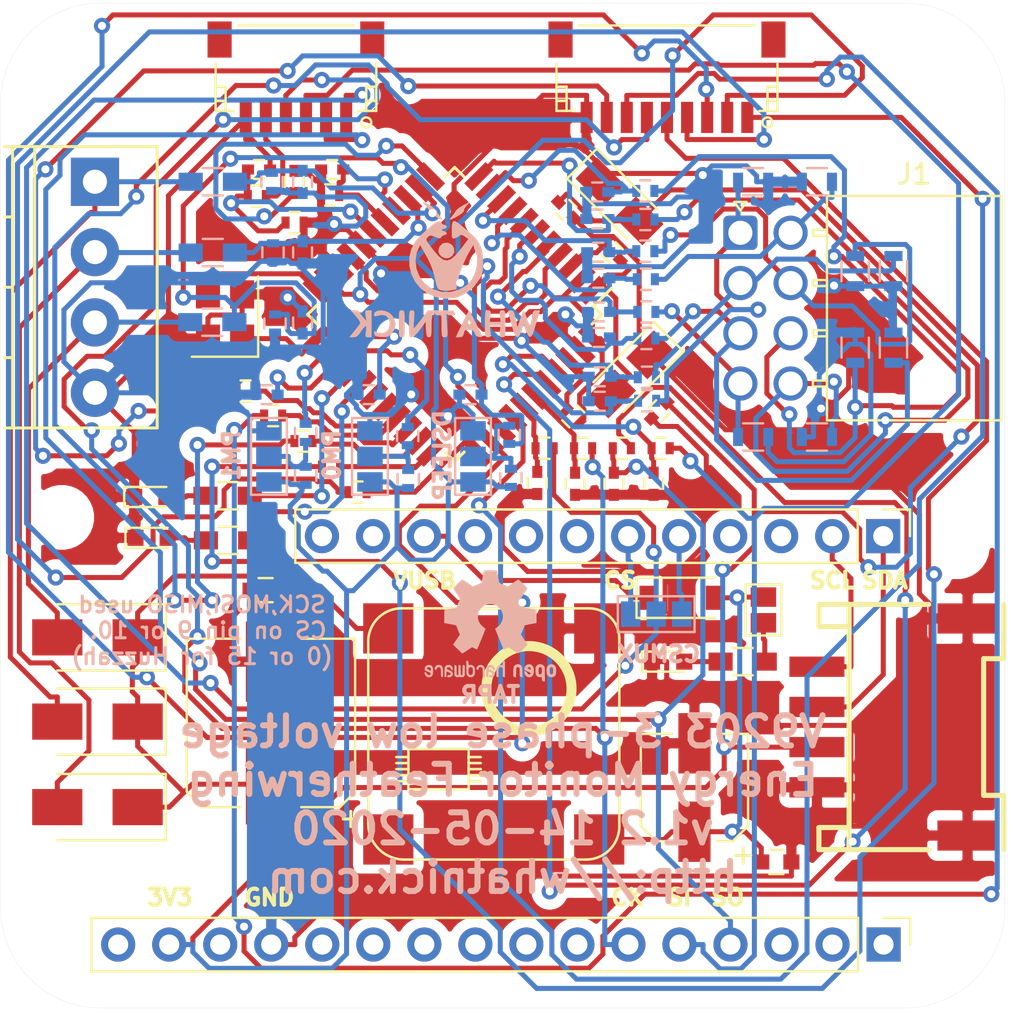
<source format=kicad_pcb>
(kicad_pcb (version 20171130) (host pcbnew "(5.1.5)-3")

  (general
    (thickness 1.6)
    (drawings 26)
    (tracks 1373)
    (zones 0)
    (modules 102)
    (nets 93)
  )

  (page A4)
  (layers
    (0 F.Cu signal)
    (31 B.Cu signal)
    (32 B.Adhes user)
    (33 F.Adhes user)
    (34 B.Paste user)
    (35 F.Paste user)
    (36 B.SilkS user)
    (37 F.SilkS user)
    (38 B.Mask user)
    (39 F.Mask user)
    (40 Dwgs.User user)
    (41 Cmts.User user)
    (42 Eco1.User user)
    (43 Eco2.User user)
    (44 Edge.Cuts user)
    (45 Margin user)
    (46 B.CrtYd user hide)
    (47 F.CrtYd user hide)
    (48 B.Fab user hide)
    (49 F.Fab user hide)
  )

  (setup
    (last_trace_width 0.25)
    (trace_clearance 0.2)
    (zone_clearance 0.508)
    (zone_45_only no)
    (trace_min 0.2)
    (via_size 0.8)
    (via_drill 0.4)
    (via_min_size 0.4)
    (via_min_drill 0.3)
    (uvia_size 0.3)
    (uvia_drill 0.1)
    (uvias_allowed no)
    (uvia_min_size 0.2)
    (uvia_min_drill 0.1)
    (edge_width 0.01)
    (segment_width 0.2)
    (pcb_text_width 0.3)
    (pcb_text_size 1.5 1.5)
    (mod_edge_width 0.15)
    (mod_text_size 0.001 0.001)
    (mod_text_width 0.00025)
    (pad_size 1.524 1.524)
    (pad_drill 0.762)
    (pad_to_mask_clearance 0.2)
    (aux_axis_origin 0 0)
    (grid_origin 110.001429 39.998355)
    (visible_elements 7FFFFFFF)
    (pcbplotparams
      (layerselection 0x010f0_ffffffff)
      (usegerberextensions true)
      (usegerberattributes false)
      (usegerberadvancedattributes false)
      (creategerberjobfile false)
      (excludeedgelayer true)
      (linewidth 0.100000)
      (plotframeref false)
      (viasonmask false)
      (mode 1)
      (useauxorigin false)
      (hpglpennumber 1)
      (hpglpenspeed 20)
      (hpglpendiameter 15.000000)
      (psnegative false)
      (psa4output false)
      (plotreference false)
      (plotvalue false)
      (plotinvisibletext false)
      (padsonsilk false)
      (subtractmaskfromsilk false)
      (outputformat 1)
      (mirror false)
      (drillshape 0)
      (scaleselection 1)
      (outputdirectory "gerbers/"))
  )

  (net 0 "")
  (net 1 "Net-(U1-Pad29)")
  (net 2 "Net-(U1-Pad28)")
  (net 3 "Net-(U1-Pad23)")
  (net 4 "Net-(U1-Pad22)")
  (net 5 "Net-(J2-Pad16)")
  (net 6 "Net-(J2-Pad14)")
  (net 7 "Net-(J2-Pad12)")
  (net 8 "Net-(J2-Pad11)")
  (net 9 "Net-(J2-Pad10)")
  (net 10 "Net-(J2-Pad9)")
  (net 11 "Net-(J2-Pad8)")
  (net 12 "Net-(J2-Pad7)")
  (net 13 "Net-(J2-Pad3)")
  (net 14 "Net-(J2-Pad2)")
  (net 15 "Net-(J2-Pad1)")
  (net 16 "Net-(J3-Pad12)")
  (net 17 "Net-(J3-Pad11)")
  (net 18 "Net-(J3-Pad9)")
  (net 19 "Net-(J3-Pad8)")
  (net 20 "Net-(J3-Pad7)")
  (net 21 "Net-(J3-Pad4)")
  (net 22 "Net-(J3-Pad3)")
  (net 23 UA)
  (net 24 UB)
  (net 25 UC)
  (net 26 "Net-(U2-Pad4)")
  (net 27 "Net-(C1-Pad1)")
  (net 28 "Net-(C2-Pad1)")
  (net 29 "Net-(D4-Pad2)")
  (net 30 /V9203/IAP)
  (net 31 /V9203/IAN)
  (net 32 "Net-(C14-Pad2)")
  (net 33 GND)
  (net 34 /V9203/IAP_IN)
  (net 35 /V9203/IAN_IN)
  (net 36 /V9203/IBN_IN)
  (net 37 /V9203/IBP_IN)
  (net 38 /V9203/ICN_IN)
  (net 39 /V9203/ICP_IN)
  (net 40 /V9203/INN_IN)
  (net 41 /V9203/INP_IN)
  (net 42 "Net-(JP1-Pad1)")
  (net 43 "Net-(C21-Pad1)")
  (net 44 "Net-(C20-Pad2)")
  (net 45 /V9203/UAP)
  (net 46 /V9203/UBP)
  (net 47 /V9203/UCP)
  (net 48 MISO)
  (net 49 MOSI)
  (net 50 SCK)
  (net 51 +3V3)
  (net 52 USB)
  (net 53 SCL)
  (net 54 SDA)
  (net 55 /V9203/INN)
  (net 56 /V9203/ICP)
  (net 57 /V9203/ICN)
  (net 58 /V9203/IBN)
  (net 59 /V9203/INP)
  (net 60 /V9203/IBP)
  (net 61 CS)
  (net 62 "Net-(J6-Pad1)")
  (net 63 "Net-(C22-Pad2)")
  (net 64 "Net-(D6-Pad2)")
  (net 65 "Net-(D7-Pad2)")
  (net 66 "Net-(R27-Pad2)")
  (net 67 "Net-(R28-Pad2)")
  (net 68 "Net-(J8-Pad2)")
  (net 69 "Net-(J7-Pad2)")
  (net 70 "Net-(J6-Pad5)")
  (net 71 "Net-(J6-Pad4)")
  (net 72 "Net-(J6-Pad3)")
  (net 73 "Net-(J6-Pad2)")
  (net 74 /V9203/V_MISO)
  (net 75 /V9203/V_MOSI)
  (net 76 /V9203/V_CS)
  (net 77 /V9203/V_CLK)
  (net 78 "Net-(R37-Pad1)")
  (net 79 "Net-(R36-Pad1)")
  (net 80 "Net-(J6-Pad8)")
  (net 81 "Net-(J6-Pad7)")
  (net 82 "Net-(R35-Pad1)")
  (net 83 "Net-(R34-Pad1)")
  (net 84 "Net-(R33-Pad1)")
  (net 85 "Net-(R38-Pad1)")
  (net 86 "Net-(J6-Pad6)")
  (net 87 /V9203/DS)
  (net 88 "Net-(J10-Pad2)")
  (net 89 "Net-(J11-Pad1)")
  (net 90 "Net-(J11-Pad3)")
  (net 91 PM0)
  (net 92 PM1)

  (net_class Default "This is the default net class."
    (clearance 0.2)
    (trace_width 0.25)
    (via_dia 0.8)
    (via_drill 0.4)
    (uvia_dia 0.3)
    (uvia_drill 0.1)
    (add_net +3V3)
    (add_net /V9203/DS)
    (add_net /V9203/IAN)
    (add_net /V9203/IAN_IN)
    (add_net /V9203/IAP)
    (add_net /V9203/IAP_IN)
    (add_net /V9203/IBN)
    (add_net /V9203/IBN_IN)
    (add_net /V9203/IBP)
    (add_net /V9203/IBP_IN)
    (add_net /V9203/ICN)
    (add_net /V9203/ICN_IN)
    (add_net /V9203/ICP)
    (add_net /V9203/ICP_IN)
    (add_net /V9203/INN)
    (add_net /V9203/INN_IN)
    (add_net /V9203/INP)
    (add_net /V9203/INP_IN)
    (add_net /V9203/UAP)
    (add_net /V9203/UBP)
    (add_net /V9203/UCP)
    (add_net /V9203/V_CLK)
    (add_net /V9203/V_CS)
    (add_net /V9203/V_MISO)
    (add_net /V9203/V_MOSI)
    (add_net CS)
    (add_net GND)
    (add_net MISO)
    (add_net MOSI)
    (add_net "Net-(C1-Pad1)")
    (add_net "Net-(C14-Pad2)")
    (add_net "Net-(C2-Pad1)")
    (add_net "Net-(C20-Pad2)")
    (add_net "Net-(C21-Pad1)")
    (add_net "Net-(C22-Pad2)")
    (add_net "Net-(D4-Pad2)")
    (add_net "Net-(D6-Pad2)")
    (add_net "Net-(D7-Pad2)")
    (add_net "Net-(J10-Pad2)")
    (add_net "Net-(J11-Pad1)")
    (add_net "Net-(J11-Pad3)")
    (add_net "Net-(J2-Pad1)")
    (add_net "Net-(J2-Pad10)")
    (add_net "Net-(J2-Pad11)")
    (add_net "Net-(J2-Pad12)")
    (add_net "Net-(J2-Pad14)")
    (add_net "Net-(J2-Pad16)")
    (add_net "Net-(J2-Pad2)")
    (add_net "Net-(J2-Pad3)")
    (add_net "Net-(J2-Pad7)")
    (add_net "Net-(J2-Pad8)")
    (add_net "Net-(J2-Pad9)")
    (add_net "Net-(J3-Pad11)")
    (add_net "Net-(J3-Pad12)")
    (add_net "Net-(J3-Pad3)")
    (add_net "Net-(J3-Pad4)")
    (add_net "Net-(J3-Pad7)")
    (add_net "Net-(J3-Pad8)")
    (add_net "Net-(J3-Pad9)")
    (add_net "Net-(J6-Pad1)")
    (add_net "Net-(J6-Pad2)")
    (add_net "Net-(J6-Pad3)")
    (add_net "Net-(J6-Pad4)")
    (add_net "Net-(J6-Pad5)")
    (add_net "Net-(J6-Pad6)")
    (add_net "Net-(J6-Pad7)")
    (add_net "Net-(J6-Pad8)")
    (add_net "Net-(J7-Pad2)")
    (add_net "Net-(J8-Pad2)")
    (add_net "Net-(JP1-Pad1)")
    (add_net "Net-(R27-Pad2)")
    (add_net "Net-(R28-Pad2)")
    (add_net "Net-(R33-Pad1)")
    (add_net "Net-(R34-Pad1)")
    (add_net "Net-(R35-Pad1)")
    (add_net "Net-(R36-Pad1)")
    (add_net "Net-(R37-Pad1)")
    (add_net "Net-(R38-Pad1)")
    (add_net "Net-(U1-Pad22)")
    (add_net "Net-(U1-Pad23)")
    (add_net "Net-(U1-Pad28)")
    (add_net "Net-(U1-Pad29)")
    (add_net "Net-(U2-Pad4)")
    (add_net PM0)
    (add_net PM1)
    (add_net SCK)
    (add_net SCL)
    (add_net SDA)
    (add_net UA)
    (add_net UB)
    (add_net UC)
    (add_net USB)
  )

  (module Connector_Molex:Molex_Nano-Fit_105314-xx08_2x04_P2.50mm_Horizontal (layer F.Cu) (tedit 5B782416) (tstamp 5EAC2AA7)
    (at 146.831 51.4284)
    (descr "Molex Nano-Fit Power Connectors, 105314-xx08, 4 Pins per row (http://www.molex.com/pdm_docs/sd/1053141208_sd.pdf), generated with kicad-footprint-generator")
    (tags "connector Molex Nano-Fit top entry")
    (path /58CFD8CC/5EAD62B2)
    (fp_text reference J1 (at 8.65 -2.92) (layer F.SilkS)
      (effects (font (size 1 1) (thickness 0.15)))
    )
    (fp_text value Conn_01x08 (at 8.65 10.42) (layer F.Fab)
      (effects (font (size 1 1) (thickness 0.15)))
    )
    (fp_text user %R (at 8.65 8.52) (layer F.Fab)
      (effects (font (size 1 1) (thickness 0.15)))
    )
    (fp_line (start 13.38 -2.22) (end -1.35 -2.22) (layer F.CrtYd) (width 0.05))
    (fp_line (start 13.38 9.72) (end 13.38 -2.22) (layer F.CrtYd) (width 0.05))
    (fp_line (start -1.35 9.72) (end 13.38 9.72) (layer F.CrtYd) (width 0.05))
    (fp_line (start -1.35 -2.22) (end -1.35 9.72) (layer F.CrtYd) (width 0.05))
    (fp_line (start -0.3 -1.534264) (end 0 -1.11) (layer F.Fab) (width 0.1))
    (fp_line (start 0.3 -1.534264) (end -0.3 -1.534264) (layer F.Fab) (width 0.1))
    (fp_line (start 0 -1.11) (end 0.3 -1.534264) (layer F.Fab) (width 0.1))
    (fp_line (start -0.3 -1.534264) (end 0 -1.11) (layer F.SilkS) (width 0.12))
    (fp_line (start 0.3 -1.534264) (end -0.3 -1.534264) (layer F.SilkS) (width 0.12))
    (fp_line (start 0 -1.11) (end 0.3 -1.534264) (layer F.SilkS) (width 0.12))
    (fp_line (start 3.61 7.65) (end 4.31 7.65) (layer F.SilkS) (width 0.12))
    (fp_line (start 3.61 7.35) (end 3.61 7.65) (layer F.SilkS) (width 0.12))
    (fp_line (start 4.31 7.35) (end 3.61 7.35) (layer F.SilkS) (width 0.12))
    (fp_line (start 4.31 7.65) (end 4.31 7.35) (layer F.SilkS) (width 0.12))
    (fp_line (start 3.61 5.15) (end 4.31 5.15) (layer F.SilkS) (width 0.12))
    (fp_line (start 3.61 4.85) (end 3.61 5.15) (layer F.SilkS) (width 0.12))
    (fp_line (start 4.31 4.85) (end 3.61 4.85) (layer F.SilkS) (width 0.12))
    (fp_line (start 4.31 5.15) (end 4.31 4.85) (layer F.SilkS) (width 0.12))
    (fp_line (start 3.61 2.65) (end 4.31 2.65) (layer F.SilkS) (width 0.12))
    (fp_line (start 3.61 2.35) (end 3.61 2.65) (layer F.SilkS) (width 0.12))
    (fp_line (start 4.31 2.35) (end 3.61 2.35) (layer F.SilkS) (width 0.12))
    (fp_line (start 4.31 2.65) (end 4.31 2.35) (layer F.SilkS) (width 0.12))
    (fp_line (start 3.61 0.15) (end 4.31 0.15) (layer F.SilkS) (width 0.12))
    (fp_line (start 3.61 -0.15) (end 3.61 0.15) (layer F.SilkS) (width 0.12))
    (fp_line (start 4.31 -0.15) (end 3.61 -0.15) (layer F.SilkS) (width 0.12))
    (fp_line (start 4.31 0.15) (end 4.31 -0.15) (layer F.SilkS) (width 0.12))
    (fp_line (start 12.99 -1.83) (end 4.31 -1.83) (layer F.SilkS) (width 0.12))
    (fp_line (start 12.99 9.33) (end 12.99 -1.83) (layer F.SilkS) (width 0.12))
    (fp_line (start 4.31 9.33) (end 12.99 9.33) (layer F.SilkS) (width 0.12))
    (fp_line (start 4.31 -1.83) (end 4.31 9.33) (layer F.SilkS) (width 0.12))
    (fp_line (start 12.88 -1.72) (end 4.42 -1.72) (layer F.Fab) (width 0.1))
    (fp_line (start 12.88 9.22) (end 12.88 -1.72) (layer F.Fab) (width 0.1))
    (fp_line (start 4.42 9.22) (end 12.88 9.22) (layer F.Fab) (width 0.1))
    (fp_line (start 4.42 -1.72) (end 4.42 9.22) (layer F.Fab) (width 0.1))
    (pad "" np_thru_hole circle (at 9.68 7.5) (size 1.7 1.7) (drill 1.7) (layers *.Cu *.Mask))
    (pad "" np_thru_hole circle (at 9.68 0) (size 1.7 1.7) (drill 1.7) (layers *.Cu *.Mask))
    (pad 8 thru_hole circle (at 2.5 7.5) (size 1.7 1.7) (drill 1.2) (layers *.Cu *.Mask)
      (net 41 /V9203/INP_IN))
    (pad 7 thru_hole circle (at 2.5 5) (size 1.7 1.7) (drill 1.2) (layers *.Cu *.Mask)
      (net 40 /V9203/INN_IN))
    (pad 6 thru_hole circle (at 2.5 2.5) (size 1.7 1.7) (drill 1.2) (layers *.Cu *.Mask)
      (net 39 /V9203/ICP_IN))
    (pad 5 thru_hole circle (at 2.5 0) (size 1.7 1.7) (drill 1.2) (layers *.Cu *.Mask)
      (net 38 /V9203/ICN_IN))
    (pad 4 thru_hole circle (at 0 7.5) (size 1.7 1.7) (drill 1.2) (layers *.Cu *.Mask)
      (net 37 /V9203/IBP_IN))
    (pad 3 thru_hole circle (at 0 5) (size 1.7 1.7) (drill 1.2) (layers *.Cu *.Mask)
      (net 36 /V9203/IBN_IN))
    (pad 2 thru_hole circle (at 0 2.5) (size 1.7 1.7) (drill 1.2) (layers *.Cu *.Mask)
      (net 34 /V9203/IAP_IN))
    (pad 1 thru_hole roundrect (at 0 0) (size 1.7 1.7) (drill 1.2) (layers *.Cu *.Mask) (roundrect_rratio 0.147059)
      (net 35 /V9203/IAN_IN))
    (model ${KISYS3DMOD}/Connector_Molex.3dshapes/Molex_Nano-Fit_105314-xx08_2x04_P2.50mm_Horizontal.wrl
      (at (xyz 0 0 0))
      (scale (xyz 1 1 1))
      (rotate (xyz 0 0 0))
    )
  )

  (module Connect:GS3 (layer B.Cu) (tedit 58613494) (tstamp 59079178)
    (at 142.64 70.4022 270)
    (descr "3-pin solder bridge")
    (tags "solder bridge")
    (path /58CFDB70/59075259)
    (attr smd)
    (fp_text reference J11 (at -1.7 0 180) (layer B.SilkS)
      (effects (font (size 0.001 0.001) (thickness 0.00025)) (justify mirror))
    )
    (fp_text value GS3 (at 1.8 0 180) (layer B.Fab)
      (effects (font (size 1 1) (thickness 0.15)) (justify mirror))
    )
    (fp_line (start -0.89 1.91) (end 0.89 1.91) (layer B.SilkS) (width 0.12))
    (fp_line (start 0.89 -1.91) (end 0.89 1.91) (layer B.SilkS) (width 0.12))
    (fp_line (start -0.89 -1.91) (end 0.89 -1.91) (layer B.SilkS) (width 0.12))
    (fp_line (start -0.89 1.91) (end -0.89 -1.91) (layer B.SilkS) (width 0.12))
    (fp_line (start -1.15 -2.15) (end -1.15 2.15) (layer B.CrtYd) (width 0.05))
    (fp_line (start 1.15 -2.15) (end -1.15 -2.15) (layer B.CrtYd) (width 0.05))
    (fp_line (start 1.15 2.15) (end 1.15 -2.15) (layer B.CrtYd) (width 0.05))
    (fp_line (start -1.15 2.15) (end 1.15 2.15) (layer B.CrtYd) (width 0.05))
    (pad 3 smd rect (at 0 -1.27 270) (size 1.27 0.97) (layers B.Cu B.Paste B.Mask)
      (net 90 "Net-(J11-Pad3)"))
    (pad 2 smd rect (at 0 0 270) (size 1.27 0.97) (layers B.Cu B.Paste B.Mask)
      (net 61 CS))
    (pad 1 smd rect (at 0 1.27 270) (size 1.27 0.97) (layers B.Cu B.Paste B.Mask)
      (net 89 "Net-(J11-Pad1)"))
  )

  (module Whatnick_logo:Whatnick_logo (layer B.Cu) (tedit 0) (tstamp 590575C6)
    (at 132.150229 53.257155 180)
    (path /58CFD8CC/590551CB)
    (fp_text reference LOGO2 (at 0 0 180) (layer B.SilkS) hide
      (effects (font (size 0.001 0.001) (thickness 0.00025)) (justify mirror))
    )
    (fp_text value LOGO (at 0.75 0 180) (layer B.SilkS) hide
      (effects (font (size 1.524 1.524) (thickness 0.3)) (justify mirror))
    )
    (fp_poly (pts (xy -3.139967 -2.050986) (xy -3.127412 -2.13222) (xy -3.138411 -2.174875) (xy -3.173829 -2.301354)
      (xy -3.231098 -2.511273) (xy -3.299515 -2.765312) (xy -3.319914 -2.841625) (xy -3.412672 -3.143069)
      (xy -3.498898 -3.319439) (xy -3.582272 -3.372245) (xy -3.666477 -3.303001) (xy -3.755194 -3.11322)
      (xy -3.783532 -3.032125) (xy -3.89427 -2.69875) (xy -4.000455 -3.01625) (xy -4.096008 -3.245617)
      (xy -4.18731 -3.348071) (xy -4.275109 -3.32359) (xy -4.360155 -3.172154) (xy -4.414639 -3.00446)
      (xy -4.489523 -2.743171) (xy -4.568487 -2.480099) (xy -4.6081 -2.354063) (xy -4.66191 -2.183617)
      (xy -4.694518 -2.072631) (xy -4.699 -2.052438) (xy -4.644426 -2.037124) (xy -4.538258 -2.032)
      (xy -4.439541 -2.040694) (xy -4.37695 -2.08464) (xy -4.335896 -2.190629) (xy -4.301792 -2.385454)
      (xy -4.286916 -2.493604) (xy -4.253461 -2.661535) (xy -4.212961 -2.75506) (xy -4.19109 -2.762305)
      (xy -4.144699 -2.686966) (xy -4.081852 -2.527402) (xy -4.03218 -2.371611) (xy -3.970187 -2.191931)
      (xy -3.91369 -2.084832) (xy -3.880487 -2.071159) (xy -3.836589 -2.157822) (xy -3.770979 -2.326456)
      (xy -3.710097 -2.503701) (xy -3.58775 -2.880152) (xy -3.49428 -2.456076) (xy -3.439798 -2.229966)
      (xy -3.391181 -2.101957) (xy -3.33276 -2.044989) (xy -3.248868 -2.032) (xy -3.248749 -2.032)
      (xy -3.139967 -2.050986)) (layer B.SilkS) (width 0.01))
    (fp_poly (pts (xy -2.052282 -2.036458) (xy -2.008744 -2.064917) (xy -1.983715 -2.14) (xy -1.972071 -2.284331)
      (xy -1.968692 -2.520534) (xy -1.9685 -2.69875) (xy -1.96951 -2.995433) (xy -1.975953 -3.187741)
      (xy -1.992951 -3.298298) (xy -2.025627 -3.349727) (xy -2.079103 -3.364653) (xy -2.11945 -3.3655)
      (xy -2.210942 -3.355299) (xy -2.249081 -3.302216) (xy -2.247881 -3.172524) (xy -2.238192 -3.07975)
      (xy -2.205984 -2.794) (xy -2.747017 -2.794) (xy -2.714809 -3.07975) (xy -2.70043 -3.255121)
      (xy -2.719058 -3.338645) (xy -2.784705 -3.364046) (xy -2.833551 -3.3655) (xy -2.900719 -3.361041)
      (xy -2.944257 -3.332582) (xy -2.969286 -3.257499) (xy -2.98093 -3.113168) (xy -2.984309 -2.876965)
      (xy -2.9845 -2.69875) (xy -2.983491 -2.402066) (xy -2.977048 -2.209758) (xy -2.96005 -2.099201)
      (xy -2.927374 -2.047772) (xy -2.873898 -2.032846) (xy -2.833551 -2.032) (xy -2.742059 -2.0422)
      (xy -2.70392 -2.095283) (xy -2.70512 -2.224975) (xy -2.714809 -2.31775) (xy -2.747017 -2.6035)
      (xy -2.205984 -2.6035) (xy -2.238192 -2.31775) (xy -2.252571 -2.142378) (xy -2.233943 -2.058854)
      (xy -2.168296 -2.033453) (xy -2.11945 -2.032) (xy -2.052282 -2.036458)) (layer B.SilkS) (width 0.01))
    (fp_poly (pts (xy -1.121452 -2.124131) (xy -1.039022 -2.28314) (xy -0.927622 -2.507192) (xy -0.820307 -2.728692)
      (xy -0.515165 -3.3655) (xy -0.694145 -3.3655) (xy -0.826971 -3.343007) (xy -0.892367 -3.24995)
      (xy -0.912002 -3.171118) (xy -0.949458 -3.044022) (xy -1.021008 -2.994643) (xy -1.170564 -2.995127)
      (xy -1.187306 -2.996493) (xy -1.353572 -3.027228) (xy -1.43515 -3.100291) (xy -1.460504 -3.175)
      (xy -1.533056 -3.305275) (xy -1.676307 -3.35451) (xy -1.795182 -3.353725) (xy -1.829212 -3.32276)
      (xy -1.792393 -3.247108) (xy -1.712901 -3.082866) (xy -1.603214 -2.855841) (xy -1.515815 -2.674749)
      (xy -1.265854 -2.674749) (xy -1.214931 -2.727735) (xy -1.180695 -2.7305) (xy -1.118527 -2.683959)
      (xy -1.126005 -2.598132) (xy -1.163634 -2.513053) (xy -1.211111 -2.545513) (xy -1.214338 -2.550507)
      (xy -1.265854 -2.674749) (xy -1.515815 -2.674749) (xy -1.501091 -2.644242) (xy -1.376648 -2.395871)
      (xy -1.27013 -2.201069) (xy -1.193958 -2.081437) (xy -1.162273 -2.05506) (xy -1.121452 -2.124131)) (layer B.SilkS) (width 0.01))
    (fp_poly (pts (xy 1.202071 -2.4765) (xy 1.354215 -2.675835) (xy 1.478518 -2.828921) (xy 1.555644 -2.912356)
      (xy 1.569262 -2.921) (xy 1.58244 -2.863142) (xy 1.582754 -2.710826) (xy 1.570248 -2.495933)
      (xy 1.568654 -2.4765) (xy 1.551515 -2.244562) (xy 1.553011 -2.111584) (xy 1.579433 -2.050128)
      (xy 1.637074 -2.032753) (xy 1.670569 -2.032) (xy 1.732541 -2.038103) (xy 1.772717 -2.071469)
      (xy 1.795811 -2.154678) (xy 1.806536 -2.310314) (xy 1.809608 -2.560957) (xy 1.80975 -2.69875)
      (xy 1.808291 -2.995908) (xy 1.800947 -3.188594) (xy 1.783262 -3.299328) (xy 1.750784 -3.350628)
      (xy 1.699058 -3.365014) (xy 1.677882 -3.3655) (xy 1.554455 -3.308495) (xy 1.387193 -3.136297)
      (xy 1.265132 -2.977115) (xy 0.98425 -2.588731) (xy 0.965344 -2.977115) (xy 0.949597 -3.193639)
      (xy 0.922213 -3.311483) (xy 0.872776 -3.358959) (xy 0.822469 -3.3655) (xy 0.763357 -3.355179)
      (xy 0.72669 -3.308102) (xy 0.70719 -3.200094) (xy 0.69958 -3.006983) (xy 0.6985 -2.797747)
      (xy 0.687583 -2.478493) (xy 0.656151 -2.265206) (xy 0.606178 -2.16382) (xy 0.539639 -2.180272)
      (xy 0.5074 -2.22347) (xy 0.412588 -2.274591) (xy 0.323999 -2.2693) (xy 0.260547 -2.259458)
      (xy 0.221233 -2.285699) (xy 0.200294 -2.370926) (xy 0.191971 -2.538039) (xy 0.1905 -2.799944)
      (xy 0.189014 -3.068854) (xy 0.180194 -3.235315) (xy 0.157494 -3.323877) (xy 0.114371 -3.359087)
      (xy 0.044279 -3.365495) (xy 0.039722 -3.3655) (xy -0.031129 -3.361138) (xy -0.073732 -3.331867)
      (xy -0.093056 -3.253406) (xy -0.094074 -3.101472) (xy -0.081754 -2.851786) (xy -0.078209 -2.789421)
      (xy -0.045363 -2.213342) (xy -0.272373 -2.25593) (xy -0.420014 -2.276924) (xy -0.474543 -2.253714)
      (xy -0.466278 -2.171994) (xy -0.464536 -2.165258) (xy -0.440113 -2.105101) (xy -0.388676 -2.066379)
      (xy -0.286151 -2.044413) (xy -0.108462 -2.034522) (xy 0.168465 -2.032026) (xy 0.220925 -2.032)
      (xy 0.871537 -2.032) (xy 1.202071 -2.4765)) (layer B.SilkS) (width 0.01))
    (fp_poly (pts (xy 2.238472 -2.03754) (xy 2.279699 -2.06923) (xy 2.303399 -2.14967) (xy 2.314414 -2.301462)
      (xy 2.317589 -2.547207) (xy 2.31775 -2.69875) (xy 2.316562 -2.995539) (xy 2.309772 -3.187932)
      (xy 2.292534 -3.298531) (xy 2.260008 -3.349936) (xy 2.207348 -3.364749) (xy 2.174875 -3.3655)
      (xy 2.111277 -3.359959) (xy 2.07005 -3.328269) (xy 2.04635 -3.247829) (xy 2.035335 -3.096037)
      (xy 2.03216 -2.850292) (xy 2.032 -2.69875) (xy 2.033187 -2.40196) (xy 2.039977 -2.209567)
      (xy 2.057215 -2.098968) (xy 2.089741 -2.047563) (xy 2.142401 -2.03275) (xy 2.174875 -2.032)
      (xy 2.238472 -2.03754)) (layer B.SilkS) (width 0.01))
    (fp_poly (pts (xy 3.390689 -2.055656) (xy 3.516345 -2.126785) (xy 3.556 -2.230503) (xy 3.532733 -2.324778)
      (xy 3.446474 -2.317046) (xy 3.444875 -2.316377) (xy 3.18242 -2.252206) (xy 2.972106 -2.292299)
      (xy 2.829329 -2.428211) (xy 2.769486 -2.651495) (xy 2.7686 -2.68741) (xy 2.81818 -2.931644)
      (xy 2.950982 -3.098107) (xy 3.143094 -3.171833) (xy 3.370606 -3.137857) (xy 3.438239 -3.106555)
      (xy 3.531422 -3.071041) (xy 3.551684 -3.127873) (xy 3.545189 -3.18593) (xy 3.517647 -3.274046)
      (xy 3.444879 -3.322134) (xy 3.293484 -3.345955) (xy 3.191292 -3.352928) (xy 2.978002 -3.355098)
      (xy 2.839176 -3.321319) (xy 2.72415 -3.237372) (xy 2.70175 -3.215522) (xy 2.531912 -2.970243)
      (xy 2.485511 -2.704765) (xy 2.562942 -2.430361) (xy 2.668371 -2.266928) (xy 2.81682 -2.142413)
      (xy 3.008384 -2.064805) (xy 3.210521 -2.035441) (xy 3.390689 -2.055656)) (layer B.SilkS) (width 0.01))
    (fp_poly (pts (xy 3.948594 -2.040658) (xy 3.988726 -2.08972) (xy 3.983589 -2.213813) (xy 3.97096 -2.301875)
      (xy 3.930257 -2.57175) (xy 4.12242 -2.3495) (xy 4.23744 -2.20739) (xy 4.307026 -2.103938)
      (xy 4.316291 -2.079625) (xy 4.372937 -2.046504) (xy 4.507537 -2.032024) (xy 4.513896 -2.032)
      (xy 4.709793 -2.032) (xy 4.450213 -2.326898) (xy 4.305658 -2.511371) (xy 4.239163 -2.643231)
      (xy 4.242956 -2.692023) (xy 4.308908 -2.777057) (xy 4.426056 -2.925263) (xy 4.536539 -3.063875)
      (xy 4.777798 -3.3655) (xy 4.584828 -3.3655) (xy 4.431511 -3.336585) (xy 4.312088 -3.229291)
      (xy 4.258911 -3.150388) (xy 4.145143 -2.987088) (xy 4.036622 -2.862645) (xy 4.020983 -2.848763)
      (xy 3.959909 -2.808698) (xy 3.936316 -2.838415) (xy 3.943625 -2.960039) (xy 3.957035 -3.063875)
      (xy 3.977427 -3.245072) (xy 3.965245 -3.333769) (xy 3.90777 -3.362902) (xy 3.840535 -3.3655)
      (xy 3.683 -3.3655) (xy 3.683 -2.032) (xy 3.847331 -2.032) (xy 3.948594 -2.040658)) (layer B.SilkS) (width 0.01))
    (fp_poly (pts (xy -0.382034 2.393553) (xy -0.334221 2.279067) (xy -0.31821 2.056023) (xy -0.3175 1.964221)
      (xy -0.319576 1.731499) (xy -0.331622 1.600969) (xy -0.362369 1.547828) (xy -0.420545 1.547276)
      (xy -0.460375 1.558286) (xy -0.615577 1.629721) (xy -0.693099 1.686432) (xy -0.772474 1.732903)
      (xy -0.869612 1.704681) (xy -0.96269 1.643745) (xy -1.142433 1.515757) (xy -0.759327 1.012489)
      (xy -0.505609 0.70693) (xy -0.286868 0.517166) (xy -0.086733 0.443246) (xy 0.111162 0.485224)
      (xy 0.323188 0.64315) (xy 0.565712 0.917074) (xy 0.643072 1.016882) (xy 0.810044 1.239438)
      (xy 0.909201 1.38536) (xy 0.950371 1.47852) (xy 0.943379 1.542786) (xy 0.898051 1.602029)
      (xy 0.888192 1.612333) (xy 0.807454 1.683478) (xy 0.725837 1.699102) (xy 0.595997 1.661169)
      (xy 0.511255 1.627962) (xy 0.346296 1.567989) (xy 0.260857 1.560666) (xy 0.219376 1.604923)
      (xy 0.213557 1.619005) (xy 0.126876 1.699526) (xy 0.056706 1.7145) (xy -0.042459 1.756079)
      (xy -0.0635 1.80975) (xy -0.010561 1.887322) (xy 0.0635 1.905) (xy 0.166685 1.931593)
      (xy 0.1905 1.9685) (xy 0.137315 2.020093) (xy 0.0635 2.032) (xy -0.039929 2.071705)
      (xy -0.0635 2.12725) (xy -0.010561 2.204822) (xy 0.0635 2.2225) (xy 0.169154 2.265106)
      (xy 0.1905 2.324634) (xy 0.235011 2.392248) (xy 0.350028 2.388112) (xy 0.507777 2.320912)
      (xy 0.680484 2.199334) (xy 0.727914 2.156565) (xy 0.891857 2.005178) (xy 1.092862 1.825906)
      (xy 1.195223 1.736879) (xy 1.500228 1.39942) (xy 1.699143 1.017287) (xy 1.796153 0.608798)
      (xy 1.795445 0.192272) (xy 1.701205 -0.213975) (xy 1.517621 -0.591624) (xy 1.248878 -0.922357)
      (xy 0.899163 -1.187858) (xy 0.486083 -1.365875) (xy 0.007182 -1.449995) (xy -0.457288 -1.410635)
      (xy -0.620917 -1.367172) (xy -1.031295 -1.174308) (xy -1.394305 -0.873384) (xy -1.691924 -0.479904)
      (xy -1.730424 -0.41275) (xy -1.805062 -0.249573) (xy -1.848605 -0.068742) (xy -1.868338 0.170626)
      (xy -1.871858 0.381) (xy -1.854427 0.620077) (xy -1.578965 0.620077) (xy -1.574046 0.227366)
      (xy -1.481271 -0.158645) (xy -1.309082 -0.504094) (xy -1.06592 -0.775116) (xy -1.044424 -0.791981)
      (xy -0.663842 -1.008873) (xy -0.248775 -1.117196) (xy 0.174815 -1.115019) (xy 0.580964 -1.00041)
      (xy 0.730399 -0.924019) (xy 1.055944 -0.666477) (xy 1.297047 -0.338254) (xy 1.445953 0.036077)
      (xy 1.494909 0.431944) (xy 1.436159 0.824774) (xy 1.350294 1.04032) (xy 1.258005 1.223389)
      (xy 1.099076 0.94507) (xy 0.887545 0.559853) (xy 0.734236 0.240123) (xy 0.623478 -0.051923)
      (xy 0.539605 -0.354093) (xy 0.514557 -0.465258) (xy 0.457484 -0.718257) (xy 0.409575 -0.874462)
      (xy 0.355302 -0.961654) (xy 0.279137 -1.007617) (xy 0.197878 -1.031855) (xy -0.002864 -1.054139)
      (xy -0.231725 -1.040215) (xy -0.270586 -1.033463) (xy -0.532761 -0.981615) (xy -0.613561 -0.54382)
      (xy -0.709249 -0.180485) (xy -0.865359 0.237209) (xy -1.063271 0.664219) (xy -1.255586 1.009253)
      (xy -1.387669 1.224756) (xy -1.487585 0.985623) (xy -1.578965 0.620077) (xy -1.854427 0.620077)
      (xy -1.838663 0.836278) (xy -1.729544 1.207802) (xy -1.534109 1.520606) (xy -1.30384 1.749432)
      (xy -1.110661 1.912595) (xy -0.921627 2.073419) (xy -0.85725 2.128587) (xy -0.629452 2.314021)
      (xy -0.475745 2.403774) (xy -0.382034 2.393553)) (layer B.SilkS) (width 0.01))
    (fp_poly (pts (xy 0.128247 1.300182) (xy 0.256628 1.185675) (xy 0.308002 1.099533) (xy 0.349004 0.91514)
      (xy 0.291837 0.752904) (xy 0.165277 0.631133) (xy -0.001903 0.568133) (xy -0.180929 0.582211)
      (xy -0.339409 0.687626) (xy -0.433383 0.869453) (xy -0.425282 1.059107) (xy -0.330703 1.220786)
      (xy -0.165238 1.318689) (xy -0.0585 1.332528) (xy 0.128247 1.300182)) (layer B.SilkS) (width 0.01))
    (fp_poly (pts (xy -0.897461 3.201998) (xy -0.710143 3.089516) (xy -0.572906 2.984222) (xy -0.523028 2.922748)
      (xy -0.459054 2.813043) (xy -0.346364 2.671319) (xy -0.328062 2.651125) (xy -0.231627 2.532784)
      (xy -0.229645 2.486885) (xy -0.324906 2.513607) (xy -0.520202 2.613133) (xy -0.621309 2.670128)
      (xy -0.792145 2.781466) (xy -0.897398 2.876747) (xy -0.915997 2.928692) (xy -0.929863 3.011566)
      (xy -1.01362 3.140013) (xy -1.056689 3.189535) (xy -1.23825 3.384248) (xy -0.897461 3.201998)) (layer B.SilkS) (width 0.01))
    (fp_poly (pts (xy 1.104021 3.325188) (xy 1.02759 3.224454) (xy 0.959418 3.150388) (xy 0.835308 3.001895)
      (xy 0.814891 2.920324) (xy 0.832347 2.908135) (xy 0.818243 2.869316) (xy 0.723528 2.790641)
      (xy 0.5796 2.692118) (xy 0.417853 2.593755) (xy 0.269683 2.515558) (xy 0.166488 2.477534)
      (xy 0.155015 2.4765) (xy 0.161444 2.51618) (xy 0.238745 2.615998) (xy 0.285115 2.666338)
      (xy 0.387865 2.793191) (xy 0.427745 2.883974) (xy 0.422373 2.900794) (xy 0.449988 2.950573)
      (xy 0.55572 3.040658) (xy 0.70702 3.14905) (xy 0.871338 3.25375) (xy 1.016124 3.33276)
      (xy 1.107831 3.364066) (xy 1.104021 3.325188)) (layer B.SilkS) (width 0.01))
  )

  (module Connectors_JST:JST_SH_SM06B-SRSS-TB_06x1.00mm_Angled locked (layer F.Cu) (tedit 56B07436) (tstamp 59054BB5)
    (at 124.707 43.75 180)
    (descr http://www.jst-mfg.com/product/pdf/eng/eSH.pdf)
    (tags "connector jst sh")
    (path /58CFDB70/58F503C4)
    (attr smd)
    (fp_text reference J9 (at -2.5 -4 180) (layer F.SilkS)
      (effects (font (size 0.001 0.001) (thickness 0.00025)))
    )
    (fp_text value JST6 (at 0 4.5 180) (layer F.Fab)
      (effects (font (size 1 1) (thickness 0.15)))
    )
    (fp_line (start 4.9 3.35) (end -4.9 3.35) (layer F.CrtYd) (width 0.05))
    (fp_line (start 4.9 -3.25) (end 4.9 3.35) (layer F.CrtYd) (width 0.05))
    (fp_line (start -4.9 -3.25) (end 4.9 -3.25) (layer F.CrtYd) (width 0.05))
    (fp_line (start -4.9 3.35) (end -4.9 -3.25) (layer F.CrtYd) (width 0.05))
    (fp_line (start 4 -0.4125) (end 3.5 -0.4125) (layer F.SilkS) (width 0.12))
    (fp_line (start 4 -0.4125) (end 4 -0.4125) (layer F.SilkS) (width 0.12))
    (fp_line (start 3.5 -0.4125) (end 4 -0.4125) (layer F.SilkS) (width 0.12))
    (fp_line (start 3.5 -0.4125) (end 3.5 -0.4125) (layer F.SilkS) (width 0.12))
    (fp_line (start 4 -1.1125) (end 3.5 -1.1125) (layer F.SilkS) (width 0.12))
    (fp_line (start 4 -1.1125) (end 4 -1.1125) (layer F.SilkS) (width 0.12))
    (fp_line (start 3.5 -1.1125) (end 4 -1.1125) (layer F.SilkS) (width 0.12))
    (fp_line (start 3.5 -1.1125) (end 3.5 -1.1125) (layer F.SilkS) (width 0.12))
    (fp_line (start 3.5 -1.6125) (end 3.5 -1.6125) (layer F.SilkS) (width 0.12))
    (fp_line (start 3.5 -0.4125) (end 3.5 -1.6125) (layer F.SilkS) (width 0.12))
    (fp_line (start 3.5 -0.4125) (end 3.5 -0.4125) (layer F.SilkS) (width 0.12))
    (fp_line (start 3.5 -1.6125) (end 3.5 -0.4125) (layer F.SilkS) (width 0.12))
    (fp_line (start 4 -1.6125) (end 3.1 -1.6125) (layer F.SilkS) (width 0.12))
    (fp_line (start 4 0.7375) (end 4 -1.6125) (layer F.SilkS) (width 0.12))
    (fp_line (start -4 -0.4125) (end -3.5 -0.4125) (layer F.SilkS) (width 0.12))
    (fp_line (start -4 -0.4125) (end -4 -0.4125) (layer F.SilkS) (width 0.12))
    (fp_line (start -3.5 -0.4125) (end -4 -0.4125) (layer F.SilkS) (width 0.12))
    (fp_line (start -3.5 -0.4125) (end -3.5 -0.4125) (layer F.SilkS) (width 0.12))
    (fp_line (start -4 -1.1125) (end -3.5 -1.1125) (layer F.SilkS) (width 0.12))
    (fp_line (start -4 -1.1125) (end -4 -1.1125) (layer F.SilkS) (width 0.12))
    (fp_line (start -3.5 -1.1125) (end -4 -1.1125) (layer F.SilkS) (width 0.12))
    (fp_line (start -3.5 -1.1125) (end -3.5 -1.1125) (layer F.SilkS) (width 0.12))
    (fp_line (start -3.5 -1.6125) (end -3.5 -1.6125) (layer F.SilkS) (width 0.12))
    (fp_line (start -3.5 -0.4125) (end -3.5 -1.6125) (layer F.SilkS) (width 0.12))
    (fp_line (start -3.5 -0.4125) (end -3.5 -0.4125) (layer F.SilkS) (width 0.12))
    (fp_line (start -3.5 -1.6125) (end -3.5 -0.4125) (layer F.SilkS) (width 0.12))
    (fp_line (start -4 -1.6125) (end -3.1 -1.6125) (layer F.SilkS) (width 0.12))
    (fp_line (start -4 0.7375) (end -4 -1.6125) (layer F.SilkS) (width 0.12))
    (fp_line (start -2.9 2.6375) (end 2.9 2.6375) (layer F.SilkS) (width 0.12))
    (fp_circle (center -3.5 -2.1875) (end -3.25 -2.1875) (layer F.SilkS) (width 0.12))
    (pad "" smd rect (at 3.8 1.9375 180) (size 1.2 1.8) (layers F.Cu F.Paste F.Mask))
    (pad "" smd rect (at -3.8 1.9375 180) (size 1.2 1.8) (layers F.Cu F.Paste F.Mask))
    (pad 6 smd rect (at 2.5 -1.9375 180) (size 0.6 1.55) (layers F.Cu F.Paste F.Mask)
      (net 33 GND))
    (pad 5 smd rect (at 1.5 -1.9375 180) (size 0.6 1.55) (layers F.Cu F.Paste F.Mask)
      (net 51 +3V3))
    (pad 4 smd rect (at 0.5 -1.9375 180) (size 0.6 1.55) (layers F.Cu F.Paste F.Mask)
      (net 50 SCK))
    (pad 3 smd rect (at -0.5 -1.9375 180) (size 0.6 1.55) (layers F.Cu F.Paste F.Mask)
      (net 49 MOSI))
    (pad 2 smd rect (at -1.5 -1.9375 180) (size 0.6 1.55) (layers F.Cu F.Paste F.Mask)
      (net 48 MISO))
    (pad 1 smd rect (at -2.5 -1.9375 180) (size 0.6 1.55) (layers F.Cu F.Paste F.Mask)
      (net 61 CS))
    (model ${KIPRJMOD}/JST_PH.3dshapes/SM06B-SRSS-TB.STEP
      (offset (xyz 0 1.199999981977808 -0.3999999939926029))
      (scale (xyz 1 1 1))
      (rotate (xyz -90 0 0))
    )
  )

  (module Capacitors_SMD:C_0402 (layer B.Cu) (tedit 58AA841A) (tstamp 5905226D)
    (at 128.324 59.4802 180)
    (descr "Capacitor SMD 0402, reflow soldering, AVX (see smccp.pdf)")
    (tags "capacitor 0402")
    (path /58CFD8CC/5905A4AC)
    (attr smd)
    (fp_text reference C29 (at 0 1.27 180) (layer B.SilkS)
      (effects (font (size 0.001 0.001) (thickness 0.00025)) (justify mirror))
    )
    (fp_text value 100n (at 0 -1.27 180) (layer B.Fab)
      (effects (font (size 1 1) (thickness 0.15)) (justify mirror))
    )
    (fp_text user %R (at 0 1.27 180) (layer B.Fab)
      (effects (font (size 1 1) (thickness 0.15)) (justify mirror))
    )
    (fp_line (start -0.5 -0.25) (end -0.5 0.25) (layer B.Fab) (width 0.1))
    (fp_line (start 0.5 -0.25) (end -0.5 -0.25) (layer B.Fab) (width 0.1))
    (fp_line (start 0.5 0.25) (end 0.5 -0.25) (layer B.Fab) (width 0.1))
    (fp_line (start -0.5 0.25) (end 0.5 0.25) (layer B.Fab) (width 0.1))
    (fp_line (start 0.25 0.47) (end -0.25 0.47) (layer B.SilkS) (width 0.12))
    (fp_line (start -0.25 -0.47) (end 0.25 -0.47) (layer B.SilkS) (width 0.12))
    (fp_line (start -1 0.4) (end 1 0.4) (layer B.CrtYd) (width 0.05))
    (fp_line (start -1 0.4) (end -1 -0.4) (layer B.CrtYd) (width 0.05))
    (fp_line (start 1 -0.4) (end 1 0.4) (layer B.CrtYd) (width 0.05))
    (fp_line (start 1 -0.4) (end -1 -0.4) (layer B.CrtYd) (width 0.05))
    (pad 1 smd rect (at -0.55 0 180) (size 0.6 0.5) (layers B.Cu B.Paste B.Mask)
      (net 91 PM0))
    (pad 2 smd rect (at 0.55 0 180) (size 0.6 0.5) (layers B.Cu B.Paste B.Mask)
      (net 33 GND))
    (model Capacitors_SMD.3dshapes/C_0402.wrl
      (at (xyz 0 0 0))
      (scale (xyz 1 1 1))
      (rotate (xyz 0 0 0))
    )
  )

  (module Capacitors_SMD:C_0402 (layer B.Cu) (tedit 58AA841A) (tstamp 5905217D)
    (at 123.244 59.4802 180)
    (descr "Capacitor SMD 0402, reflow soldering, AVX (see smccp.pdf)")
    (tags "capacitor 0402")
    (path /58CFD8CC/5905A1EE)
    (attr smd)
    (fp_text reference C28 (at 0 1.27 180) (layer B.SilkS)
      (effects (font (size 0.001 0.001) (thickness 0.00025)) (justify mirror))
    )
    (fp_text value 100n (at 0 -1.27 180) (layer B.Fab)
      (effects (font (size 1 1) (thickness 0.15)) (justify mirror))
    )
    (fp_text user %R (at 0 1.27 180) (layer B.Fab)
      (effects (font (size 1 1) (thickness 0.15)) (justify mirror))
    )
    (fp_line (start -0.5 -0.25) (end -0.5 0.25) (layer B.Fab) (width 0.1))
    (fp_line (start 0.5 -0.25) (end -0.5 -0.25) (layer B.Fab) (width 0.1))
    (fp_line (start 0.5 0.25) (end 0.5 -0.25) (layer B.Fab) (width 0.1))
    (fp_line (start -0.5 0.25) (end 0.5 0.25) (layer B.Fab) (width 0.1))
    (fp_line (start 0.25 0.47) (end -0.25 0.47) (layer B.SilkS) (width 0.12))
    (fp_line (start -0.25 -0.47) (end 0.25 -0.47) (layer B.SilkS) (width 0.12))
    (fp_line (start -1 0.4) (end 1 0.4) (layer B.CrtYd) (width 0.05))
    (fp_line (start -1 0.4) (end -1 -0.4) (layer B.CrtYd) (width 0.05))
    (fp_line (start 1 -0.4) (end 1 0.4) (layer B.CrtYd) (width 0.05))
    (fp_line (start 1 -0.4) (end -1 -0.4) (layer B.CrtYd) (width 0.05))
    (pad 1 smd rect (at -0.55 0 180) (size 0.6 0.5) (layers B.Cu B.Paste B.Mask)
      (net 92 PM1))
    (pad 2 smd rect (at 0.55 0 180) (size 0.6 0.5) (layers B.Cu B.Paste B.Mask)
      (net 33 GND))
    (model Capacitors_SMD.3dshapes/C_0402.wrl
      (at (xyz 0 0 0))
      (scale (xyz 1 1 1))
      (rotate (xyz 0 0 0))
    )
  )

  (module Capacitors_SMD:C_0402 (layer B.Cu) (tedit 58AA841A) (tstamp 5905216D)
    (at 133.395 59.4802 180)
    (descr "Capacitor SMD 0402, reflow soldering, AVX (see smccp.pdf)")
    (tags "capacitor 0402")
    (path /58CFD8CC/5905E737)
    (attr smd)
    (fp_text reference C30 (at 0 1.27 180) (layer B.SilkS)
      (effects (font (size 0.001 0.001) (thickness 0.00025)) (justify mirror))
    )
    (fp_text value 100n (at 0 -1.27 180) (layer B.Fab)
      (effects (font (size 1 1) (thickness 0.15)) (justify mirror))
    )
    (fp_line (start 1 -0.4) (end -1 -0.4) (layer B.CrtYd) (width 0.05))
    (fp_line (start 1 -0.4) (end 1 0.4) (layer B.CrtYd) (width 0.05))
    (fp_line (start -1 0.4) (end -1 -0.4) (layer B.CrtYd) (width 0.05))
    (fp_line (start -1 0.4) (end 1 0.4) (layer B.CrtYd) (width 0.05))
    (fp_line (start -0.25 -0.47) (end 0.25 -0.47) (layer B.SilkS) (width 0.12))
    (fp_line (start 0.25 0.47) (end -0.25 0.47) (layer B.SilkS) (width 0.12))
    (fp_line (start -0.5 0.25) (end 0.5 0.25) (layer B.Fab) (width 0.1))
    (fp_line (start 0.5 0.25) (end 0.5 -0.25) (layer B.Fab) (width 0.1))
    (fp_line (start 0.5 -0.25) (end -0.5 -0.25) (layer B.Fab) (width 0.1))
    (fp_line (start -0.5 -0.25) (end -0.5 0.25) (layer B.Fab) (width 0.1))
    (fp_text user %R (at 0 1.27 180) (layer B.Fab)
      (effects (font (size 1 1) (thickness 0.15)) (justify mirror))
    )
    (pad 2 smd rect (at 0.55 0 180) (size 0.6 0.5) (layers B.Cu B.Paste B.Mask)
      (net 33 GND))
    (pad 1 smd rect (at -0.55 0 180) (size 0.6 0.5) (layers B.Cu B.Paste B.Mask)
      (net 87 /V9203/DS))
    (model Capacitors_SMD.3dshapes/C_0402.wrl
      (at (xyz 0 0 0))
      (scale (xyz 1 1 1))
      (rotate (xyz 0 0 0))
    )
  )

  (module Connect:GS3 (layer B.Cu) (tedit 58613494) (tstamp 59051EF9)
    (at 133.522 62.5536)
    (descr "3-pin solder bridge")
    (tags "solder bridge")
    (path /58CFD8CC/5905E99D)
    (attr smd)
    (fp_text reference J10 (at -1.7 0 -90) (layer B.SilkS)
      (effects (font (size 0.001 0.001) (thickness 0.00025)) (justify mirror))
    )
    (fp_text value GS3 (at 1.8 0 -90) (layer B.Fab)
      (effects (font (size 1 1) (thickness 0.15)) (justify mirror))
    )
    (fp_line (start -0.89 1.91) (end 0.89 1.91) (layer B.SilkS) (width 0.12))
    (fp_line (start 0.89 -1.91) (end 0.89 1.91) (layer B.SilkS) (width 0.12))
    (fp_line (start -0.89 -1.91) (end 0.89 -1.91) (layer B.SilkS) (width 0.12))
    (fp_line (start -0.89 1.91) (end -0.89 -1.91) (layer B.SilkS) (width 0.12))
    (fp_line (start -1.15 -2.15) (end -1.15 2.15) (layer B.CrtYd) (width 0.05))
    (fp_line (start 1.15 -2.15) (end -1.15 -2.15) (layer B.CrtYd) (width 0.05))
    (fp_line (start 1.15 2.15) (end 1.15 -2.15) (layer B.CrtYd) (width 0.05))
    (fp_line (start -1.15 2.15) (end 1.15 2.15) (layer B.CrtYd) (width 0.05))
    (pad 3 smd rect (at 0 -1.27) (size 1.27 0.97) (layers B.Cu B.Paste B.Mask)
      (net 33 GND))
    (pad 2 smd rect (at 0 0) (size 1.27 0.97) (layers B.Cu B.Paste B.Mask)
      (net 88 "Net-(J10-Pad2)"))
    (pad 1 smd rect (at 0 1.27) (size 1.27 0.97) (layers B.Cu B.Paste B.Mask)
      (net 51 +3V3))
  )

  (module Resistors_SMD:R_0402 (layer B.Cu) (tedit 58E0A804) (tstamp 59051ABB)
    (at 125.191 61.3852 90)
    (descr "Resistor SMD 0402, reflow soldering, Vishay (see dcrcw.pdf)")
    (tags "resistor 0402")
    (path /58CFD8CC/59059F4E)
    (attr smd)
    (fp_text reference R40 (at 0 1.35 90) (layer B.SilkS)
      (effects (font (size 0.001 0.001) (thickness 0.00025)) (justify mirror))
    )
    (fp_text value 20K (at 0 -1.45 90) (layer B.Fab)
      (effects (font (size 1 1) (thickness 0.15)) (justify mirror))
    )
    (fp_line (start 0.8 -0.45) (end -0.8 -0.45) (layer B.CrtYd) (width 0.05))
    (fp_line (start 0.8 -0.45) (end 0.8 0.45) (layer B.CrtYd) (width 0.05))
    (fp_line (start -0.8 0.45) (end -0.8 -0.45) (layer B.CrtYd) (width 0.05))
    (fp_line (start -0.8 0.45) (end 0.8 0.45) (layer B.CrtYd) (width 0.05))
    (fp_line (start -0.25 -0.53) (end 0.25 -0.53) (layer B.SilkS) (width 0.12))
    (fp_line (start 0.25 0.53) (end -0.25 0.53) (layer B.SilkS) (width 0.12))
    (fp_line (start -0.5 0.25) (end 0.5 0.25) (layer B.Fab) (width 0.1))
    (fp_line (start 0.5 0.25) (end 0.5 -0.25) (layer B.Fab) (width 0.1))
    (fp_line (start 0.5 -0.25) (end -0.5 -0.25) (layer B.Fab) (width 0.1))
    (fp_line (start -0.5 -0.25) (end -0.5 0.25) (layer B.Fab) (width 0.1))
    (fp_text user %R (at 0 1.35 90) (layer B.Fab)
      (effects (font (size 1 1) (thickness 0.15)) (justify mirror))
    )
    (pad 2 smd rect (at 0.45 0 90) (size 0.4 0.6) (layers B.Cu B.Paste B.Mask)
      (net 91 PM0))
    (pad 1 smd rect (at -0.45 0 90) (size 0.4 0.6) (layers B.Cu B.Paste B.Mask)
      (net 68 "Net-(J8-Pad2)"))
    (model ${KISYS3DMOD}/Resistors_SMD.3dshapes/R_0402.wrl
      (at (xyz 0 0 0))
      (scale (xyz 1 1 1))
      (rotate (xyz 0 0 0))
    )
  )

  (module Resistors_SMD:R_0402 (layer B.Cu) (tedit 58E0A804) (tstamp 590519AB)
    (at 135.409 63.6204 90)
    (descr "Resistor SMD 0402, reflow soldering, Vishay (see dcrcw.pdf)")
    (tags "resistor 0402")
    (path /58CFD8CC/5905E8C5)
    (attr smd)
    (fp_text reference R43 (at 0.224258 1.731388 90) (layer B.SilkS)
      (effects (font (size 0.001 0.001) (thickness 0.00025)) (justify mirror))
    )
    (fp_text value 100K (at 0 -1.45 90) (layer B.Fab)
      (effects (font (size 1 1) (thickness 0.15)) (justify mirror))
    )
    (fp_text user %R (at 0 1.35 90) (layer B.Fab)
      (effects (font (size 1 1) (thickness 0.15)) (justify mirror))
    )
    (fp_line (start -0.5 -0.25) (end -0.5 0.25) (layer B.Fab) (width 0.1))
    (fp_line (start 0.5 -0.25) (end -0.5 -0.25) (layer B.Fab) (width 0.1))
    (fp_line (start 0.5 0.25) (end 0.5 -0.25) (layer B.Fab) (width 0.1))
    (fp_line (start -0.5 0.25) (end 0.5 0.25) (layer B.Fab) (width 0.1))
    (fp_line (start 0.25 0.53) (end -0.25 0.53) (layer B.SilkS) (width 0.12))
    (fp_line (start -0.25 -0.53) (end 0.25 -0.53) (layer B.SilkS) (width 0.12))
    (fp_line (start -0.8 0.45) (end 0.8 0.45) (layer B.CrtYd) (width 0.05))
    (fp_line (start -0.8 0.45) (end -0.8 -0.45) (layer B.CrtYd) (width 0.05))
    (fp_line (start 0.8 -0.45) (end 0.8 0.45) (layer B.CrtYd) (width 0.05))
    (fp_line (start 0.8 -0.45) (end -0.8 -0.45) (layer B.CrtYd) (width 0.05))
    (pad 1 smd rect (at -0.45 0 90) (size 0.4 0.6) (layers B.Cu B.Paste B.Mask)
      (net 51 +3V3))
    (pad 2 smd rect (at 0.45 0 90) (size 0.4 0.6) (layers B.Cu B.Paste B.Mask)
      (net 88 "Net-(J10-Pad2)"))
    (model ${KISYS3DMOD}/Resistors_SMD.3dshapes/R_0402.wrl
      (at (xyz 0 0 0))
      (scale (xyz 1 1 1))
      (rotate (xyz 0 0 0))
    )
  )

  (module Resistors_SMD:R_0402 (layer B.Cu) (tedit 58E0A804) (tstamp 5905199B)
    (at 130.271 61.5448 90)
    (descr "Resistor SMD 0402, reflow soldering, Vishay (see dcrcw.pdf)")
    (tags "resistor 0402")
    (path /58CFD8CC/59059E80)
    (attr smd)
    (fp_text reference R39 (at 0 1.35 90) (layer B.SilkS)
      (effects (font (size 0.001 0.001) (thickness 0.00025)) (justify mirror))
    )
    (fp_text value 20K (at 0 -1.45 90) (layer B.Fab)
      (effects (font (size 1 1) (thickness 0.15)) (justify mirror))
    )
    (fp_line (start 0.8 -0.45) (end -0.8 -0.45) (layer B.CrtYd) (width 0.05))
    (fp_line (start 0.8 -0.45) (end 0.8 0.45) (layer B.CrtYd) (width 0.05))
    (fp_line (start -0.8 0.45) (end -0.8 -0.45) (layer B.CrtYd) (width 0.05))
    (fp_line (start -0.8 0.45) (end 0.8 0.45) (layer B.CrtYd) (width 0.05))
    (fp_line (start -0.25 -0.53) (end 0.25 -0.53) (layer B.SilkS) (width 0.12))
    (fp_line (start 0.25 0.53) (end -0.25 0.53) (layer B.SilkS) (width 0.12))
    (fp_line (start -0.5 0.25) (end 0.5 0.25) (layer B.Fab) (width 0.1))
    (fp_line (start 0.5 0.25) (end 0.5 -0.25) (layer B.Fab) (width 0.1))
    (fp_line (start 0.5 -0.25) (end -0.5 -0.25) (layer B.Fab) (width 0.1))
    (fp_line (start -0.5 -0.25) (end -0.5 0.25) (layer B.Fab) (width 0.1))
    (fp_text user %R (at 0 1.35 90) (layer B.Fab)
      (effects (font (size 1 1) (thickness 0.15)) (justify mirror))
    )
    (pad 2 smd rect (at 0.45 0 90) (size 0.4 0.6) (layers B.Cu B.Paste B.Mask)
      (net 92 PM1))
    (pad 1 smd rect (at -0.45 0 90) (size 0.4 0.6) (layers B.Cu B.Paste B.Mask)
      (net 69 "Net-(J7-Pad2)"))
    (model ${KISYS3DMOD}/Resistors_SMD.3dshapes/R_0402.wrl
      (at (xyz 0 0 0))
      (scale (xyz 1 1 1))
      (rotate (xyz 0 0 0))
    )
  )

  (module Resistors_SMD:R_0402 (layer B.Cu) (tedit 58E0A804) (tstamp 590518EB)
    (at 125.191 63.5188 90)
    (descr "Resistor SMD 0402, reflow soldering, Vishay (see dcrcw.pdf)")
    (tags "resistor 0402")
    (path /58CFD8CC/5905A13A)
    (attr smd)
    (fp_text reference R44 (at 0 1.35 90) (layer B.SilkS)
      (effects (font (size 0.001 0.001) (thickness 0.00025)) (justify mirror))
    )
    (fp_text value 100K (at 0 -1.45 90) (layer B.Fab)
      (effects (font (size 1 1) (thickness 0.15)) (justify mirror))
    )
    (fp_line (start 0.8 -0.45) (end -0.8 -0.45) (layer B.CrtYd) (width 0.05))
    (fp_line (start 0.8 -0.45) (end 0.8 0.45) (layer B.CrtYd) (width 0.05))
    (fp_line (start -0.8 0.45) (end -0.8 -0.45) (layer B.CrtYd) (width 0.05))
    (fp_line (start -0.8 0.45) (end 0.8 0.45) (layer B.CrtYd) (width 0.05))
    (fp_line (start -0.25 -0.53) (end 0.25 -0.53) (layer B.SilkS) (width 0.12))
    (fp_line (start 0.25 0.53) (end -0.25 0.53) (layer B.SilkS) (width 0.12))
    (fp_line (start -0.5 0.25) (end 0.5 0.25) (layer B.Fab) (width 0.1))
    (fp_line (start 0.5 0.25) (end 0.5 -0.25) (layer B.Fab) (width 0.1))
    (fp_line (start 0.5 -0.25) (end -0.5 -0.25) (layer B.Fab) (width 0.1))
    (fp_line (start -0.5 -0.25) (end -0.5 0.25) (layer B.Fab) (width 0.1))
    (fp_text user %R (at 0 1.35 90) (layer B.Fab)
      (effects (font (size 1 1) (thickness 0.15)) (justify mirror))
    )
    (pad 2 smd rect (at 0.45 0 90) (size 0.4 0.6) (layers B.Cu B.Paste B.Mask)
      (net 68 "Net-(J8-Pad2)"))
    (pad 1 smd rect (at -0.45 0 90) (size 0.4 0.6) (layers B.Cu B.Paste B.Mask)
      (net 51 +3V3))
    (model ${KISYS3DMOD}/Resistors_SMD.3dshapes/R_0402.wrl
      (at (xyz 0 0 0))
      (scale (xyz 1 1 1))
      (rotate (xyz 0 0 0))
    )
  )

  (module Resistors_SMD:R_0402 (layer B.Cu) (tedit 58E0A804) (tstamp 590518DB)
    (at 130.296 63.6784 90)
    (descr "Resistor SMD 0402, reflow soldering, Vishay (see dcrcw.pdf)")
    (tags "resistor 0402")
    (path /58CFD8CC/5905A02E)
    (attr smd)
    (fp_text reference R42 (at 0 1.35 90) (layer B.SilkS)
      (effects (font (size 0.001 0.001) (thickness 0.00025)) (justify mirror))
    )
    (fp_text value 100K (at 0 -1.45 90) (layer B.Fab)
      (effects (font (size 1 1) (thickness 0.15)) (justify mirror))
    )
    (fp_text user %R (at 0 1.35 90) (layer B.Fab)
      (effects (font (size 1 1) (thickness 0.15)) (justify mirror))
    )
    (fp_line (start -0.5 -0.25) (end -0.5 0.25) (layer B.Fab) (width 0.1))
    (fp_line (start 0.5 -0.25) (end -0.5 -0.25) (layer B.Fab) (width 0.1))
    (fp_line (start 0.5 0.25) (end 0.5 -0.25) (layer B.Fab) (width 0.1))
    (fp_line (start -0.5 0.25) (end 0.5 0.25) (layer B.Fab) (width 0.1))
    (fp_line (start 0.25 0.53) (end -0.25 0.53) (layer B.SilkS) (width 0.12))
    (fp_line (start -0.25 -0.53) (end 0.25 -0.53) (layer B.SilkS) (width 0.12))
    (fp_line (start -0.8 0.45) (end 0.8 0.45) (layer B.CrtYd) (width 0.05))
    (fp_line (start -0.8 0.45) (end -0.8 -0.45) (layer B.CrtYd) (width 0.05))
    (fp_line (start 0.8 -0.45) (end 0.8 0.45) (layer B.CrtYd) (width 0.05))
    (fp_line (start 0.8 -0.45) (end -0.8 -0.45) (layer B.CrtYd) (width 0.05))
    (pad 1 smd rect (at -0.45 0 90) (size 0.4 0.6) (layers B.Cu B.Paste B.Mask)
      (net 51 +3V3))
    (pad 2 smd rect (at 0.45 0 90) (size 0.4 0.6) (layers B.Cu B.Paste B.Mask)
      (net 69 "Net-(J7-Pad2)"))
    (model ${KISYS3DMOD}/Resistors_SMD.3dshapes/R_0402.wrl
      (at (xyz 0 0 0))
      (scale (xyz 1 1 1))
      (rotate (xyz 0 0 0))
    )
  )

  (module Resistors_SMD:R_0402 (layer B.Cu) (tedit 58E0A804) (tstamp 590518CB)
    (at 135.325 61.4796 270)
    (descr "Resistor SMD 0402, reflow soldering, Vishay (see dcrcw.pdf)")
    (tags "resistor 0402")
    (path /58CFD8CC/5905E7FB)
    (attr smd)
    (fp_text reference R41 (at 0 1.35 270) (layer B.SilkS)
      (effects (font (size 0.001 0.001) (thickness 0.00025)) (justify mirror))
    )
    (fp_text value 20K (at 0 -1.45 270) (layer B.Fab)
      (effects (font (size 1 1) (thickness 0.15)) (justify mirror))
    )
    (fp_line (start 0.8 -0.45) (end -0.8 -0.45) (layer B.CrtYd) (width 0.05))
    (fp_line (start 0.8 -0.45) (end 0.8 0.45) (layer B.CrtYd) (width 0.05))
    (fp_line (start -0.8 0.45) (end -0.8 -0.45) (layer B.CrtYd) (width 0.05))
    (fp_line (start -0.8 0.45) (end 0.8 0.45) (layer B.CrtYd) (width 0.05))
    (fp_line (start -0.25 -0.53) (end 0.25 -0.53) (layer B.SilkS) (width 0.12))
    (fp_line (start 0.25 0.53) (end -0.25 0.53) (layer B.SilkS) (width 0.12))
    (fp_line (start -0.5 0.25) (end 0.5 0.25) (layer B.Fab) (width 0.1))
    (fp_line (start 0.5 0.25) (end 0.5 -0.25) (layer B.Fab) (width 0.1))
    (fp_line (start 0.5 -0.25) (end -0.5 -0.25) (layer B.Fab) (width 0.1))
    (fp_line (start -0.5 -0.25) (end -0.5 0.25) (layer B.Fab) (width 0.1))
    (fp_text user %R (at 0 1.35 270) (layer B.Fab)
      (effects (font (size 1 1) (thickness 0.15)) (justify mirror))
    )
    (pad 2 smd rect (at 0.45 0 270) (size 0.4 0.6) (layers B.Cu B.Paste B.Mask)
      (net 87 /V9203/DS))
    (pad 1 smd rect (at -0.45 0 270) (size 0.4 0.6) (layers B.Cu B.Paste B.Mask)
      (net 88 "Net-(J10-Pad2)"))
    (model ${KISYS3DMOD}/Resistors_SMD.3dshapes/R_0402.wrl
      (at (xyz 0 0 0))
      (scale (xyz 1 1 1))
      (rotate (xyz 0 0 0))
    )
  )

  (module Connectors_JST:JST_SH_SM09B-SRSS-TB_09x1.00mm_Angled locked (layer F.Cu) (tedit 56B07436) (tstamp 58FFCE8B)
    (at 143.178 43.75 180)
    (descr http://www.jst-mfg.com/product/pdf/eng/eSH.pdf)
    (tags "connector jst sh")
    (path /58CFD8CC/590073EE)
    (attr smd)
    (fp_text reference J6 (at -4 -4 180) (layer F.SilkS)
      (effects (font (size 0.001 0.001) (thickness 0.00025)))
    )
    (fp_text value JST9 (at 0 4.5 180) (layer F.Fab)
      (effects (font (size 1 1) (thickness 0.15)))
    )
    (fp_line (start 6.4 3.35) (end -6.4 3.35) (layer F.CrtYd) (width 0.05))
    (fp_line (start 6.4 -3.25) (end 6.4 3.35) (layer F.CrtYd) (width 0.05))
    (fp_line (start -6.4 -3.25) (end 6.4 -3.25) (layer F.CrtYd) (width 0.05))
    (fp_line (start -6.4 3.35) (end -6.4 -3.25) (layer F.CrtYd) (width 0.05))
    (fp_line (start 5.5 -0.4125) (end 5 -0.4125) (layer F.SilkS) (width 0.12))
    (fp_line (start 5.5 -0.4125) (end 5.5 -0.4125) (layer F.SilkS) (width 0.12))
    (fp_line (start 5 -0.4125) (end 5.5 -0.4125) (layer F.SilkS) (width 0.12))
    (fp_line (start 5 -0.4125) (end 5 -0.4125) (layer F.SilkS) (width 0.12))
    (fp_line (start 5.5 -1.1125) (end 5 -1.1125) (layer F.SilkS) (width 0.12))
    (fp_line (start 5.5 -1.1125) (end 5.5 -1.1125) (layer F.SilkS) (width 0.12))
    (fp_line (start 5 -1.1125) (end 5.5 -1.1125) (layer F.SilkS) (width 0.12))
    (fp_line (start 5 -1.1125) (end 5 -1.1125) (layer F.SilkS) (width 0.12))
    (fp_line (start 5 -1.6125) (end 5 -1.6125) (layer F.SilkS) (width 0.12))
    (fp_line (start 5 -0.4125) (end 5 -1.6125) (layer F.SilkS) (width 0.12))
    (fp_line (start 5 -0.4125) (end 5 -0.4125) (layer F.SilkS) (width 0.12))
    (fp_line (start 5 -1.6125) (end 5 -0.4125) (layer F.SilkS) (width 0.12))
    (fp_line (start 5.5 -1.6125) (end 4.6 -1.6125) (layer F.SilkS) (width 0.12))
    (fp_line (start 5.5 0.7375) (end 5.5 -1.6125) (layer F.SilkS) (width 0.12))
    (fp_line (start -5.5 -0.4125) (end -5 -0.4125) (layer F.SilkS) (width 0.12))
    (fp_line (start -5.5 -0.4125) (end -5.5 -0.4125) (layer F.SilkS) (width 0.12))
    (fp_line (start -5 -0.4125) (end -5.5 -0.4125) (layer F.SilkS) (width 0.12))
    (fp_line (start -5 -0.4125) (end -5 -0.4125) (layer F.SilkS) (width 0.12))
    (fp_line (start -5.5 -1.1125) (end -5 -1.1125) (layer F.SilkS) (width 0.12))
    (fp_line (start -5.5 -1.1125) (end -5.5 -1.1125) (layer F.SilkS) (width 0.12))
    (fp_line (start -5 -1.1125) (end -5.5 -1.1125) (layer F.SilkS) (width 0.12))
    (fp_line (start -5 -1.1125) (end -5 -1.1125) (layer F.SilkS) (width 0.12))
    (fp_line (start -5 -1.6125) (end -5 -1.6125) (layer F.SilkS) (width 0.12))
    (fp_line (start -5 -0.4125) (end -5 -1.6125) (layer F.SilkS) (width 0.12))
    (fp_line (start -5 -0.4125) (end -5 -0.4125) (layer F.SilkS) (width 0.12))
    (fp_line (start -5 -1.6125) (end -5 -0.4125) (layer F.SilkS) (width 0.12))
    (fp_line (start -5.5 -1.6125) (end -4.6 -1.6125) (layer F.SilkS) (width 0.12))
    (fp_line (start -5.5 0.7375) (end -5.5 -1.6125) (layer F.SilkS) (width 0.12))
    (fp_line (start -4.4 2.6375) (end 4.4 2.6375) (layer F.SilkS) (width 0.12))
    (fp_circle (center -5 -2.1875) (end -4.75 -2.1875) (layer F.SilkS) (width 0.12))
    (pad "" smd rect (at 5.3 1.9375 180) (size 1.2 1.8) (layers F.Cu F.Paste F.Mask))
    (pad "" smd rect (at -5.3 1.9375 180) (size 1.2 1.8) (layers F.Cu F.Paste F.Mask))
    (pad 9 smd rect (at 4 -1.9375 180) (size 0.6 1.55) (layers F.Cu F.Paste F.Mask)
      (net 33 GND))
    (pad 8 smd rect (at 3 -1.9375 180) (size 0.6 1.55) (layers F.Cu F.Paste F.Mask)
      (net 80 "Net-(J6-Pad8)"))
    (pad 7 smd rect (at 2 -1.9375 180) (size 0.6 1.55) (layers F.Cu F.Paste F.Mask)
      (net 81 "Net-(J6-Pad7)"))
    (pad 6 smd rect (at 1 -1.9375 180) (size 0.6 1.55) (layers F.Cu F.Paste F.Mask)
      (net 86 "Net-(J6-Pad6)"))
    (pad 5 smd rect (at 0 -1.9375 180) (size 0.6 1.55) (layers F.Cu F.Paste F.Mask)
      (net 70 "Net-(J6-Pad5)"))
    (pad 4 smd rect (at -1 -1.9375 180) (size 0.6 1.55) (layers F.Cu F.Paste F.Mask)
      (net 71 "Net-(J6-Pad4)"))
    (pad 3 smd rect (at -2 -1.9375 180) (size 0.6 1.55) (layers F.Cu F.Paste F.Mask)
      (net 72 "Net-(J6-Pad3)"))
    (pad 2 smd rect (at -3 -1.9375 180) (size 0.6 1.55) (layers F.Cu F.Paste F.Mask)
      (net 73 "Net-(J6-Pad2)"))
    (pad 1 smd rect (at -4 -1.9375 180) (size 0.6 1.55) (layers F.Cu F.Paste F.Mask)
      (net 62 "Net-(J6-Pad1)"))
    (model ${KIPRJMOD}/JST_PH.3dshapes/SM09B-SRSS-TB.STEP
      (offset (xyz 0 1.099999983479657 -0.2999999954944519))
      (scale (xyz 1 1 1))
      (rotate (xyz -90 0 0))
    )
  )

  (module Capacitors_SMD:C_0402 (layer F.Cu) (tedit 58AA841A) (tstamp 58FF849D)
    (at 138.162 50.3028 135)
    (descr "Capacitor SMD 0402, reflow soldering, AVX (see smccp.pdf)")
    (tags "capacitor 0402")
    (path /58CFD8CC/590019CE)
    (attr smd)
    (fp_text reference C27 (at 0 -1.27 135) (layer F.SilkS)
      (effects (font (size 0.001 0.001) (thickness 0.00025)))
    )
    (fp_text value 1u (at 0 1.27 135) (layer F.Fab)
      (effects (font (size 1 1) (thickness 0.15)))
    )
    (fp_line (start 1 0.4) (end -1 0.4) (layer F.CrtYd) (width 0.05))
    (fp_line (start 1 0.4) (end 1 -0.4) (layer F.CrtYd) (width 0.05))
    (fp_line (start -1 -0.4) (end -1 0.4) (layer F.CrtYd) (width 0.05))
    (fp_line (start -1 -0.4) (end 1 -0.4) (layer F.CrtYd) (width 0.05))
    (fp_line (start -0.25 0.47) (end 0.25 0.47) (layer F.SilkS) (width 0.12))
    (fp_line (start 0.25 -0.47) (end -0.25 -0.47) (layer F.SilkS) (width 0.12))
    (fp_line (start -0.5 -0.25) (end 0.5 -0.25) (layer F.Fab) (width 0.1))
    (fp_line (start 0.5 -0.25) (end 0.5 0.25) (layer F.Fab) (width 0.1))
    (fp_line (start 0.5 0.25) (end -0.5 0.25) (layer F.Fab) (width 0.1))
    (fp_line (start -0.5 0.25) (end -0.5 -0.25) (layer F.Fab) (width 0.1))
    (fp_text user %R (at 0 -1.270001 135) (layer F.Fab)
      (effects (font (size 1 1) (thickness 0.15)))
    )
    (pad 2 smd rect (at 0.55 0 135) (size 0.6 0.5) (layers F.Cu F.Paste F.Mask)
      (net 51 +3V3))
    (pad 1 smd rect (at -0.55 0 135) (size 0.6 0.5) (layers F.Cu F.Paste F.Mask)
      (net 33 GND))
    (model Capacitors_SMD.3dshapes/C_0402.wrl
      (at (xyz 0 0 0))
      (scale (xyz 1 1 1))
      (rotate (xyz 0 0 0))
    )
  )

  (module Resistors_SMD:R_0402 (layer F.Cu) (tedit 58E0A804) (tstamp 58FF7F3A)
    (at 125.082 61.7916 180)
    (descr "Resistor SMD 0402, reflow soldering, Vishay (see dcrcw.pdf)")
    (tags "resistor 0402")
    (path /58CFD8CC/59003D0A)
    (attr smd)
    (fp_text reference R38 (at 0 -1.35 180) (layer F.SilkS)
      (effects (font (size 0.001 0.001) (thickness 0.00025)))
    )
    (fp_text value 20K (at 0 1.45 180) (layer F.Fab)
      (effects (font (size 1 1) (thickness 0.15)))
    )
    (fp_text user %R (at 0 -1.35 180) (layer F.Fab)
      (effects (font (size 1 1) (thickness 0.15)))
    )
    (fp_line (start -0.5 0.25) (end -0.5 -0.25) (layer F.Fab) (width 0.1))
    (fp_line (start 0.5 0.25) (end -0.5 0.25) (layer F.Fab) (width 0.1))
    (fp_line (start 0.5 -0.25) (end 0.5 0.25) (layer F.Fab) (width 0.1))
    (fp_line (start -0.5 -0.25) (end 0.5 -0.25) (layer F.Fab) (width 0.1))
    (fp_line (start 0.25 -0.53) (end -0.25 -0.53) (layer F.SilkS) (width 0.12))
    (fp_line (start -0.25 0.53) (end 0.25 0.53) (layer F.SilkS) (width 0.12))
    (fp_line (start -0.8 -0.45) (end 0.8 -0.45) (layer F.CrtYd) (width 0.05))
    (fp_line (start -0.8 -0.45) (end -0.8 0.45) (layer F.CrtYd) (width 0.05))
    (fp_line (start 0.8 0.45) (end 0.8 -0.45) (layer F.CrtYd) (width 0.05))
    (fp_line (start 0.8 0.45) (end -0.8 0.45) (layer F.CrtYd) (width 0.05))
    (pad 1 smd rect (at -0.45 0 180) (size 0.4 0.6) (layers F.Cu F.Paste F.Mask)
      (net 85 "Net-(R38-Pad1)"))
    (pad 2 smd rect (at 0.45 0 180) (size 0.4 0.6) (layers F.Cu F.Paste F.Mask)
      (net 86 "Net-(J6-Pad6)"))
    (model ${KISYS3DMOD}/Resistors_SMD.3dshapes/R_0402.wrl
      (at (xyz 0 0 0))
      (scale (xyz 1 1 1))
      (rotate (xyz 0 0 0))
    )
  )

  (module Resistors_SMD:R_0402 (layer F.Cu) (tedit 58E0A804) (tstamp 58FF7DAA)
    (at 138.512 60.559 315)
    (descr "Resistor SMD 0402, reflow soldering, Vishay (see dcrcw.pdf)")
    (tags "resistor 0402")
    (path /58CFD8CC/5900142F)
    (attr smd)
    (fp_text reference R33 (at 0 -1.35 315) (layer F.SilkS)
      (effects (font (size 0.001 0.001) (thickness 0.00025)))
    )
    (fp_text value 10K (at 0 1.45 315) (layer F.Fab)
      (effects (font (size 1 1) (thickness 0.15)))
    )
    (fp_line (start 0.8 0.45) (end -0.8 0.45) (layer F.CrtYd) (width 0.05))
    (fp_line (start 0.8 0.45) (end 0.8 -0.45) (layer F.CrtYd) (width 0.05))
    (fp_line (start -0.8 -0.45) (end -0.8 0.45) (layer F.CrtYd) (width 0.05))
    (fp_line (start -0.8 -0.45) (end 0.8 -0.45) (layer F.CrtYd) (width 0.05))
    (fp_line (start -0.25 0.53) (end 0.25 0.53) (layer F.SilkS) (width 0.12))
    (fp_line (start 0.25 -0.53) (end -0.25 -0.53) (layer F.SilkS) (width 0.12))
    (fp_line (start -0.5 -0.25) (end 0.5 -0.25) (layer F.Fab) (width 0.1))
    (fp_line (start 0.5 -0.25) (end 0.5 0.25) (layer F.Fab) (width 0.1))
    (fp_line (start 0.5 0.25) (end -0.5 0.25) (layer F.Fab) (width 0.1))
    (fp_line (start -0.5 0.25) (end -0.5 -0.25) (layer F.Fab) (width 0.1))
    (fp_text user %R (at 0 -1.35 315) (layer F.Fab)
      (effects (font (size 1 1) (thickness 0.15)))
    )
    (pad 2 smd rect (at 0.45 0 315) (size 0.4 0.6) (layers F.Cu F.Paste F.Mask)
      (net 51 +3V3))
    (pad 1 smd rect (at -0.45 0 315) (size 0.4 0.6) (layers F.Cu F.Paste F.Mask)
      (net 84 "Net-(R33-Pad1)"))
    (model ${KISYS3DMOD}/Resistors_SMD.3dshapes/R_0402.wrl
      (at (xyz 0 0 0))
      (scale (xyz 1 1 1))
      (rotate (xyz 0 0 0))
    )
  )

  (module Resistors_SMD:R_0402 (layer F.Cu) (tedit 58E0A804) (tstamp 58FF7D9A)
    (at 127.774 64.3316 180)
    (descr "Resistor SMD 0402, reflow soldering, Vishay (see dcrcw.pdf)")
    (tags "resistor 0402")
    (path /58CFD8CC/59005ED9)
    (attr smd)
    (fp_text reference R34 (at 0 -1.35 180) (layer F.SilkS)
      (effects (font (size 0.001 0.001) (thickness 0.00025)))
    )
    (fp_text value 20K (at 0 1.45 180) (layer F.Fab)
      (effects (font (size 1 1) (thickness 0.15)))
    )
    (fp_text user %R (at 0 -1.35 180) (layer F.Fab)
      (effects (font (size 1 1) (thickness 0.15)))
    )
    (fp_line (start -0.5 0.25) (end -0.5 -0.25) (layer F.Fab) (width 0.1))
    (fp_line (start 0.5 0.25) (end -0.5 0.25) (layer F.Fab) (width 0.1))
    (fp_line (start 0.5 -0.25) (end 0.5 0.25) (layer F.Fab) (width 0.1))
    (fp_line (start -0.5 -0.25) (end 0.5 -0.25) (layer F.Fab) (width 0.1))
    (fp_line (start 0.25 -0.53) (end -0.25 -0.53) (layer F.SilkS) (width 0.12))
    (fp_line (start -0.25 0.53) (end 0.25 0.53) (layer F.SilkS) (width 0.12))
    (fp_line (start -0.8 -0.45) (end 0.8 -0.45) (layer F.CrtYd) (width 0.05))
    (fp_line (start -0.8 -0.45) (end -0.8 0.45) (layer F.CrtYd) (width 0.05))
    (fp_line (start 0.8 0.45) (end 0.8 -0.45) (layer F.CrtYd) (width 0.05))
    (fp_line (start 0.8 0.45) (end -0.8 0.45) (layer F.CrtYd) (width 0.05))
    (pad 1 smd rect (at -0.45 0 180) (size 0.4 0.6) (layers F.Cu F.Paste F.Mask)
      (net 83 "Net-(R34-Pad1)"))
    (pad 2 smd rect (at 0.45 0 180) (size 0.4 0.6) (layers F.Cu F.Paste F.Mask)
      (net 71 "Net-(J6-Pad4)"))
    (model ${KISYS3DMOD}/Resistors_SMD.3dshapes/R_0402.wrl
      (at (xyz 0 0 0))
      (scale (xyz 1 1 1))
      (rotate (xyz 0 0 0))
    )
  )

  (module Resistors_SMD:R_0402 (layer F.Cu) (tedit 58E0A804) (tstamp 58FF7D8A)
    (at 123.572 60.5216 180)
    (descr "Resistor SMD 0402, reflow soldering, Vishay (see dcrcw.pdf)")
    (tags "resistor 0402")
    (path /58CFD8CC/59003DA0)
    (attr smd)
    (fp_text reference R35 (at 0 -1.35 180) (layer F.SilkS)
      (effects (font (size 0.001 0.001) (thickness 0.00025)))
    )
    (fp_text value 20K (at 0 1.45 180) (layer F.Fab)
      (effects (font (size 1 1) (thickness 0.15)))
    )
    (fp_line (start 0.8 0.45) (end -0.8 0.45) (layer F.CrtYd) (width 0.05))
    (fp_line (start 0.8 0.45) (end 0.8 -0.45) (layer F.CrtYd) (width 0.05))
    (fp_line (start -0.8 -0.45) (end -0.8 0.45) (layer F.CrtYd) (width 0.05))
    (fp_line (start -0.8 -0.45) (end 0.8 -0.45) (layer F.CrtYd) (width 0.05))
    (fp_line (start -0.25 0.53) (end 0.25 0.53) (layer F.SilkS) (width 0.12))
    (fp_line (start 0.25 -0.53) (end -0.25 -0.53) (layer F.SilkS) (width 0.12))
    (fp_line (start -0.5 -0.25) (end 0.5 -0.25) (layer F.Fab) (width 0.1))
    (fp_line (start 0.5 -0.25) (end 0.5 0.25) (layer F.Fab) (width 0.1))
    (fp_line (start 0.5 0.25) (end -0.5 0.25) (layer F.Fab) (width 0.1))
    (fp_line (start -0.5 0.25) (end -0.5 -0.25) (layer F.Fab) (width 0.1))
    (fp_text user %R (at 0 -1.35 180) (layer F.Fab)
      (effects (font (size 1 1) (thickness 0.15)))
    )
    (pad 2 smd rect (at 0.45 0 180) (size 0.4 0.6) (layers F.Cu F.Paste F.Mask)
      (net 81 "Net-(J6-Pad7)"))
    (pad 1 smd rect (at -0.45 0 180) (size 0.4 0.6) (layers F.Cu F.Paste F.Mask)
      (net 82 "Net-(R35-Pad1)"))
    (model ${KISYS3DMOD}/Resistors_SMD.3dshapes/R_0402.wrl
      (at (xyz 0 0 0))
      (scale (xyz 1 1 1))
      (rotate (xyz 0 0 0))
    )
  )

  (module Resistors_SMD:R_0402 (layer F.Cu) (tedit 58E0A804) (tstamp 58FF7D7A)
    (at 122.201 59.3024 180)
    (descr "Resistor SMD 0402, reflow soldering, Vishay (see dcrcw.pdf)")
    (tags "resistor 0402")
    (path /58CFD8CC/59003E4E)
    (attr smd)
    (fp_text reference R36 (at 0 -1.35 180) (layer F.SilkS)
      (effects (font (size 0.001 0.001) (thickness 0.00025)))
    )
    (fp_text value 20K (at 0 1.45 180) (layer F.Fab)
      (effects (font (size 1 1) (thickness 0.15)))
    )
    (fp_text user %R (at 0 -1.35 180) (layer F.Fab)
      (effects (font (size 1 1) (thickness 0.15)))
    )
    (fp_line (start -0.5 0.25) (end -0.5 -0.25) (layer F.Fab) (width 0.1))
    (fp_line (start 0.5 0.25) (end -0.5 0.25) (layer F.Fab) (width 0.1))
    (fp_line (start 0.5 -0.25) (end 0.5 0.25) (layer F.Fab) (width 0.1))
    (fp_line (start -0.5 -0.25) (end 0.5 -0.25) (layer F.Fab) (width 0.1))
    (fp_line (start 0.25 -0.53) (end -0.25 -0.53) (layer F.SilkS) (width 0.12))
    (fp_line (start -0.25 0.53) (end 0.25 0.53) (layer F.SilkS) (width 0.12))
    (fp_line (start -0.8 -0.45) (end 0.8 -0.45) (layer F.CrtYd) (width 0.05))
    (fp_line (start -0.8 -0.45) (end -0.8 0.45) (layer F.CrtYd) (width 0.05))
    (fp_line (start 0.8 0.45) (end 0.8 -0.45) (layer F.CrtYd) (width 0.05))
    (fp_line (start 0.8 0.45) (end -0.8 0.45) (layer F.CrtYd) (width 0.05))
    (pad 1 smd rect (at -0.45 0 180) (size 0.4 0.6) (layers F.Cu F.Paste F.Mask)
      (net 79 "Net-(R36-Pad1)"))
    (pad 2 smd rect (at 0.45 0 180) (size 0.4 0.6) (layers F.Cu F.Paste F.Mask)
      (net 80 "Net-(J6-Pad8)"))
    (model ${KISYS3DMOD}/Resistors_SMD.3dshapes/R_0402.wrl
      (at (xyz 0 0 0))
      (scale (xyz 1 1 1))
      (rotate (xyz 0 0 0))
    )
  )

  (module Resistors_SMD:R_0402 (layer F.Cu) (tedit 58E0A804) (tstamp 58FF7D6A)
    (at 126.453 63.0616 180)
    (descr "Resistor SMD 0402, reflow soldering, Vishay (see dcrcw.pdf)")
    (tags "resistor 0402")
    (path /58CFD8CC/590033EF)
    (attr smd)
    (fp_text reference R37 (at 0 -1.35 180) (layer F.SilkS)
      (effects (font (size 0.001 0.001) (thickness 0.00025)))
    )
    (fp_text value 20K (at 0 1.45 180) (layer F.Fab)
      (effects (font (size 1 1) (thickness 0.15)))
    )
    (fp_line (start 0.8 0.45) (end -0.8 0.45) (layer F.CrtYd) (width 0.05))
    (fp_line (start 0.8 0.45) (end 0.8 -0.45) (layer F.CrtYd) (width 0.05))
    (fp_line (start -0.8 -0.45) (end -0.8 0.45) (layer F.CrtYd) (width 0.05))
    (fp_line (start -0.8 -0.45) (end 0.8 -0.45) (layer F.CrtYd) (width 0.05))
    (fp_line (start -0.25 0.53) (end 0.25 0.53) (layer F.SilkS) (width 0.12))
    (fp_line (start 0.25 -0.53) (end -0.25 -0.53) (layer F.SilkS) (width 0.12))
    (fp_line (start -0.5 -0.25) (end 0.5 -0.25) (layer F.Fab) (width 0.1))
    (fp_line (start 0.5 -0.25) (end 0.5 0.25) (layer F.Fab) (width 0.1))
    (fp_line (start 0.5 0.25) (end -0.5 0.25) (layer F.Fab) (width 0.1))
    (fp_line (start -0.5 0.25) (end -0.5 -0.25) (layer F.Fab) (width 0.1))
    (fp_text user %R (at 0 -1.35 180) (layer F.Fab)
      (effects (font (size 1 1) (thickness 0.15)))
    )
    (pad 2 smd rect (at 0.45 0 180) (size 0.4 0.6) (layers F.Cu F.Paste F.Mask)
      (net 70 "Net-(J6-Pad5)"))
    (pad 1 smd rect (at -0.45 0 180) (size 0.4 0.6) (layers F.Cu F.Paste F.Mask)
      (net 78 "Net-(R37-Pad1)"))
    (model ${KISYS3DMOD}/Resistors_SMD.3dshapes/R_0402.wrl
      (at (xyz 0 0 0))
      (scale (xyz 1 1 1))
      (rotate (xyz 0 0 0))
    )
  )

  (module Mounting_Holes:MountingHole_2.2mm_M2 (layer F.Cu) (tedit 56D1B4CB) (tstamp 58FEF155)
    (at 157.118 43.1734)
    (descr "Mounting Hole 2.2mm, no annular, M2")
    (tags "mounting hole 2.2mm no annular m2")
    (path /58CFDB70/58FEC0CD)
    (fp_text reference MK1 (at 0 -3.2) (layer F.SilkS)
      (effects (font (size 0.001 0.001) (thickness 0.00025)))
    )
    (fp_text value Mounting_Hole (at 0 3.2) (layer F.Fab)
      (effects (font (size 1 1) (thickness 0.15)))
    )
    (fp_circle (center 0 0) (end 2.2 0) (layer Cmts.User) (width 0.15))
    (fp_circle (center 0 0) (end 2.45 0) (layer F.CrtYd) (width 0.05))
    (pad 1 np_thru_hole circle (at 0 0) (size 2.2 2.2) (drill 2.2) (layers *.Cu *.Mask))
  )

  (module Mounting_Holes:MountingHole_2.2mm_M2 (layer F.Cu) (tedit 56D1B4CB) (tstamp 58FEF149)
    (at 157.626 67.0494)
    (descr "Mounting Hole 2.2mm, no annular, M2")
    (tags "mounting hole 2.2mm no annular m2")
    (path /58CFDB70/58FEC187)
    (fp_text reference MK2 (at 0 -3.2) (layer F.SilkS)
      (effects (font (size 0.001 0.001) (thickness 0.00025)))
    )
    (fp_text value Mounting_Hole (at 0 3.2) (layer F.Fab)
      (effects (font (size 1 1) (thickness 0.15)))
    )
    (fp_circle (center 0 0) (end 2.45 0) (layer F.CrtYd) (width 0.05))
    (fp_circle (center 0 0) (end 2.2 0) (layer Cmts.User) (width 0.15))
    (pad 1 np_thru_hole circle (at 0 0) (size 2.2 2.2) (drill 2.2) (layers *.Cu *.Mask))
  )

  (module Mounting_Holes:MountingHole_2.2mm_M2 (layer F.Cu) (tedit 56D1B4CB) (tstamp 58FEF13D)
    (at 113.049 65.5889)
    (descr "Mounting Hole 2.2mm, no annular, M2")
    (tags "mounting hole 2.2mm no annular m2")
    (path /58CFDB70/58FEC1E1)
    (fp_text reference MK3 (at 0 -3.2) (layer F.SilkS)
      (effects (font (size 0.001 0.001) (thickness 0.00025)))
    )
    (fp_text value Mounting_Hole (at 0 3.2) (layer F.Fab)
      (effects (font (size 1 1) (thickness 0.15)))
    )
    (fp_circle (center 0 0) (end 2.2 0) (layer Cmts.User) (width 0.15))
    (fp_circle (center 0 0) (end 2.45 0) (layer F.CrtYd) (width 0.05))
    (pad 1 np_thru_hole circle (at 0 0) (size 2.2 2.2) (drill 2.2) (layers *.Cu *.Mask))
  )

  (module Mounting_Holes:MountingHole_2.2mm_M2 (layer F.Cu) (tedit 56D1B4CB) (tstamp 58FEF131)
    (at 112.986 43.0464)
    (descr "Mounting Hole 2.2mm, no annular, M2")
    (tags "mounting hole 2.2mm no annular m2")
    (path /58CFDB70/58FEC23B)
    (fp_text reference MK4 (at 0 -3.2) (layer F.SilkS)
      (effects (font (size 0.001 0.001) (thickness 0.00025)))
    )
    (fp_text value Mounting_Hole (at 0 3.2) (layer F.Fab)
      (effects (font (size 1 1) (thickness 0.15)))
    )
    (fp_circle (center 0 0) (end 2.45 0) (layer F.CrtYd) (width 0.05))
    (fp_circle (center 0 0) (end 2.2 0) (layer Cmts.User) (width 0.15))
    (pad 1 np_thru_hole circle (at 0 0) (size 2.2 2.2) (drill 2.2) (layers *.Cu *.Mask))
  )

  (module Symbols:OSHW-Logo2_7.3x6mm_SilkScreen (layer B.Cu) (tedit 0) (tstamp 58FECC1E)
    (at 134.385429 70.986355 180)
    (descr "Open Source Hardware Symbol")
    (tags "Logo Symbol OSHW")
    (path /58CFDB70/58FEBF9A)
    (attr virtual)
    (fp_text reference LOGO1 (at 0 0 180) (layer F.SilkS) hide
      (effects (font (size 0.001 0.001) (thickness 0.00025)))
    )
    (fp_text value OPEN_HARDWARE_1 (at 0.75 0 180) (layer B.Fab) hide
      (effects (font (size 1 1) (thickness 0.15)) (justify mirror))
    )
    (fp_poly (pts (xy 0.10391 2.757652) (xy 0.182454 2.757222) (xy 0.239298 2.756058) (xy 0.278105 2.753793)
      (xy 0.302538 2.75006) (xy 0.316262 2.744494) (xy 0.32294 2.736727) (xy 0.326236 2.726395)
      (xy 0.326556 2.725057) (xy 0.331562 2.700921) (xy 0.340829 2.653299) (xy 0.353392 2.587259)
      (xy 0.368287 2.507872) (xy 0.384551 2.420204) (xy 0.385119 2.417125) (xy 0.40141 2.331211)
      (xy 0.416652 2.255304) (xy 0.429861 2.193955) (xy 0.440054 2.151718) (xy 0.446248 2.133145)
      (xy 0.446543 2.132816) (xy 0.464788 2.123747) (xy 0.502405 2.108633) (xy 0.551271 2.090738)
      (xy 0.551543 2.090642) (xy 0.613093 2.067507) (xy 0.685657 2.038035) (xy 0.754057 2.008403)
      (xy 0.757294 2.006938) (xy 0.868702 1.956374) (xy 1.115399 2.12484) (xy 1.191077 2.176197)
      (xy 1.259631 2.222111) (xy 1.317088 2.25997) (xy 1.359476 2.287163) (xy 1.382825 2.301079)
      (xy 1.385042 2.302111) (xy 1.40201 2.297516) (xy 1.433701 2.275345) (xy 1.481352 2.234553)
      (xy 1.546198 2.174095) (xy 1.612397 2.109773) (xy 1.676214 2.046388) (xy 1.733329 1.988549)
      (xy 1.780305 1.939825) (xy 1.813703 1.90379) (xy 1.830085 1.884016) (xy 1.830694 1.882998)
      (xy 1.832505 1.869428) (xy 1.825683 1.847267) (xy 1.80854 1.813522) (xy 1.779393 1.7652)
      (xy 1.736555 1.699308) (xy 1.679448 1.614483) (xy 1.628766 1.539823) (xy 1.583461 1.47286)
      (xy 1.54615 1.417484) (xy 1.519452 1.37758) (xy 1.505985 1.357038) (xy 1.505137 1.355644)
      (xy 1.506781 1.335962) (xy 1.519245 1.297707) (xy 1.540048 1.248111) (xy 1.547462 1.232272)
      (xy 1.579814 1.16171) (xy 1.614328 1.081647) (xy 1.642365 1.012371) (xy 1.662568 0.960955)
      (xy 1.678615 0.921881) (xy 1.687888 0.901459) (xy 1.689041 0.899886) (xy 1.706096 0.897279)
      (xy 1.746298 0.890137) (xy 1.804302 0.879477) (xy 1.874763 0.866315) (xy 1.952335 0.851667)
      (xy 2.031672 0.836551) (xy 2.107431 0.821982) (xy 2.174264 0.808978) (xy 2.226828 0.798555)
      (xy 2.259776 0.79173) (xy 2.267857 0.789801) (xy 2.276205 0.785038) (xy 2.282506 0.774282)
      (xy 2.287045 0.753902) (xy 2.290104 0.720266) (xy 2.291967 0.669745) (xy 2.292918 0.598708)
      (xy 2.29324 0.503524) (xy 2.293257 0.464508) (xy 2.293257 0.147201) (xy 2.217057 0.132161)
      (xy 2.174663 0.124005) (xy 2.1114 0.112101) (xy 2.034962 0.097884) (xy 1.953043 0.08279)
      (xy 1.9304 0.078645) (xy 1.854806 0.063947) (xy 1.788953 0.049495) (xy 1.738366 0.036625)
      (xy 1.708574 0.026678) (xy 1.703612 0.023713) (xy 1.691426 0.002717) (xy 1.673953 -0.037967)
      (xy 1.654577 -0.090322) (xy 1.650734 -0.1016) (xy 1.625339 -0.171523) (xy 1.593817 -0.250418)
      (xy 1.562969 -0.321266) (xy 1.562817 -0.321595) (xy 1.511447 -0.432733) (xy 1.680399 -0.681253)
      (xy 1.849352 -0.929772) (xy 1.632429 -1.147058) (xy 1.566819 -1.211726) (xy 1.506979 -1.268733)
      (xy 1.456267 -1.315033) (xy 1.418046 -1.347584) (xy 1.395675 -1.363343) (xy 1.392466 -1.364343)
      (xy 1.373626 -1.356469) (xy 1.33518 -1.334578) (xy 1.28133 -1.301267) (xy 1.216276 -1.259131)
      (xy 1.14594 -1.211943) (xy 1.074555 -1.16381) (xy 1.010908 -1.121928) (xy 0.959041 -1.088871)
      (xy 0.922995 -1.067218) (xy 0.906867 -1.059543) (xy 0.887189 -1.066037) (xy 0.849875 -1.08315)
      (xy 0.802621 -1.107326) (xy 0.797612 -1.110013) (xy 0.733977 -1.141927) (xy 0.690341 -1.157579)
      (xy 0.663202 -1.157745) (xy 0.649057 -1.143204) (xy 0.648975 -1.143) (xy 0.641905 -1.125779)
      (xy 0.625042 -1.084899) (xy 0.599695 -1.023525) (xy 0.567171 -0.944819) (xy 0.528778 -0.851947)
      (xy 0.485822 -0.748072) (xy 0.444222 -0.647502) (xy 0.398504 -0.536516) (xy 0.356526 -0.433703)
      (xy 0.319548 -0.342215) (xy 0.288827 -0.265201) (xy 0.265622 -0.205815) (xy 0.25119 -0.167209)
      (xy 0.246743 -0.1528) (xy 0.257896 -0.136272) (xy 0.287069 -0.10993) (xy 0.325971 -0.080887)
      (xy 0.436757 0.010961) (xy 0.523351 0.116241) (xy 0.584716 0.232734) (xy 0.619815 0.358224)
      (xy 0.627608 0.490493) (xy 0.621943 0.551543) (xy 0.591078 0.678205) (xy 0.53792 0.790059)
      (xy 0.465767 0.885999) (xy 0.377917 0.964924) (xy 0.277665 1.02573) (xy 0.16831 1.067313)
      (xy 0.053147 1.088572) (xy -0.064525 1.088401) (xy -0.18141 1.065699) (xy -0.294211 1.019362)
      (xy -0.399631 0.948287) (xy -0.443632 0.908089) (xy -0.528021 0.804871) (xy -0.586778 0.692075)
      (xy -0.620296 0.57299) (xy -0.628965 0.450905) (xy -0.613177 0.329107) (xy -0.573322 0.210884)
      (xy -0.509793 0.099525) (xy -0.422979 -0.001684) (xy -0.325971 -0.080887) (xy -0.285563 -0.111162)
      (xy -0.257018 -0.137219) (xy -0.246743 -0.152825) (xy -0.252123 -0.169843) (xy -0.267425 -0.2105)
      (xy -0.291388 -0.271642) (xy -0.322756 -0.350119) (xy -0.360268 -0.44278) (xy -0.402667 -0.546472)
      (xy -0.444337 -0.647526) (xy -0.49031 -0.758607) (xy -0.532893 -0.861541) (xy -0.570779 -0.953165)
      (xy -0.60266 -1.030316) (xy -0.627229 -1.089831) (xy -0.64318 -1.128544) (xy -0.64909 -1.143)
      (xy -0.663052 -1.157685) (xy -0.69006 -1.157642) (xy -0.733587 -1.142099) (xy -0.79711 -1.110284)
      (xy -0.797612 -1.110013) (xy -0.84544 -1.085323) (xy -0.884103 -1.067338) (xy -0.905905 -1.059614)
      (xy -0.906867 -1.059543) (xy -0.923279 -1.067378) (xy -0.959513 -1.089165) (xy -1.011526 -1.122328)
      (xy -1.075275 -1.164291) (xy -1.14594 -1.211943) (xy -1.217884 -1.260191) (xy -1.282726 -1.302151)
      (xy -1.336265 -1.335227) (xy -1.374303 -1.356821) (xy -1.392467 -1.364343) (xy -1.409192 -1.354457)
      (xy -1.44282 -1.326826) (xy -1.48999 -1.284495) (xy -1.547342 -1.230505) (xy -1.611516 -1.167899)
      (xy -1.632503 -1.146983) (xy -1.849501 -0.929623) (xy -1.684332 -0.68722) (xy -1.634136 -0.612781)
      (xy -1.590081 -0.545972) (xy -1.554638 -0.490665) (xy -1.530281 -0.450729) (xy -1.519478 -0.430036)
      (xy -1.519162 -0.428563) (xy -1.524857 -0.409058) (xy -1.540174 -0.369822) (xy -1.562463 -0.31743)
      (xy -1.578107 -0.282355) (xy -1.607359 -0.215201) (xy -1.634906 -0.147358) (xy -1.656263 -0.090034)
      (xy -1.662065 -0.072572) (xy -1.678548 -0.025938) (xy -1.69466 0.010095) (xy -1.70351 0.023713)
      (xy -1.72304 0.032048) (xy -1.765666 0.043863) (xy -1.825855 0.057819) (xy -1.898078 0.072578)
      (xy -1.9304 0.078645) (xy -2.012478 0.093727) (xy -2.091205 0.108331) (xy -2.158891 0.12102)
      (xy -2.20784 0.130358) (xy -2.217057 0.132161) (xy -2.293257 0.147201) (xy -2.293257 0.464508)
      (xy -2.293086 0.568846) (xy -2.292384 0.647787) (xy -2.290866 0.704962) (xy -2.288251 0.744001)
      (xy -2.284254 0.768535) (xy -2.278591 0.782195) (xy -2.27098 0.788611) (xy -2.267857 0.789801)
      (xy -2.249022 0.79402) (xy -2.207412 0.802438) (xy -2.14837 0.814039) (xy -2.077243 0.827805)
      (xy -1.999375 0.84272) (xy -1.920113 0.857768) (xy -1.844802 0.871931) (xy -1.778787 0.884194)
      (xy -1.727413 0.893539) (xy -1.696025 0.89895) (xy -1.689041 0.899886) (xy -1.682715 0.912404)
      (xy -1.66871 0.945754) (xy -1.649645 0.993623) (xy -1.642366 1.012371) (xy -1.613004 1.084805)
      (xy -1.578429 1.16483) (xy -1.547463 1.232272) (xy -1.524677 1.283841) (xy -1.509518 1.326215)
      (xy -1.504458 1.352166) (xy -1.505264 1.355644) (xy -1.515959 1.372064) (xy -1.54038 1.408583)
      (xy -1.575905 1.461313) (xy -1.619913 1.526365) (xy -1.669783 1.599849) (xy -1.679644 1.614355)
      (xy -1.737508 1.700296) (xy -1.780044 1.765739) (xy -1.808946 1.813696) (xy -1.82591 1.84718)
      (xy -1.832633 1.869205) (xy -1.83081 1.882783) (xy -1.830764 1.882869) (xy -1.816414 1.900703)
      (xy -1.784677 1.935183) (xy -1.73899 1.982732) (xy -1.682796 2.039778) (xy -1.619532 2.102745)
      (xy -1.612398 2.109773) (xy -1.53267 2.18698) (xy -1.471143 2.24367) (xy -1.426579 2.28089)
      (xy -1.397743 2.299685) (xy -1.385042 2.302111) (xy -1.366506 2.291529) (xy -1.328039 2.267084)
      (xy -1.273614 2.231388) (xy -1.207202 2.187053) (xy -1.132775 2.136689) (xy -1.115399 2.12484)
      (xy -0.868703 1.956374) (xy -0.757294 2.006938) (xy -0.689543 2.036405) (xy -0.616817 2.066041)
      (xy -0.554297 2.08967) (xy -0.551543 2.090642) (xy -0.50264 2.108543) (xy -0.464943 2.12368)
      (xy -0.446575 2.13279) (xy -0.446544 2.132816) (xy -0.440715 2.149283) (xy -0.430808 2.189781)
      (xy -0.417805 2.249758) (xy -0.402691 2.32466) (xy -0.386448 2.409936) (xy -0.385119 2.417125)
      (xy -0.368825 2.504986) (xy -0.353867 2.58474) (xy -0.341209 2.651319) (xy -0.331814 2.699653)
      (xy -0.326646 2.724675) (xy -0.326556 2.725057) (xy -0.323411 2.735701) (xy -0.317296 2.743738)
      (xy -0.304547 2.749533) (xy -0.2815 2.753453) (xy -0.244491 2.755865) (xy -0.189856 2.757135)
      (xy -0.113933 2.757629) (xy -0.013056 2.757714) (xy 0 2.757714) (xy 0.10391 2.757652)) (layer B.SilkS) (width 0.01))
    (fp_poly (pts (xy 3.153595 -1.966966) (xy 3.211021 -2.004497) (xy 3.238719 -2.038096) (xy 3.260662 -2.099064)
      (xy 3.262405 -2.147308) (xy 3.258457 -2.211816) (xy 3.109686 -2.276934) (xy 3.037349 -2.310202)
      (xy 2.990084 -2.336964) (xy 2.965507 -2.360144) (xy 2.961237 -2.382667) (xy 2.974889 -2.407455)
      (xy 2.989943 -2.423886) (xy 3.033746 -2.450235) (xy 3.081389 -2.452081) (xy 3.125145 -2.431546)
      (xy 3.157289 -2.390752) (xy 3.163038 -2.376347) (xy 3.190576 -2.331356) (xy 3.222258 -2.312182)
      (xy 3.265714 -2.295779) (xy 3.265714 -2.357966) (xy 3.261872 -2.400283) (xy 3.246823 -2.435969)
      (xy 3.21528 -2.476943) (xy 3.210592 -2.482267) (xy 3.175506 -2.51872) (xy 3.145347 -2.538283)
      (xy 3.107615 -2.547283) (xy 3.076335 -2.55023) (xy 3.020385 -2.550965) (xy 2.980555 -2.54166)
      (xy 2.955708 -2.527846) (xy 2.916656 -2.497467) (xy 2.889625 -2.464613) (xy 2.872517 -2.423294)
      (xy 2.863238 -2.367521) (xy 2.859693 -2.291305) (xy 2.85941 -2.252622) (xy 2.860372 -2.206247)
      (xy 2.948007 -2.206247) (xy 2.949023 -2.231126) (xy 2.951556 -2.2352) (xy 2.968274 -2.229665)
      (xy 3.004249 -2.215017) (xy 3.052331 -2.19419) (xy 3.062386 -2.189714) (xy 3.123152 -2.158814)
      (xy 3.156632 -2.131657) (xy 3.16399 -2.10622) (xy 3.146391 -2.080481) (xy 3.131856 -2.069109)
      (xy 3.07941 -2.046364) (xy 3.030322 -2.050122) (xy 2.989227 -2.077884) (xy 2.960758 -2.127152)
      (xy 2.951631 -2.166257) (xy 2.948007 -2.206247) (xy 2.860372 -2.206247) (xy 2.861285 -2.162249)
      (xy 2.868196 -2.095384) (xy 2.881884 -2.046695) (xy 2.904096 -2.010849) (xy 2.936574 -1.982513)
      (xy 2.950733 -1.973355) (xy 3.015053 -1.949507) (xy 3.085473 -1.948006) (xy 3.153595 -1.966966)) (layer B.SilkS) (width 0.01))
    (fp_poly (pts (xy 2.6526 -1.958752) (xy 2.669948 -1.966334) (xy 2.711356 -1.999128) (xy 2.746765 -2.046547)
      (xy 2.768664 -2.097151) (xy 2.772229 -2.122098) (xy 2.760279 -2.156927) (xy 2.734067 -2.175357)
      (xy 2.705964 -2.186516) (xy 2.693095 -2.188572) (xy 2.686829 -2.173649) (xy 2.674456 -2.141175)
      (xy 2.669028 -2.126502) (xy 2.63859 -2.075744) (xy 2.59452 -2.050427) (xy 2.53801 -2.051206)
      (xy 2.533825 -2.052203) (xy 2.503655 -2.066507) (xy 2.481476 -2.094393) (xy 2.466327 -2.139287)
      (xy 2.45725 -2.204615) (xy 2.453286 -2.293804) (xy 2.452914 -2.341261) (xy 2.45273 -2.416071)
      (xy 2.451522 -2.467069) (xy 2.448309 -2.499471) (xy 2.442109 -2.518495) (xy 2.43194 -2.529356)
      (xy 2.416819 -2.537272) (xy 2.415946 -2.53767) (xy 2.386828 -2.549981) (xy 2.372403 -2.554514)
      (xy 2.370186 -2.540809) (xy 2.368289 -2.502925) (xy 2.366847 -2.445715) (xy 2.365998 -2.374027)
      (xy 2.365829 -2.321565) (xy 2.366692 -2.220047) (xy 2.37007 -2.143032) (xy 2.377142 -2.086023)
      (xy 2.389088 -2.044526) (xy 2.40709 -2.014043) (xy 2.432327 -1.99008) (xy 2.457247 -1.973355)
      (xy 2.517171 -1.951097) (xy 2.586911 -1.946076) (xy 2.6526 -1.958752)) (layer B.SilkS) (width 0.01))
    (fp_poly (pts (xy 2.144876 -1.956335) (xy 2.186667 -1.975344) (xy 2.219469 -1.998378) (xy 2.243503 -2.024133)
      (xy 2.260097 -2.057358) (xy 2.270577 -2.1028) (xy 2.276271 -2.165207) (xy 2.278507 -2.249327)
      (xy 2.278743 -2.304721) (xy 2.278743 -2.520826) (xy 2.241774 -2.53767) (xy 2.212656 -2.549981)
      (xy 2.198231 -2.554514) (xy 2.195472 -2.541025) (xy 2.193282 -2.504653) (xy 2.191942 -2.451542)
      (xy 2.191657 -2.409372) (xy 2.190434 -2.348447) (xy 2.187136 -2.300115) (xy 2.182321 -2.270518)
      (xy 2.178496 -2.264229) (xy 2.152783 -2.270652) (xy 2.112418 -2.287125) (xy 2.065679 -2.309458)
      (xy 2.020845 -2.333457) (xy 1.986193 -2.35493) (xy 1.970002 -2.369685) (xy 1.969938 -2.369845)
      (xy 1.97133 -2.397152) (xy 1.983818 -2.423219) (xy 2.005743 -2.444392) (xy 2.037743 -2.451474)
      (xy 2.065092 -2.450649) (xy 2.103826 -2.450042) (xy 2.124158 -2.459116) (xy 2.136369 -2.483092)
      (xy 2.137909 -2.487613) (xy 2.143203 -2.521806) (xy 2.129047 -2.542568) (xy 2.092148 -2.552462)
      (xy 2.052289 -2.554292) (xy 1.980562 -2.540727) (xy 1.943432 -2.521355) (xy 1.897576 -2.475845)
      (xy 1.873256 -2.419983) (xy 1.871073 -2.360957) (xy 1.891629 -2.305953) (xy 1.922549 -2.271486)
      (xy 1.95342 -2.252189) (xy 2.001942 -2.227759) (xy 2.058485 -2.202985) (xy 2.06791 -2.199199)
      (xy 2.130019 -2.171791) (xy 2.165822 -2.147634) (xy 2.177337 -2.123619) (xy 2.16658 -2.096635)
      (xy 2.148114 -2.075543) (xy 2.104469 -2.049572) (xy 2.056446 -2.047624) (xy 2.012406 -2.067637)
      (xy 1.980709 -2.107551) (xy 1.976549 -2.117848) (xy 1.952327 -2.155724) (xy 1.916965 -2.183842)
      (xy 1.872343 -2.206917) (xy 1.872343 -2.141485) (xy 1.874969 -2.101506) (xy 1.88623 -2.069997)
      (xy 1.911199 -2.036378) (xy 1.935169 -2.010484) (xy 1.972441 -1.973817) (xy 2.001401 -1.954121)
      (xy 2.032505 -1.94622) (xy 2.067713 -1.944914) (xy 2.144876 -1.956335)) (layer B.SilkS) (width 0.01))
    (fp_poly (pts (xy 1.779833 -1.958663) (xy 1.782048 -1.99685) (xy 1.783784 -2.054886) (xy 1.784899 -2.12818)
      (xy 1.785257 -2.205055) (xy 1.785257 -2.465196) (xy 1.739326 -2.511127) (xy 1.707675 -2.539429)
      (xy 1.67989 -2.550893) (xy 1.641915 -2.550168) (xy 1.62684 -2.548321) (xy 1.579726 -2.542948)
      (xy 1.540756 -2.539869) (xy 1.531257 -2.539585) (xy 1.499233 -2.541445) (xy 1.453432 -2.546114)
      (xy 1.435674 -2.548321) (xy 1.392057 -2.551735) (xy 1.362745 -2.54432) (xy 1.33368 -2.521427)
      (xy 1.323188 -2.511127) (xy 1.277257 -2.465196) (xy 1.277257 -1.978602) (xy 1.314226 -1.961758)
      (xy 1.346059 -1.949282) (xy 1.364683 -1.944914) (xy 1.369458 -1.958718) (xy 1.373921 -1.997286)
      (xy 1.377775 -2.056356) (xy 1.380722 -2.131663) (xy 1.382143 -2.195286) (xy 1.386114 -2.445657)
      (xy 1.420759 -2.450556) (xy 1.452268 -2.447131) (xy 1.467708 -2.436041) (xy 1.472023 -2.415308)
      (xy 1.475708 -2.371145) (xy 1.478469 -2.309146) (xy 1.480012 -2.234909) (xy 1.480235 -2.196706)
      (xy 1.480457 -1.976783) (xy 1.526166 -1.960849) (xy 1.558518 -1.950015) (xy 1.576115 -1.944962)
      (xy 1.576623 -1.944914) (xy 1.578388 -1.958648) (xy 1.580329 -1.99673) (xy 1.582282 -2.054482)
      (xy 1.584084 -2.127227) (xy 1.585343 -2.195286) (xy 1.589314 -2.445657) (xy 1.6764 -2.445657)
      (xy 1.680396 -2.21724) (xy 1.684392 -1.988822) (xy 1.726847 -1.966868) (xy 1.758192 -1.951793)
      (xy 1.776744 -1.944951) (xy 1.777279 -1.944914) (xy 1.779833 -1.958663)) (layer B.SilkS) (width 0.01))
    (fp_poly (pts (xy 1.190117 -2.065358) (xy 1.189933 -2.173837) (xy 1.189219 -2.257287) (xy 1.187675 -2.319704)
      (xy 1.185001 -2.365085) (xy 1.180894 -2.397429) (xy 1.175055 -2.420733) (xy 1.167182 -2.438995)
      (xy 1.161221 -2.449418) (xy 1.111855 -2.505945) (xy 1.049264 -2.541377) (xy 0.980013 -2.55409)
      (xy 0.910668 -2.542463) (xy 0.869375 -2.521568) (xy 0.826025 -2.485422) (xy 0.796481 -2.441276)
      (xy 0.778655 -2.383462) (xy 0.770463 -2.306313) (xy 0.769302 -2.249714) (xy 0.769458 -2.245647)
      (xy 0.870857 -2.245647) (xy 0.871476 -2.31055) (xy 0.874314 -2.353514) (xy 0.88084 -2.381622)
      (xy 0.892523 -2.401953) (xy 0.906483 -2.417288) (xy 0.953365 -2.44689) (xy 1.003701 -2.449419)
      (xy 1.051276 -2.424705) (xy 1.054979 -2.421356) (xy 1.070783 -2.403935) (xy 1.080693 -2.383209)
      (xy 1.086058 -2.352362) (xy 1.088228 -2.304577) (xy 1.088571 -2.251748) (xy 1.087827 -2.185381)
      (xy 1.084748 -2.141106) (xy 1.078061 -2.112009) (xy 1.066496 -2.091173) (xy 1.057013 -2.080107)
      (xy 1.01296 -2.052198) (xy 0.962224 -2.048843) (xy 0.913796 -2.070159) (xy 0.90445 -2.078073)
      (xy 0.88854 -2.095647) (xy 0.87861 -2.116587) (xy 0.873278 -2.147782) (xy 0.871163 -2.196122)
      (xy 0.870857 -2.245647) (xy 0.769458 -2.245647) (xy 0.77281 -2.158568) (xy 0.784726 -2.090086)
      (xy 0.807135 -2.0386) (xy 0.842124 -1.998443) (xy 0.869375 -1.977861) (xy 0.918907 -1.955625)
      (xy 0.976316 -1.945304) (xy 1.029682 -1.948067) (xy 1.059543 -1.959212) (xy 1.071261 -1.962383)
      (xy 1.079037 -1.950557) (xy 1.084465 -1.918866) (xy 1.088571 -1.870593) (xy 1.093067 -1.816829)
      (xy 1.099313 -1.784482) (xy 1.110676 -1.765985) (xy 1.130528 -1.75377) (xy 1.143 -1.748362)
      (xy 1.190171 -1.728601) (xy 1.190117 -2.065358)) (layer B.SilkS) (width 0.01))
    (fp_poly (pts (xy 0.529926 -1.949755) (xy 0.595858 -1.974084) (xy 0.649273 -2.017117) (xy 0.670164 -2.047409)
      (xy 0.692939 -2.102994) (xy 0.692466 -2.143186) (xy 0.668562 -2.170217) (xy 0.659717 -2.174813)
      (xy 0.62153 -2.189144) (xy 0.602028 -2.185472) (xy 0.595422 -2.161407) (xy 0.595086 -2.148114)
      (xy 0.582992 -2.09921) (xy 0.551471 -2.064999) (xy 0.507659 -2.048476) (xy 0.458695 -2.052634)
      (xy 0.418894 -2.074227) (xy 0.40545 -2.086544) (xy 0.395921 -2.101487) (xy 0.389485 -2.124075)
      (xy 0.385317 -2.159328) (xy 0.382597 -2.212266) (xy 0.380502 -2.287907) (xy 0.37996 -2.311857)
      (xy 0.377981 -2.39379) (xy 0.375731 -2.451455) (xy 0.372357 -2.489608) (xy 0.367006 -2.513004)
      (xy 0.358824 -2.526398) (xy 0.346959 -2.534545) (xy 0.339362 -2.538144) (xy 0.307102 -2.550452)
      (xy 0.288111 -2.554514) (xy 0.281836 -2.540948) (xy 0.278006 -2.499934) (xy 0.2766 -2.430999)
      (xy 0.277598 -2.333669) (xy 0.277908 -2.318657) (xy 0.280101 -2.229859) (xy 0.282693 -2.165019)
      (xy 0.286382 -2.119067) (xy 0.291864 -2.086935) (xy 0.299835 -2.063553) (xy 0.310993 -2.043852)
      (xy 0.31683 -2.03541) (xy 0.350296 -1.998057) (xy 0.387727 -1.969003) (xy 0.392309 -1.966467)
      (xy 0.459426 -1.946443) (xy 0.529926 -1.949755)) (layer B.SilkS) (width 0.01))
    (fp_poly (pts (xy 0.039744 -1.950968) (xy 0.096616 -1.972087) (xy 0.097267 -1.972493) (xy 0.13244 -1.99838)
      (xy 0.158407 -2.028633) (xy 0.17667 -2.068058) (xy 0.188732 -2.121462) (xy 0.196096 -2.193651)
      (xy 0.200264 -2.289432) (xy 0.200629 -2.303078) (xy 0.205876 -2.508842) (xy 0.161716 -2.531678)
      (xy 0.129763 -2.54711) (xy 0.11047 -2.554423) (xy 0.109578 -2.554514) (xy 0.106239 -2.541022)
      (xy 0.103587 -2.504626) (xy 0.101956 -2.451452) (xy 0.1016 -2.408393) (xy 0.101592 -2.338641)
      (xy 0.098403 -2.294837) (xy 0.087288 -2.273944) (xy 0.063501 -2.272925) (xy 0.022296 -2.288741)
      (xy -0.039914 -2.317815) (xy -0.085659 -2.341963) (xy -0.109187 -2.362913) (xy -0.116104 -2.385747)
      (xy -0.116114 -2.386877) (xy -0.104701 -2.426212) (xy -0.070908 -2.447462) (xy -0.019191 -2.450539)
      (xy 0.018061 -2.450006) (xy 0.037703 -2.460735) (xy 0.049952 -2.486505) (xy 0.057002 -2.519337)
      (xy 0.046842 -2.537966) (xy 0.043017 -2.540632) (xy 0.007001 -2.55134) (xy -0.043434 -2.552856)
      (xy -0.095374 -2.545759) (xy -0.132178 -2.532788) (xy -0.183062 -2.489585) (xy -0.211986 -2.429446)
      (xy -0.217714 -2.382462) (xy -0.213343 -2.340082) (xy -0.197525 -2.305488) (xy -0.166203 -2.274763)
      (xy -0.115322 -2.24399) (xy -0.040824 -2.209252) (xy -0.036286 -2.207288) (xy 0.030821 -2.176287)
      (xy 0.072232 -2.150862) (xy 0.089981 -2.128014) (xy 0.086107 -2.104745) (xy 0.062643 -2.078056)
      (xy 0.055627 -2.071914) (xy 0.00863 -2.0481) (xy -0.040067 -2.049103) (xy -0.082478 -2.072451)
      (xy -0.110616 -2.115675) (xy -0.113231 -2.12416) (xy -0.138692 -2.165308) (xy -0.170999 -2.185128)
      (xy -0.217714 -2.20477) (xy -0.217714 -2.15395) (xy -0.203504 -2.080082) (xy -0.161325 -2.012327)
      (xy -0.139376 -1.989661) (xy -0.089483 -1.960569) (xy -0.026033 -1.9474) (xy 0.039744 -1.950968)) (layer B.SilkS) (width 0.01))
    (fp_poly (pts (xy -0.624114 -1.851289) (xy -0.619861 -1.910613) (xy -0.614975 -1.945572) (xy -0.608205 -1.96082)
      (xy -0.598298 -1.961015) (xy -0.595086 -1.959195) (xy -0.552356 -1.946015) (xy -0.496773 -1.946785)
      (xy -0.440263 -1.960333) (xy -0.404918 -1.977861) (xy -0.368679 -2.005861) (xy -0.342187 -2.037549)
      (xy -0.324001 -2.077813) (xy -0.312678 -2.131543) (xy -0.306778 -2.203626) (xy -0.304857 -2.298951)
      (xy -0.304823 -2.317237) (xy -0.3048 -2.522646) (xy -0.350509 -2.53858) (xy -0.382973 -2.54942)
      (xy -0.400785 -2.554468) (xy -0.401309 -2.554514) (xy -0.403063 -2.540828) (xy -0.404556 -2.503076)
      (xy -0.405674 -2.446224) (xy -0.406303 -2.375234) (xy -0.4064 -2.332073) (xy -0.406602 -2.246973)
      (xy -0.407642 -2.185981) (xy -0.410169 -2.144177) (xy -0.414836 -2.116642) (xy -0.422293 -2.098456)
      (xy -0.433189 -2.084698) (xy -0.439993 -2.078073) (xy -0.486728 -2.051375) (xy -0.537728 -2.049375)
      (xy -0.583999 -2.071955) (xy -0.592556 -2.080107) (xy -0.605107 -2.095436) (xy -0.613812 -2.113618)
      (xy -0.619369 -2.139909) (xy -0.622474 -2.179562) (xy -0.623824 -2.237832) (xy -0.624114 -2.318173)
      (xy -0.624114 -2.522646) (xy -0.669823 -2.53858) (xy -0.702287 -2.54942) (xy -0.720099 -2.554468)
      (xy -0.720623 -2.554514) (xy -0.721963 -2.540623) (xy -0.723172 -2.501439) (xy -0.724199 -2.4407)
      (xy -0.724998 -2.362141) (xy -0.725519 -2.269498) (xy -0.725714 -2.166509) (xy -0.725714 -1.769342)
      (xy -0.678543 -1.749444) (xy -0.631371 -1.729547) (xy -0.624114 -1.851289)) (layer B.SilkS) (width 0.01))
    (fp_poly (pts (xy -1.831697 -1.931239) (xy -1.774473 -1.969735) (xy -1.730251 -2.025335) (xy -1.703833 -2.096086)
      (xy -1.69849 -2.148162) (xy -1.699097 -2.169893) (xy -1.704178 -2.186531) (xy -1.718145 -2.201437)
      (xy -1.745411 -2.217973) (xy -1.790388 -2.239498) (xy -1.857489 -2.269374) (xy -1.857829 -2.269524)
      (xy -1.919593 -2.297813) (xy -1.970241 -2.322933) (xy -2.004596 -2.342179) (xy -2.017482 -2.352848)
      (xy -2.017486 -2.352934) (xy -2.006128 -2.376166) (xy -1.979569 -2.401774) (xy -1.949077 -2.420221)
      (xy -1.93363 -2.423886) (xy -1.891485 -2.411212) (xy -1.855192 -2.379471) (xy -1.837483 -2.344572)
      (xy -1.820448 -2.318845) (xy -1.787078 -2.289546) (xy -1.747851 -2.264235) (xy -1.713244 -2.250471)
      (xy -1.706007 -2.249714) (xy -1.697861 -2.26216) (xy -1.69737 -2.293972) (xy -1.703357 -2.336866)
      (xy -1.714643 -2.382558) (xy -1.73005 -2.422761) (xy -1.730829 -2.424322) (xy -1.777196 -2.489062)
      (xy -1.837289 -2.533097) (xy -1.905535 -2.554711) (xy -1.976362 -2.552185) (xy -2.044196 -2.523804)
      (xy -2.047212 -2.521808) (xy -2.100573 -2.473448) (xy -2.13566 -2.410352) (xy -2.155078 -2.327387)
      (xy -2.157684 -2.304078) (xy -2.162299 -2.194055) (xy -2.156767 -2.142748) (xy -2.017486 -2.142748)
      (xy -2.015676 -2.174753) (xy -2.005778 -2.184093) (xy -1.981102 -2.177105) (xy -1.942205 -2.160587)
      (xy -1.898725 -2.139881) (xy -1.897644 -2.139333) (xy -1.860791 -2.119949) (xy -1.846 -2.107013)
      (xy -1.849647 -2.093451) (xy -1.865005 -2.075632) (xy -1.904077 -2.049845) (xy -1.946154 -2.04795)
      (xy -1.983897 -2.066717) (xy -2.009966 -2.102915) (xy -2.017486 -2.142748) (xy -2.156767 -2.142748)
      (xy -2.152806 -2.106027) (xy -2.12845 -2.036212) (xy -2.094544 -1.987302) (xy -2.033347 -1.937878)
      (xy -1.965937 -1.913359) (xy -1.89712 -1.911797) (xy -1.831697 -1.931239)) (layer B.SilkS) (width 0.01))
    (fp_poly (pts (xy -2.958885 -1.921962) (xy -2.890855 -1.957733) (xy -2.840649 -2.015301) (xy -2.822815 -2.052312)
      (xy -2.808937 -2.107882) (xy -2.801833 -2.178096) (xy -2.80116 -2.254727) (xy -2.806573 -2.329552)
      (xy -2.81773 -2.394342) (xy -2.834286 -2.440873) (xy -2.839374 -2.448887) (xy -2.899645 -2.508707)
      (xy -2.971231 -2.544535) (xy -3.048908 -2.55502) (xy -3.127452 -2.53881) (xy -3.149311 -2.529092)
      (xy -3.191878 -2.499143) (xy -3.229237 -2.459433) (xy -3.232768 -2.454397) (xy -3.247119 -2.430124)
      (xy -3.256606 -2.404178) (xy -3.26221 -2.370022) (xy -3.264914 -2.321119) (xy -3.265701 -2.250935)
      (xy -3.265714 -2.2352) (xy -3.265678 -2.230192) (xy -3.120571 -2.230192) (xy -3.119727 -2.29643)
      (xy -3.116404 -2.340386) (xy -3.109417 -2.368779) (xy -3.097584 -2.388325) (xy -3.091543 -2.394857)
      (xy -3.056814 -2.41968) (xy -3.023097 -2.418548) (xy -2.989005 -2.397016) (xy -2.968671 -2.374029)
      (xy -2.956629 -2.340478) (xy -2.949866 -2.287569) (xy -2.949402 -2.281399) (xy -2.948248 -2.185513)
      (xy -2.960312 -2.114299) (xy -2.98543 -2.068194) (xy -3.02344 -2.047635) (xy -3.037008 -2.046514)
      (xy -3.072636 -2.052152) (xy -3.097006 -2.071686) (xy -3.111907 -2.109042) (xy -3.119125 -2.16815)
      (xy -3.120571 -2.230192) (xy -3.265678 -2.230192) (xy -3.265174 -2.160413) (xy -3.262904 -2.108159)
      (xy -3.257932 -2.071949) (xy -3.249287 -2.045299) (xy -3.235995 -2.021722) (xy -3.233057 -2.017338)
      (xy -3.183687 -1.958249) (xy -3.129891 -1.923947) (xy -3.064398 -1.910331) (xy -3.042158 -1.909665)
      (xy -2.958885 -1.921962)) (layer B.SilkS) (width 0.01))
    (fp_poly (pts (xy -1.283907 -1.92778) (xy -1.237328 -1.954723) (xy -1.204943 -1.981466) (xy -1.181258 -2.009484)
      (xy -1.164941 -2.043748) (xy -1.154661 -2.089227) (xy -1.149086 -2.150892) (xy -1.146884 -2.233711)
      (xy -1.146629 -2.293246) (xy -1.146629 -2.512391) (xy -1.208314 -2.540044) (xy -1.27 -2.567697)
      (xy -1.277257 -2.32767) (xy -1.280256 -2.238028) (xy -1.283402 -2.172962) (xy -1.287299 -2.128026)
      (xy -1.292553 -2.09877) (xy -1.299769 -2.080748) (xy -1.30955 -2.069511) (xy -1.312688 -2.067079)
      (xy -1.360239 -2.048083) (xy -1.408303 -2.0556) (xy -1.436914 -2.075543) (xy -1.448553 -2.089675)
      (xy -1.456609 -2.10822) (xy -1.461729 -2.136334) (xy -1.464559 -2.179173) (xy -1.465744 -2.241895)
      (xy -1.465943 -2.307261) (xy -1.465982 -2.389268) (xy -1.467386 -2.447316) (xy -1.472086 -2.486465)
      (xy -1.482013 -2.51178) (xy -1.499097 -2.528323) (xy -1.525268 -2.541156) (xy -1.560225 -2.554491)
      (xy -1.598404 -2.569007) (xy -1.593859 -2.311389) (xy -1.592029 -2.218519) (xy -1.589888 -2.149889)
      (xy -1.586819 -2.100711) (xy -1.582206 -2.066198) (xy -1.575432 -2.041562) (xy -1.565881 -2.022016)
      (xy -1.554366 -2.00477) (xy -1.49881 -1.94968) (xy -1.43102 -1.917822) (xy -1.357287 -1.910191)
      (xy -1.283907 -1.92778)) (layer B.SilkS) (width 0.01))
    (fp_poly (pts (xy -2.400256 -1.919918) (xy -2.344799 -1.947568) (xy -2.295852 -1.99848) (xy -2.282371 -2.017338)
      (xy -2.267686 -2.042015) (xy -2.258158 -2.068816) (xy -2.252707 -2.104587) (xy -2.250253 -2.156169)
      (xy -2.249714 -2.224267) (xy -2.252148 -2.317588) (xy -2.260606 -2.387657) (xy -2.276826 -2.439931)
      (xy -2.302546 -2.479869) (xy -2.339503 -2.512929) (xy -2.342218 -2.514886) (xy -2.37864 -2.534908)
      (xy -2.422498 -2.544815) (xy -2.478276 -2.547257) (xy -2.568952 -2.547257) (xy -2.56899 -2.635283)
      (xy -2.569834 -2.684308) (xy -2.574976 -2.713065) (xy -2.588413 -2.730311) (xy -2.614142 -2.744808)
      (xy -2.620321 -2.747769) (xy -2.649236 -2.761648) (xy -2.671624 -2.770414) (xy -2.688271 -2.771171)
      (xy -2.699964 -2.761023) (xy -2.70749 -2.737073) (xy -2.711634 -2.696426) (xy -2.713185 -2.636186)
      (xy -2.712929 -2.553455) (xy -2.711651 -2.445339) (xy -2.711252 -2.413) (xy -2.709815 -2.301524)
      (xy -2.708528 -2.228603) (xy -2.569029 -2.228603) (xy -2.568245 -2.290499) (xy -2.56476 -2.330997)
      (xy -2.556876 -2.357708) (xy -2.542895 -2.378244) (xy -2.533403 -2.38826) (xy -2.494596 -2.417567)
      (xy -2.460237 -2.419952) (xy -2.424784 -2.39575) (xy -2.423886 -2.394857) (xy -2.409461 -2.376153)
      (xy -2.400687 -2.350732) (xy -2.396261 -2.311584) (xy -2.394882 -2.251697) (xy -2.394857 -2.23843)
      (xy -2.398188 -2.155901) (xy -2.409031 -2.098691) (xy -2.42866 -2.063766) (xy -2.45835 -2.048094)
      (xy -2.475509 -2.046514) (xy -2.516234 -2.053926) (xy -2.544168 -2.07833) (xy -2.560983 -2.12298)
      (xy -2.56835 -2.19113) (xy -2.569029 -2.228603) (xy -2.708528 -2.228603) (xy -2.708292 -2.215245)
      (xy -2.706323 -2.150333) (xy -2.70355 -2.102958) (xy -2.699612 -2.06929) (xy -2.694151 -2.045498)
      (xy -2.686808 -2.027753) (xy -2.677223 -2.012224) (xy -2.673113 -2.006381) (xy -2.618595 -1.951185)
      (xy -2.549664 -1.91989) (xy -2.469928 -1.911165) (xy -2.400256 -1.919918)) (layer B.SilkS) (width 0.01))
  )

  (module Capacitors_SMD:C_0402 locked (layer F.Cu) (tedit 58AA841A) (tstamp 58FE509D)
    (at 142.513 63.9164 270)
    (descr "Capacitor SMD 0402, reflow soldering, AVX (see smccp.pdf)")
    (tags "capacitor 0402")
    (path /58CFD8CC/58FE5EEF)
    (attr smd)
    (fp_text reference C26 (at 0 -1.27 270) (layer F.SilkS)
      (effects (font (size 0.001 0.001) (thickness 0.00025)))
    )
    (fp_text value 1n (at 0 1.27 270) (layer F.Fab)
      (effects (font (size 1 1) (thickness 0.15)))
    )
    (fp_text user %R (at 0 -1.27 270) (layer F.Fab)
      (effects (font (size 1 1) (thickness 0.15)))
    )
    (fp_line (start -0.5 0.25) (end -0.5 -0.25) (layer F.Fab) (width 0.1))
    (fp_line (start 0.5 0.25) (end -0.5 0.25) (layer F.Fab) (width 0.1))
    (fp_line (start 0.5 -0.25) (end 0.5 0.25) (layer F.Fab) (width 0.1))
    (fp_line (start -0.5 -0.25) (end 0.5 -0.25) (layer F.Fab) (width 0.1))
    (fp_line (start 0.25 -0.47) (end -0.25 -0.47) (layer F.SilkS) (width 0.12))
    (fp_line (start -0.25 0.47) (end 0.25 0.47) (layer F.SilkS) (width 0.12))
    (fp_line (start -1 -0.4) (end 1 -0.4) (layer F.CrtYd) (width 0.05))
    (fp_line (start -1 -0.4) (end -1 0.4) (layer F.CrtYd) (width 0.05))
    (fp_line (start 1 0.4) (end 1 -0.4) (layer F.CrtYd) (width 0.05))
    (fp_line (start 1 0.4) (end -1 0.4) (layer F.CrtYd) (width 0.05))
    (pad 1 smd rect (at -0.55 0 270) (size 0.6 0.5) (layers F.Cu F.Paste F.Mask)
      (net 75 /V9203/V_MOSI))
    (pad 2 smd rect (at 0.55 0 270) (size 0.6 0.5) (layers F.Cu F.Paste F.Mask)
      (net 33 GND))
    (model Capacitors_SMD.3dshapes/C_0402.wrl
      (at (xyz 0 0 0))
      (scale (xyz 1 1 1))
      (rotate (xyz 0 0 0))
    )
  )

  (module Capacitors_SMD:C_0402 locked (layer F.Cu) (tedit 58AA841A) (tstamp 58FE508D)
    (at 138.602 63.9164 270)
    (descr "Capacitor SMD 0402, reflow soldering, AVX (see smccp.pdf)")
    (tags "capacitor 0402")
    (path /58CFD8CC/58FE5D9B)
    (attr smd)
    (fp_text reference C25 (at 0 -1.27 270) (layer F.SilkS)
      (effects (font (size 0.001 0.001) (thickness 0.00025)))
    )
    (fp_text value 1n (at 0 1.27 270) (layer F.Fab)
      (effects (font (size 1 1) (thickness 0.15)))
    )
    (fp_line (start 1 0.4) (end -1 0.4) (layer F.CrtYd) (width 0.05))
    (fp_line (start 1 0.4) (end 1 -0.4) (layer F.CrtYd) (width 0.05))
    (fp_line (start -1 -0.4) (end -1 0.4) (layer F.CrtYd) (width 0.05))
    (fp_line (start -1 -0.4) (end 1 -0.4) (layer F.CrtYd) (width 0.05))
    (fp_line (start -0.25 0.47) (end 0.25 0.47) (layer F.SilkS) (width 0.12))
    (fp_line (start 0.25 -0.47) (end -0.25 -0.47) (layer F.SilkS) (width 0.12))
    (fp_line (start -0.5 -0.25) (end 0.5 -0.25) (layer F.Fab) (width 0.1))
    (fp_line (start 0.5 -0.25) (end 0.5 0.25) (layer F.Fab) (width 0.1))
    (fp_line (start 0.5 0.25) (end -0.5 0.25) (layer F.Fab) (width 0.1))
    (fp_line (start -0.5 0.25) (end -0.5 -0.25) (layer F.Fab) (width 0.1))
    (fp_text user %R (at 0 -1.27 270) (layer F.Fab)
      (effects (font (size 1 1) (thickness 0.15)))
    )
    (pad 2 smd rect (at 0.55 0 270) (size 0.6 0.5) (layers F.Cu F.Paste F.Mask)
      (net 33 GND))
    (pad 1 smd rect (at -0.55 0 270) (size 0.6 0.5) (layers F.Cu F.Paste F.Mask)
      (net 77 /V9203/V_CLK))
    (model Capacitors_SMD.3dshapes/C_0402.wrl
      (at (xyz 0 0 0))
      (scale (xyz 1 1 1))
      (rotate (xyz 0 0 0))
    )
  )

  (module Capacitors_SMD:C_0402 locked (layer F.Cu) (tedit 58AA841A) (tstamp 58FE507D)
    (at 136.722 63.8744 270)
    (descr "Capacitor SMD 0402, reflow soldering, AVX (see smccp.pdf)")
    (tags "capacitor 0402")
    (path /58CFD8CC/58FE5BE7)
    (attr smd)
    (fp_text reference C24 (at 0 -1.27 270) (layer F.SilkS)
      (effects (font (size 0.001 0.001) (thickness 0.00025)))
    )
    (fp_text value 1n (at 0 1.27 270) (layer F.Fab)
      (effects (font (size 1 1) (thickness 0.15)))
    )
    (fp_text user %R (at 0 -1.27 270) (layer F.Fab)
      (effects (font (size 1 1) (thickness 0.15)))
    )
    (fp_line (start -0.5 0.25) (end -0.5 -0.25) (layer F.Fab) (width 0.1))
    (fp_line (start 0.5 0.25) (end -0.5 0.25) (layer F.Fab) (width 0.1))
    (fp_line (start 0.5 -0.25) (end 0.5 0.25) (layer F.Fab) (width 0.1))
    (fp_line (start -0.5 -0.25) (end 0.5 -0.25) (layer F.Fab) (width 0.1))
    (fp_line (start 0.25 -0.47) (end -0.25 -0.47) (layer F.SilkS) (width 0.12))
    (fp_line (start -0.25 0.47) (end 0.25 0.47) (layer F.SilkS) (width 0.12))
    (fp_line (start -1 -0.4) (end 1 -0.4) (layer F.CrtYd) (width 0.05))
    (fp_line (start -1 -0.4) (end -1 0.4) (layer F.CrtYd) (width 0.05))
    (fp_line (start 1 0.4) (end 1 -0.4) (layer F.CrtYd) (width 0.05))
    (fp_line (start 1 0.4) (end -1 0.4) (layer F.CrtYd) (width 0.05))
    (pad 1 smd rect (at -0.55 0 270) (size 0.6 0.5) (layers F.Cu F.Paste F.Mask)
      (net 76 /V9203/V_CS))
    (pad 2 smd rect (at 0.55 0 270) (size 0.6 0.5) (layers F.Cu F.Paste F.Mask)
      (net 33 GND))
    (model Capacitors_SMD.3dshapes/C_0402.wrl
      (at (xyz 0 0 0))
      (scale (xyz 1 1 1))
      (rotate (xyz 0 0 0))
    )
  )

  (module Capacitors_SMD:C_0402 locked (layer F.Cu) (tedit 58AA841A) (tstamp 58FE506D)
    (at 140.532 63.9164 270)
    (descr "Capacitor SMD 0402, reflow soldering, AVX (see smccp.pdf)")
    (tags "capacitor 0402")
    (path /58CFD8CC/58FE5F95)
    (attr smd)
    (fp_text reference C23 (at 0 -1.27 270) (layer F.SilkS)
      (effects (font (size 0.001 0.001) (thickness 0.00025)))
    )
    (fp_text value 1n (at 0 1.27 270) (layer F.Fab)
      (effects (font (size 1 1) (thickness 0.15)))
    )
    (fp_line (start 1 0.4) (end -1 0.4) (layer F.CrtYd) (width 0.05))
    (fp_line (start 1 0.4) (end 1 -0.4) (layer F.CrtYd) (width 0.05))
    (fp_line (start -1 -0.4) (end -1 0.4) (layer F.CrtYd) (width 0.05))
    (fp_line (start -1 -0.4) (end 1 -0.4) (layer F.CrtYd) (width 0.05))
    (fp_line (start -0.25 0.47) (end 0.25 0.47) (layer F.SilkS) (width 0.12))
    (fp_line (start 0.25 -0.47) (end -0.25 -0.47) (layer F.SilkS) (width 0.12))
    (fp_line (start -0.5 -0.25) (end 0.5 -0.25) (layer F.Fab) (width 0.1))
    (fp_line (start 0.5 -0.25) (end 0.5 0.25) (layer F.Fab) (width 0.1))
    (fp_line (start 0.5 0.25) (end -0.5 0.25) (layer F.Fab) (width 0.1))
    (fp_line (start -0.5 0.25) (end -0.5 -0.25) (layer F.Fab) (width 0.1))
    (fp_text user %R (at 0 -1.27 270) (layer F.Fab)
      (effects (font (size 1 1) (thickness 0.15)))
    )
    (pad 2 smd rect (at 0.55 0 270) (size 0.6 0.5) (layers F.Cu F.Paste F.Mask)
      (net 33 GND))
    (pad 1 smd rect (at -0.55 0 270) (size 0.6 0.5) (layers F.Cu F.Paste F.Mask)
      (net 48 MISO))
    (model Capacitors_SMD.3dshapes/C_0402.wrl
      (at (xyz 0 0 0))
      (scale (xyz 1 1 1))
      (rotate (xyz 0 0 0))
    )
  )

  (module Resistors_SMD:R_0402 locked (layer F.Cu) (tedit 58E0A804) (tstamp 58FE4A07)
    (at 139.001 62.1472)
    (descr "Resistor SMD 0402, reflow soldering, Vishay (see dcrcw.pdf)")
    (tags "resistor 0402")
    (path /58CFD8CC/58FE5CF5)
    (attr smd)
    (fp_text reference R32 (at 0 -1.35) (layer F.SilkS)
      (effects (font (size 0.001 0.001) (thickness 0.00025)))
    )
    (fp_text value 1K (at 0 1.45) (layer F.Fab)
      (effects (font (size 1 1) (thickness 0.15)))
    )
    (fp_text user %R (at 0 -1.35) (layer F.Fab)
      (effects (font (size 1 1) (thickness 0.15)))
    )
    (fp_line (start -0.5 0.25) (end -0.5 -0.25) (layer F.Fab) (width 0.1))
    (fp_line (start 0.5 0.25) (end -0.5 0.25) (layer F.Fab) (width 0.1))
    (fp_line (start 0.5 -0.25) (end 0.5 0.25) (layer F.Fab) (width 0.1))
    (fp_line (start -0.5 -0.25) (end 0.5 -0.25) (layer F.Fab) (width 0.1))
    (fp_line (start 0.25 -0.53) (end -0.25 -0.53) (layer F.SilkS) (width 0.12))
    (fp_line (start -0.25 0.53) (end 0.25 0.53) (layer F.SilkS) (width 0.12))
    (fp_line (start -0.8 -0.45) (end 0.8 -0.45) (layer F.CrtYd) (width 0.05))
    (fp_line (start -0.8 -0.45) (end -0.8 0.45) (layer F.CrtYd) (width 0.05))
    (fp_line (start 0.8 0.45) (end 0.8 -0.45) (layer F.CrtYd) (width 0.05))
    (fp_line (start 0.8 0.45) (end -0.8 0.45) (layer F.CrtYd) (width 0.05))
    (pad 1 smd rect (at -0.45 0) (size 0.4 0.6) (layers F.Cu F.Paste F.Mask)
      (net 77 /V9203/V_CLK))
    (pad 2 smd rect (at 0.45 0) (size 0.4 0.6) (layers F.Cu F.Paste F.Mask)
      (net 50 SCK))
    (model ${KISYS3DMOD}/Resistors_SMD.3dshapes/R_0402.wrl
      (at (xyz 0 0 0))
      (scale (xyz 1 1 1))
      (rotate (xyz 0 0 0))
    )
  )

  (module Resistors_SMD:R_0402 locked (layer F.Cu) (tedit 58E0A804) (tstamp 58FE49B7)
    (at 137.085 62.1472)
    (descr "Resistor SMD 0402, reflow soldering, Vishay (see dcrcw.pdf)")
    (tags "resistor 0402")
    (path /58CFD8CC/58FE5B05)
    (attr smd)
    (fp_text reference R31 (at 0 -1.35) (layer F.SilkS)
      (effects (font (size 0.001 0.001) (thickness 0.00025)))
    )
    (fp_text value 1K (at 0 1.45) (layer F.Fab)
      (effects (font (size 1 1) (thickness 0.15)))
    )
    (fp_line (start 0.8 0.45) (end -0.8 0.45) (layer F.CrtYd) (width 0.05))
    (fp_line (start 0.8 0.45) (end 0.8 -0.45) (layer F.CrtYd) (width 0.05))
    (fp_line (start -0.8 -0.45) (end -0.8 0.45) (layer F.CrtYd) (width 0.05))
    (fp_line (start -0.8 -0.45) (end 0.8 -0.45) (layer F.CrtYd) (width 0.05))
    (fp_line (start -0.25 0.53) (end 0.25 0.53) (layer F.SilkS) (width 0.12))
    (fp_line (start 0.25 -0.53) (end -0.25 -0.53) (layer F.SilkS) (width 0.12))
    (fp_line (start -0.5 -0.25) (end 0.5 -0.25) (layer F.Fab) (width 0.1))
    (fp_line (start 0.5 -0.25) (end 0.5 0.25) (layer F.Fab) (width 0.1))
    (fp_line (start 0.5 0.25) (end -0.5 0.25) (layer F.Fab) (width 0.1))
    (fp_line (start -0.5 0.25) (end -0.5 -0.25) (layer F.Fab) (width 0.1))
    (fp_text user %R (at 0 -1.35) (layer F.Fab)
      (effects (font (size 1 1) (thickness 0.15)))
    )
    (pad 2 smd rect (at 0.45 0) (size 0.4 0.6) (layers F.Cu F.Paste F.Mask)
      (net 61 CS))
    (pad 1 smd rect (at -0.45 0) (size 0.4 0.6) (layers F.Cu F.Paste F.Mask)
      (net 76 /V9203/V_CS))
    (model ${KISYS3DMOD}/Resistors_SMD.3dshapes/R_0402.wrl
      (at (xyz 0 0 0))
      (scale (xyz 1 1 1))
      (rotate (xyz 0 0 0))
    )
  )

  (module Resistors_SMD:R_0402 locked (layer F.Cu) (tedit 58E0A804) (tstamp 58FE49A7)
    (at 142.862 62.1472)
    (descr "Resistor SMD 0402, reflow soldering, Vishay (see dcrcw.pdf)")
    (tags "resistor 0402")
    (path /58CFD8CC/58FE5E43)
    (attr smd)
    (fp_text reference R29 (at 0 -1.35) (layer F.SilkS)
      (effects (font (size 0.001 0.001) (thickness 0.00025)))
    )
    (fp_text value 1K (at 0 1.45) (layer F.Fab)
      (effects (font (size 1 1) (thickness 0.15)))
    )
    (fp_text user %R (at 0 -1.35) (layer F.Fab)
      (effects (font (size 1 1) (thickness 0.15)))
    )
    (fp_line (start -0.5 0.25) (end -0.5 -0.25) (layer F.Fab) (width 0.1))
    (fp_line (start 0.5 0.25) (end -0.5 0.25) (layer F.Fab) (width 0.1))
    (fp_line (start 0.5 -0.25) (end 0.5 0.25) (layer F.Fab) (width 0.1))
    (fp_line (start -0.5 -0.25) (end 0.5 -0.25) (layer F.Fab) (width 0.1))
    (fp_line (start 0.25 -0.53) (end -0.25 -0.53) (layer F.SilkS) (width 0.12))
    (fp_line (start -0.25 0.53) (end 0.25 0.53) (layer F.SilkS) (width 0.12))
    (fp_line (start -0.8 -0.45) (end 0.8 -0.45) (layer F.CrtYd) (width 0.05))
    (fp_line (start -0.8 -0.45) (end -0.8 0.45) (layer F.CrtYd) (width 0.05))
    (fp_line (start 0.8 0.45) (end 0.8 -0.45) (layer F.CrtYd) (width 0.05))
    (fp_line (start 0.8 0.45) (end -0.8 0.45) (layer F.CrtYd) (width 0.05))
    (pad 1 smd rect (at -0.45 0) (size 0.4 0.6) (layers F.Cu F.Paste F.Mask)
      (net 75 /V9203/V_MOSI))
    (pad 2 smd rect (at 0.45 0) (size 0.4 0.6) (layers F.Cu F.Paste F.Mask)
      (net 49 MOSI))
    (model ${KISYS3DMOD}/Resistors_SMD.3dshapes/R_0402.wrl
      (at (xyz 0 0 0))
      (scale (xyz 1 1 1))
      (rotate (xyz 0 0 0))
    )
  )

  (module Resistors_SMD:R_0402 locked (layer F.Cu) (tedit 58E0A804) (tstamp 58FE4997)
    (at 140.931 62.1472 180)
    (descr "Resistor SMD 0402, reflow soldering, Vishay (see dcrcw.pdf)")
    (tags "resistor 0402")
    (path /58CFD8CC/58FE6045)
    (attr smd)
    (fp_text reference R30 (at 0 -1.35 180) (layer F.SilkS)
      (effects (font (size 0.001 0.001) (thickness 0.00025)))
    )
    (fp_text value 1K (at 0 1.45 180) (layer F.Fab)
      (effects (font (size 1 1) (thickness 0.15)))
    )
    (fp_line (start 0.8 0.45) (end -0.8 0.45) (layer F.CrtYd) (width 0.05))
    (fp_line (start 0.8 0.45) (end 0.8 -0.45) (layer F.CrtYd) (width 0.05))
    (fp_line (start -0.8 -0.45) (end -0.8 0.45) (layer F.CrtYd) (width 0.05))
    (fp_line (start -0.8 -0.45) (end 0.8 -0.45) (layer F.CrtYd) (width 0.05))
    (fp_line (start -0.25 0.53) (end 0.25 0.53) (layer F.SilkS) (width 0.12))
    (fp_line (start 0.25 -0.53) (end -0.25 -0.53) (layer F.SilkS) (width 0.12))
    (fp_line (start -0.5 -0.25) (end 0.5 -0.25) (layer F.Fab) (width 0.1))
    (fp_line (start 0.5 -0.25) (end 0.5 0.25) (layer F.Fab) (width 0.1))
    (fp_line (start 0.5 0.25) (end -0.5 0.25) (layer F.Fab) (width 0.1))
    (fp_line (start -0.5 0.25) (end -0.5 -0.25) (layer F.Fab) (width 0.1))
    (fp_text user %R (at 0 -1.35 180) (layer F.Fab)
      (effects (font (size 1 1) (thickness 0.15)))
    )
    (pad 2 smd rect (at 0.45 0 180) (size 0.4 0.6) (layers F.Cu F.Paste F.Mask)
      (net 48 MISO))
    (pad 1 smd rect (at -0.45 0 180) (size 0.4 0.6) (layers F.Cu F.Paste F.Mask)
      (net 74 /V9203/V_MISO))
    (model ${KISYS3DMOD}/Resistors_SMD.3dshapes/R_0402.wrl
      (at (xyz 0 0 0))
      (scale (xyz 1 1 1))
      (rotate (xyz 0 0 0))
    )
  )

  (module Resistors_SMD:R_0603 (layer B.Cu) (tedit 58E0A804) (tstamp 58FE4863)
    (at 154.451 57.1434 270)
    (descr "Resistor SMD 0603, reflow soldering, Vishay (see dcrcw.pdf)")
    (tags "resistor 0603")
    (path /58CFD8CC/58F4CBDF)
    (attr smd)
    (fp_text reference R21 (at 0 1.45 270) (layer B.SilkS)
      (effects (font (size 0.001 0.001) (thickness 0.00025)) (justify mirror))
    )
    (fp_text value 2.4R/10ppm (at 0 -1.5 270) (layer B.Fab)
      (effects (font (size 1 1) (thickness 0.15)) (justify mirror))
    )
    (fp_text user %R (at 0 0 270) (layer B.Fab)
      (effects (font (size 0.5 0.5) (thickness 0.075)) (justify mirror))
    )
    (fp_line (start -0.8 -0.4) (end -0.8 0.4) (layer B.Fab) (width 0.1))
    (fp_line (start 0.8 -0.4) (end -0.8 -0.4) (layer B.Fab) (width 0.1))
    (fp_line (start 0.8 0.4) (end 0.8 -0.4) (layer B.Fab) (width 0.1))
    (fp_line (start -0.8 0.4) (end 0.8 0.4) (layer B.Fab) (width 0.1))
    (fp_line (start 0.5 -0.68) (end -0.5 -0.68) (layer B.SilkS) (width 0.12))
    (fp_line (start -0.5 0.68) (end 0.5 0.68) (layer B.SilkS) (width 0.12))
    (fp_line (start -1.25 0.7) (end 1.25 0.7) (layer B.CrtYd) (width 0.05))
    (fp_line (start -1.25 0.7) (end -1.25 -0.7) (layer B.CrtYd) (width 0.05))
    (fp_line (start 1.25 -0.7) (end 1.25 0.7) (layer B.CrtYd) (width 0.05))
    (fp_line (start 1.25 -0.7) (end -1.25 -0.7) (layer B.CrtYd) (width 0.05))
    (pad 1 smd rect (at -0.75 0 270) (size 0.5 0.9) (layers B.Cu B.Paste B.Mask)
      (net 33 GND))
    (pad 2 smd rect (at 0.75 0 270) (size 0.5 0.9) (layers B.Cu B.Paste B.Mask)
      (net 36 /V9203/IBN_IN))
    (model ${KISYS3DMOD}/Resistors_SMD.3dshapes/R_0603.wrl
      (at (xyz 0 0 0))
      (scale (xyz 1 1 1))
      (rotate (xyz 0 0 0))
    )
  )

  (module Resistors_SMD:R_0603 (layer B.Cu) (tedit 58E0A804) (tstamp 58FE4854)
    (at 152.546 57.1434 270)
    (descr "Resistor SMD 0603, reflow soldering, Vishay (see dcrcw.pdf)")
    (tags "resistor 0603")
    (path /58CFD8CC/58F4CE0D)
    (attr smd)
    (fp_text reference R23 (at 0 1.45 270) (layer B.SilkS)
      (effects (font (size 0.001 0.001) (thickness 0.00025)) (justify mirror))
    )
    (fp_text value 2.4R/10ppm (at 0 -1.5 270) (layer B.Fab)
      (effects (font (size 1 1) (thickness 0.15)) (justify mirror))
    )
    (fp_line (start 1.25 -0.7) (end -1.25 -0.7) (layer B.CrtYd) (width 0.05))
    (fp_line (start 1.25 -0.7) (end 1.25 0.7) (layer B.CrtYd) (width 0.05))
    (fp_line (start -1.25 0.7) (end -1.25 -0.7) (layer B.CrtYd) (width 0.05))
    (fp_line (start -1.25 0.7) (end 1.25 0.7) (layer B.CrtYd) (width 0.05))
    (fp_line (start -0.5 0.68) (end 0.5 0.68) (layer B.SilkS) (width 0.12))
    (fp_line (start 0.5 -0.68) (end -0.5 -0.68) (layer B.SilkS) (width 0.12))
    (fp_line (start -0.8 0.4) (end 0.8 0.4) (layer B.Fab) (width 0.1))
    (fp_line (start 0.8 0.4) (end 0.8 -0.4) (layer B.Fab) (width 0.1))
    (fp_line (start 0.8 -0.4) (end -0.8 -0.4) (layer B.Fab) (width 0.1))
    (fp_line (start -0.8 -0.4) (end -0.8 0.4) (layer B.Fab) (width 0.1))
    (fp_text user %R (at 0 0 270) (layer B.Fab)
      (effects (font (size 0.5 0.5) (thickness 0.075)) (justify mirror))
    )
    (pad 2 smd rect (at 0.75 0 270) (size 0.5 0.9) (layers B.Cu B.Paste B.Mask)
      (net 40 /V9203/INN_IN))
    (pad 1 smd rect (at -0.75 0 270) (size 0.5 0.9) (layers B.Cu B.Paste B.Mask)
      (net 33 GND))
    (model ${KISYS3DMOD}/Resistors_SMD.3dshapes/R_0603.wrl
      (at (xyz 0 0 0))
      (scale (xyz 1 1 1))
      (rotate (xyz 0 0 0))
    )
  )

  (module Resistors_SMD:R_0603 (layer B.Cu) (tedit 58E0A804) (tstamp 58FE4845)
    (at 147.466 61.5884)
    (descr "Resistor SMD 0603, reflow soldering, Vishay (see dcrcw.pdf)")
    (tags "resistor 0603")
    (path /58CFD8CC/58F4CC67)
    (attr smd)
    (fp_text reference R22 (at 0 1.45 180) (layer B.SilkS)
      (effects (font (size 0.001 0.001) (thickness 0.00025)) (justify mirror))
    )
    (fp_text value 2.4R/10ppm (at 0 -1.5 180) (layer B.Fab)
      (effects (font (size 1 1) (thickness 0.15)) (justify mirror))
    )
    (fp_text user %R (at 0 0 180) (layer B.Fab)
      (effects (font (size 0.5 0.5) (thickness 0.075)) (justify mirror))
    )
    (fp_line (start -0.8 -0.4) (end -0.8 0.4) (layer B.Fab) (width 0.1))
    (fp_line (start 0.8 -0.4) (end -0.8 -0.4) (layer B.Fab) (width 0.1))
    (fp_line (start 0.8 0.4) (end 0.8 -0.4) (layer B.Fab) (width 0.1))
    (fp_line (start -0.8 0.4) (end 0.8 0.4) (layer B.Fab) (width 0.1))
    (fp_line (start 0.5 -0.68) (end -0.5 -0.68) (layer B.SilkS) (width 0.12))
    (fp_line (start -0.5 0.68) (end 0.5 0.68) (layer B.SilkS) (width 0.12))
    (fp_line (start -1.25 0.7) (end 1.25 0.7) (layer B.CrtYd) (width 0.05))
    (fp_line (start -1.25 0.7) (end -1.25 -0.7) (layer B.CrtYd) (width 0.05))
    (fp_line (start 1.25 -0.7) (end 1.25 0.7) (layer B.CrtYd) (width 0.05))
    (fp_line (start 1.25 -0.7) (end -1.25 -0.7) (layer B.CrtYd) (width 0.05))
    (pad 1 smd rect (at -0.75 0) (size 0.5 0.9) (layers B.Cu B.Paste B.Mask)
      (net 37 /V9203/IBP_IN))
    (pad 2 smd rect (at 0.75 0) (size 0.5 0.9) (layers B.Cu B.Paste B.Mask)
      (net 33 GND))
    (model ${KISYS3DMOD}/Resistors_SMD.3dshapes/R_0603.wrl
      (at (xyz 0 0 0))
      (scale (xyz 1 1 1))
      (rotate (xyz 0 0 0))
    )
  )

  (module Resistors_SMD:R_0603 (layer B.Cu) (tedit 58E0A804) (tstamp 58FE4836)
    (at 152.546 53.3334 270)
    (descr "Resistor SMD 0603, reflow soldering, Vishay (see dcrcw.pdf)")
    (tags "resistor 0603")
    (path /58CFD8CC/58F4CD8D)
    (attr smd)
    (fp_text reference R20 (at 0 1.45 270) (layer B.SilkS)
      (effects (font (size 0.001 0.001) (thickness 0.00025)) (justify mirror))
    )
    (fp_text value 2.4R/10ppm (at 0 -1.5 270) (layer B.Fab)
      (effects (font (size 1 1) (thickness 0.15)) (justify mirror))
    )
    (fp_line (start 1.25 -0.7) (end -1.25 -0.7) (layer B.CrtYd) (width 0.05))
    (fp_line (start 1.25 -0.7) (end 1.25 0.7) (layer B.CrtYd) (width 0.05))
    (fp_line (start -1.25 0.7) (end -1.25 -0.7) (layer B.CrtYd) (width 0.05))
    (fp_line (start -1.25 0.7) (end 1.25 0.7) (layer B.CrtYd) (width 0.05))
    (fp_line (start -0.5 0.68) (end 0.5 0.68) (layer B.SilkS) (width 0.12))
    (fp_line (start 0.5 -0.68) (end -0.5 -0.68) (layer B.SilkS) (width 0.12))
    (fp_line (start -0.8 0.4) (end 0.8 0.4) (layer B.Fab) (width 0.1))
    (fp_line (start 0.8 0.4) (end 0.8 -0.4) (layer B.Fab) (width 0.1))
    (fp_line (start 0.8 -0.4) (end -0.8 -0.4) (layer B.Fab) (width 0.1))
    (fp_line (start -0.8 -0.4) (end -0.8 0.4) (layer B.Fab) (width 0.1))
    (fp_text user %R (at 0 0 270) (layer B.Fab)
      (effects (font (size 0.5 0.5) (thickness 0.075)) (justify mirror))
    )
    (pad 2 smd rect (at 0.75 0 270) (size 0.5 0.9) (layers B.Cu B.Paste B.Mask)
      (net 33 GND))
    (pad 1 smd rect (at -0.75 0 270) (size 0.5 0.9) (layers B.Cu B.Paste B.Mask)
      (net 39 /V9203/ICP_IN))
    (model ${KISYS3DMOD}/Resistors_SMD.3dshapes/R_0603.wrl
      (at (xyz 0 0 0))
      (scale (xyz 1 1 1))
      (rotate (xyz 0 0 0))
    )
  )

  (module Resistors_SMD:R_0603 (layer B.Cu) (tedit 58E0A804) (tstamp 58FE4827)
    (at 150.641 48.8884)
    (descr "Resistor SMD 0603, reflow soldering, Vishay (see dcrcw.pdf)")
    (tags "resistor 0603")
    (path /58CFD8CC/58F4CCDF)
    (attr smd)
    (fp_text reference R19 (at 0 1.45 180) (layer B.SilkS)
      (effects (font (size 0.001 0.001) (thickness 0.00025)) (justify mirror))
    )
    (fp_text value 2.4R/10ppm (at 0 -1.5 180) (layer B.Fab)
      (effects (font (size 1 1) (thickness 0.15)) (justify mirror))
    )
    (fp_text user %R (at 0 0 180) (layer B.Fab)
      (effects (font (size 0.5 0.5) (thickness 0.075)) (justify mirror))
    )
    (fp_line (start -0.8 -0.4) (end -0.8 0.4) (layer B.Fab) (width 0.1))
    (fp_line (start 0.8 -0.4) (end -0.8 -0.4) (layer B.Fab) (width 0.1))
    (fp_line (start 0.8 0.4) (end 0.8 -0.4) (layer B.Fab) (width 0.1))
    (fp_line (start -0.8 0.4) (end 0.8 0.4) (layer B.Fab) (width 0.1))
    (fp_line (start 0.5 -0.68) (end -0.5 -0.68) (layer B.SilkS) (width 0.12))
    (fp_line (start -0.5 0.68) (end 0.5 0.68) (layer B.SilkS) (width 0.12))
    (fp_line (start -1.25 0.7) (end 1.25 0.7) (layer B.CrtYd) (width 0.05))
    (fp_line (start -1.25 0.7) (end -1.25 -0.7) (layer B.CrtYd) (width 0.05))
    (fp_line (start 1.25 -0.7) (end 1.25 0.7) (layer B.CrtYd) (width 0.05))
    (fp_line (start 1.25 -0.7) (end -1.25 -0.7) (layer B.CrtYd) (width 0.05))
    (pad 1 smd rect (at -0.75 0) (size 0.5 0.9) (layers B.Cu B.Paste B.Mask)
      (net 33 GND))
    (pad 2 smd rect (at 0.75 0) (size 0.5 0.9) (layers B.Cu B.Paste B.Mask)
      (net 38 /V9203/ICN_IN))
    (model ${KISYS3DMOD}/Resistors_SMD.3dshapes/R_0603.wrl
      (at (xyz 0 0 0))
      (scale (xyz 1 1 1))
      (rotate (xyz 0 0 0))
    )
  )

  (module Resistors_SMD:R_0603 (layer B.Cu) (tedit 58E0A804) (tstamp 58FE4818)
    (at 147.466 48.8884 180)
    (descr "Resistor SMD 0603, reflow soldering, Vishay (see dcrcw.pdf)")
    (tags "resistor 0603")
    (path /58CFD8CC/58F4C2C8)
    (attr smd)
    (fp_text reference R17 (at 0 1.45 180) (layer B.SilkS)
      (effects (font (size 0.001 0.001) (thickness 0.00025)) (justify mirror))
    )
    (fp_text value 2.4R/10ppm (at 0 -1.5 180) (layer B.Fab)
      (effects (font (size 1 1) (thickness 0.15)) (justify mirror))
    )
    (fp_line (start 1.25 -0.7) (end -1.25 -0.7) (layer B.CrtYd) (width 0.05))
    (fp_line (start 1.25 -0.7) (end 1.25 0.7) (layer B.CrtYd) (width 0.05))
    (fp_line (start -1.25 0.7) (end -1.25 -0.7) (layer B.CrtYd) (width 0.05))
    (fp_line (start -1.25 0.7) (end 1.25 0.7) (layer B.CrtYd) (width 0.05))
    (fp_line (start -0.5 0.68) (end 0.5 0.68) (layer B.SilkS) (width 0.12))
    (fp_line (start 0.5 -0.68) (end -0.5 -0.68) (layer B.SilkS) (width 0.12))
    (fp_line (start -0.8 0.4) (end 0.8 0.4) (layer B.Fab) (width 0.1))
    (fp_line (start 0.8 0.4) (end 0.8 -0.4) (layer B.Fab) (width 0.1))
    (fp_line (start 0.8 -0.4) (end -0.8 -0.4) (layer B.Fab) (width 0.1))
    (fp_line (start -0.8 -0.4) (end -0.8 0.4) (layer B.Fab) (width 0.1))
    (fp_text user %R (at 0 0 180) (layer B.Fab)
      (effects (font (size 0.5 0.5) (thickness 0.075)) (justify mirror))
    )
    (pad 2 smd rect (at 0.75 0 180) (size 0.5 0.9) (layers B.Cu B.Paste B.Mask)
      (net 35 /V9203/IAN_IN))
    (pad 1 smd rect (at -0.75 0 180) (size 0.5 0.9) (layers B.Cu B.Paste B.Mask)
      (net 33 GND))
    (model ${KISYS3DMOD}/Resistors_SMD.3dshapes/R_0603.wrl
      (at (xyz 0 0 0))
      (scale (xyz 1 1 1))
      (rotate (xyz 0 0 0))
    )
  )

  (module Resistors_SMD:R_0603 (layer B.Cu) (tedit 58E0A804) (tstamp 58FE4809)
    (at 150.641 61.5884 180)
    (descr "Resistor SMD 0603, reflow soldering, Vishay (see dcrcw.pdf)")
    (tags "resistor 0603")
    (path /58CFD8CC/58F4CEA5)
    (attr smd)
    (fp_text reference R24 (at 0 1.45 180) (layer B.SilkS)
      (effects (font (size 0.001 0.001) (thickness 0.00025)) (justify mirror))
    )
    (fp_text value 2.4R/10ppm (at 0 -1.5 180) (layer B.Fab)
      (effects (font (size 1 1) (thickness 0.15)) (justify mirror))
    )
    (fp_text user %R (at 0 0 180) (layer B.Fab)
      (effects (font (size 0.5 0.5) (thickness 0.075)) (justify mirror))
    )
    (fp_line (start -0.8 -0.4) (end -0.8 0.4) (layer B.Fab) (width 0.1))
    (fp_line (start 0.8 -0.4) (end -0.8 -0.4) (layer B.Fab) (width 0.1))
    (fp_line (start 0.8 0.4) (end 0.8 -0.4) (layer B.Fab) (width 0.1))
    (fp_line (start -0.8 0.4) (end 0.8 0.4) (layer B.Fab) (width 0.1))
    (fp_line (start 0.5 -0.68) (end -0.5 -0.68) (layer B.SilkS) (width 0.12))
    (fp_line (start -0.5 0.68) (end 0.5 0.68) (layer B.SilkS) (width 0.12))
    (fp_line (start -1.25 0.7) (end 1.25 0.7) (layer B.CrtYd) (width 0.05))
    (fp_line (start -1.25 0.7) (end -1.25 -0.7) (layer B.CrtYd) (width 0.05))
    (fp_line (start 1.25 -0.7) (end 1.25 0.7) (layer B.CrtYd) (width 0.05))
    (fp_line (start 1.25 -0.7) (end -1.25 -0.7) (layer B.CrtYd) (width 0.05))
    (pad 1 smd rect (at -0.75 0 180) (size 0.5 0.9) (layers B.Cu B.Paste B.Mask)
      (net 41 /V9203/INP_IN))
    (pad 2 smd rect (at 0.75 0 180) (size 0.5 0.9) (layers B.Cu B.Paste B.Mask)
      (net 33 GND))
    (model ${KISYS3DMOD}/Resistors_SMD.3dshapes/R_0603.wrl
      (at (xyz 0 0 0))
      (scale (xyz 1 1 1))
      (rotate (xyz 0 0 0))
    )
  )

  (module Resistors_SMD:R_0603 (layer B.Cu) (tedit 58E0A804) (tstamp 58FE47FA)
    (at 154.451 53.3334 270)
    (descr "Resistor SMD 0603, reflow soldering, Vishay (see dcrcw.pdf)")
    (tags "resistor 0603")
    (path /58CFD8CC/58F4C385)
    (attr smd)
    (fp_text reference R18 (at 0 1.45 270) (layer B.SilkS)
      (effects (font (size 0.001 0.001) (thickness 0.00025)) (justify mirror))
    )
    (fp_text value 2.4R/10ppm (at 0 -1.5 270) (layer B.Fab)
      (effects (font (size 1 1) (thickness 0.15)) (justify mirror))
    )
    (fp_line (start 1.25 -0.7) (end -1.25 -0.7) (layer B.CrtYd) (width 0.05))
    (fp_line (start 1.25 -0.7) (end 1.25 0.7) (layer B.CrtYd) (width 0.05))
    (fp_line (start -1.25 0.7) (end -1.25 -0.7) (layer B.CrtYd) (width 0.05))
    (fp_line (start -1.25 0.7) (end 1.25 0.7) (layer B.CrtYd) (width 0.05))
    (fp_line (start -0.5 0.68) (end 0.5 0.68) (layer B.SilkS) (width 0.12))
    (fp_line (start 0.5 -0.68) (end -0.5 -0.68) (layer B.SilkS) (width 0.12))
    (fp_line (start -0.8 0.4) (end 0.8 0.4) (layer B.Fab) (width 0.1))
    (fp_line (start 0.8 0.4) (end 0.8 -0.4) (layer B.Fab) (width 0.1))
    (fp_line (start 0.8 -0.4) (end -0.8 -0.4) (layer B.Fab) (width 0.1))
    (fp_line (start -0.8 -0.4) (end -0.8 0.4) (layer B.Fab) (width 0.1))
    (fp_text user %R (at 0 0 270) (layer B.Fab)
      (effects (font (size 0.5 0.5) (thickness 0.075)) (justify mirror))
    )
    (pad 2 smd rect (at 0.75 0 270) (size 0.5 0.9) (layers B.Cu B.Paste B.Mask)
      (net 33 GND))
    (pad 1 smd rect (at -0.75 0 270) (size 0.5 0.9) (layers B.Cu B.Paste B.Mask)
      (net 34 /V9203/IAP_IN))
    (model ${KISYS3DMOD}/Resistors_SMD.3dshapes/R_0603.wrl
      (at (xyz 0 0 0))
      (scale (xyz 1 1 1))
      (rotate (xyz 0 0 0))
    )
  )

  (module Capacitors_SMD:C_0402 locked (layer F.Cu) (tedit 58AA841A) (tstamp 58FD52A2)
    (at 126.511 48.2788 180)
    (descr "Capacitor SMD 0402, reflow soldering, AVX (see smccp.pdf)")
    (tags "capacitor 0402")
    (path /58CFD8CC/58D8AFC9)
    (attr smd)
    (fp_text reference C21 (at 0 -1.27 180) (layer F.SilkS)
      (effects (font (size 0.001 0.001) (thickness 0.00025)))
    )
    (fp_text value 100n (at 0 1.27 180) (layer F.Fab)
      (effects (font (size 1 1) (thickness 0.15)))
    )
    (fp_text user %R (at 0 -1.27 180) (layer F.Fab)
      (effects (font (size 1 1) (thickness 0.15)))
    )
    (fp_line (start -0.5 0.25) (end -0.5 -0.25) (layer F.Fab) (width 0.1))
    (fp_line (start 0.5 0.25) (end -0.5 0.25) (layer F.Fab) (width 0.1))
    (fp_line (start 0.5 -0.25) (end 0.5 0.25) (layer F.Fab) (width 0.1))
    (fp_line (start -0.5 -0.25) (end 0.5 -0.25) (layer F.Fab) (width 0.1))
    (fp_line (start 0.25 -0.47) (end -0.25 -0.47) (layer F.SilkS) (width 0.12))
    (fp_line (start -0.25 0.47) (end 0.25 0.47) (layer F.SilkS) (width 0.12))
    (fp_line (start -1 -0.4) (end 1 -0.4) (layer F.CrtYd) (width 0.05))
    (fp_line (start -1 -0.4) (end -1 0.4) (layer F.CrtYd) (width 0.05))
    (fp_line (start 1 0.4) (end 1 -0.4) (layer F.CrtYd) (width 0.05))
    (fp_line (start 1 0.4) (end -1 0.4) (layer F.CrtYd) (width 0.05))
    (pad 1 smd rect (at -0.55 0 180) (size 0.6 0.5) (layers F.Cu F.Paste F.Mask)
      (net 43 "Net-(C21-Pad1)"))
    (pad 2 smd rect (at 0.55 0 180) (size 0.6 0.5) (layers F.Cu F.Paste F.Mask)
      (net 33 GND))
    (model Capacitors_SMD.3dshapes/C_0402.wrl
      (at (xyz 0 0 0))
      (scale (xyz 1 1 1))
      (rotate (xyz 0 0 0))
    )
  )

  (module Capacitors_SMD:C_0402 locked (layer B.Cu) (tedit 58AA841A) (tstamp 58FD5293)
    (at 125.038 55.89 90)
    (descr "Capacitor SMD 0402, reflow soldering, AVX (see smccp.pdf)")
    (tags "capacitor 0402")
    (path /58CFD8CC/58D88F5E)
    (attr smd)
    (fp_text reference C19 (at 0 1.27 90) (layer B.SilkS)
      (effects (font (size 0.001 0.001) (thickness 0.00025)) (justify mirror))
    )
    (fp_text value 100n (at 0 -1.27 90) (layer B.Fab)
      (effects (font (size 1 1) (thickness 0.15)) (justify mirror))
    )
    (fp_line (start 1 -0.4) (end -1 -0.4) (layer B.CrtYd) (width 0.05))
    (fp_line (start 1 -0.4) (end 1 0.4) (layer B.CrtYd) (width 0.05))
    (fp_line (start -1 0.4) (end -1 -0.4) (layer B.CrtYd) (width 0.05))
    (fp_line (start -1 0.4) (end 1 0.4) (layer B.CrtYd) (width 0.05))
    (fp_line (start -0.25 -0.47) (end 0.25 -0.47) (layer B.SilkS) (width 0.12))
    (fp_line (start 0.25 0.47) (end -0.25 0.47) (layer B.SilkS) (width 0.12))
    (fp_line (start -0.5 0.25) (end 0.5 0.25) (layer B.Fab) (width 0.1))
    (fp_line (start 0.5 0.25) (end 0.5 -0.25) (layer B.Fab) (width 0.1))
    (fp_line (start 0.5 -0.25) (end -0.5 -0.25) (layer B.Fab) (width 0.1))
    (fp_line (start -0.5 -0.25) (end -0.5 0.25) (layer B.Fab) (width 0.1))
    (fp_text user %R (at 0 1.27 90) (layer B.Fab)
      (effects (font (size 1 1) (thickness 0.15)) (justify mirror))
    )
    (pad 2 smd rect (at 0.55 0 90) (size 0.6 0.5) (layers B.Cu B.Paste B.Mask)
      (net 33 GND))
    (pad 1 smd rect (at -0.55 0 90) (size 0.6 0.5) (layers B.Cu B.Paste B.Mask)
      (net 47 /V9203/UCP))
    (model Capacitors_SMD.3dshapes/C_0402.wrl
      (at (xyz 0 0 0))
      (scale (xyz 1 1 1))
      (rotate (xyz 0 0 0))
    )
  )

  (module Capacitors_SMD:C_0402 locked (layer B.Cu) (tedit 58AA841A) (tstamp 58FD5284)
    (at 125.038 52.4024 270)
    (descr "Capacitor SMD 0402, reflow soldering, AVX (see smccp.pdf)")
    (tags "capacitor 0402")
    (path /58CFD8CC/58D88627)
    (attr smd)
    (fp_text reference C18 (at 0 1.27 270) (layer B.SilkS)
      (effects (font (size 0.001 0.001) (thickness 0.00025)) (justify mirror))
    )
    (fp_text value 100n (at 0 -1.27 270) (layer B.Fab)
      (effects (font (size 1 1) (thickness 0.15)) (justify mirror))
    )
    (fp_text user %R (at 0 1.27 270) (layer B.Fab)
      (effects (font (size 1 1) (thickness 0.15)) (justify mirror))
    )
    (fp_line (start -0.5 -0.25) (end -0.5 0.25) (layer B.Fab) (width 0.1))
    (fp_line (start 0.5 -0.25) (end -0.5 -0.25) (layer B.Fab) (width 0.1))
    (fp_line (start 0.5 0.25) (end 0.5 -0.25) (layer B.Fab) (width 0.1))
    (fp_line (start -0.5 0.25) (end 0.5 0.25) (layer B.Fab) (width 0.1))
    (fp_line (start 0.25 0.47) (end -0.25 0.47) (layer B.SilkS) (width 0.12))
    (fp_line (start -0.25 -0.47) (end 0.25 -0.47) (layer B.SilkS) (width 0.12))
    (fp_line (start -1 0.4) (end 1 0.4) (layer B.CrtYd) (width 0.05))
    (fp_line (start -1 0.4) (end -1 -0.4) (layer B.CrtYd) (width 0.05))
    (fp_line (start 1 -0.4) (end 1 0.4) (layer B.CrtYd) (width 0.05))
    (fp_line (start 1 -0.4) (end -1 -0.4) (layer B.CrtYd) (width 0.05))
    (pad 1 smd rect (at -0.55 0 270) (size 0.6 0.5) (layers B.Cu B.Paste B.Mask)
      (net 46 /V9203/UBP))
    (pad 2 smd rect (at 0.55 0 270) (size 0.6 0.5) (layers B.Cu B.Paste B.Mask)
      (net 33 GND))
    (model Capacitors_SMD.3dshapes/C_0402.wrl
      (at (xyz 0 0 0))
      (scale (xyz 1 1 1))
      (rotate (xyz 0 0 0))
    )
  )

  (module Capacitors_SMD:C_0402 locked (layer B.Cu) (tedit 58AA841A) (tstamp 58FD5275)
    (at 125.038 48.8972 270)
    (descr "Capacitor SMD 0402, reflow soldering, AVX (see smccp.pdf)")
    (tags "capacitor 0402")
    (path /58CFD8CC/58D884B4)
    (attr smd)
    (fp_text reference C17 (at 0 1.27 270) (layer B.SilkS)
      (effects (font (size 0.001 0.001) (thickness 0.00025)) (justify mirror))
    )
    (fp_text value 100n (at 0 -1.27 270) (layer B.Fab)
      (effects (font (size 1 1) (thickness 0.15)) (justify mirror))
    )
    (fp_line (start 1 -0.4) (end -1 -0.4) (layer B.CrtYd) (width 0.05))
    (fp_line (start 1 -0.4) (end 1 0.4) (layer B.CrtYd) (width 0.05))
    (fp_line (start -1 0.4) (end -1 -0.4) (layer B.CrtYd) (width 0.05))
    (fp_line (start -1 0.4) (end 1 0.4) (layer B.CrtYd) (width 0.05))
    (fp_line (start -0.25 -0.47) (end 0.25 -0.47) (layer B.SilkS) (width 0.12))
    (fp_line (start 0.25 0.47) (end -0.25 0.47) (layer B.SilkS) (width 0.12))
    (fp_line (start -0.5 0.25) (end 0.5 0.25) (layer B.Fab) (width 0.1))
    (fp_line (start 0.5 0.25) (end 0.5 -0.25) (layer B.Fab) (width 0.1))
    (fp_line (start 0.5 -0.25) (end -0.5 -0.25) (layer B.Fab) (width 0.1))
    (fp_line (start -0.5 -0.25) (end -0.5 0.25) (layer B.Fab) (width 0.1))
    (fp_text user %R (at 0 1.27 270) (layer B.Fab)
      (effects (font (size 1 1) (thickness 0.15)) (justify mirror))
    )
    (pad 2 smd rect (at 0.55 0 270) (size 0.6 0.5) (layers B.Cu B.Paste B.Mask)
      (net 33 GND))
    (pad 1 smd rect (at -0.55 0 270) (size 0.6 0.5) (layers B.Cu B.Paste B.Mask)
      (net 45 /V9203/UAP))
    (model Capacitors_SMD.3dshapes/C_0402.wrl
      (at (xyz 0 0 0))
      (scale (xyz 1 1 1))
      (rotate (xyz 0 0 0))
    )
  )

  (module Capacitors_SMD:C_0402 (layer F.Cu) (tedit 58AA841A) (tstamp 58FD5266)
    (at 142.793 60.2676 225)
    (descr "Capacitor SMD 0402, reflow soldering, AVX (see smccp.pdf)")
    (tags "capacitor 0402")
    (path /58CFD8CC/58D7B461)
    (attr smd)
    (fp_text reference C16 (at 0 -1.27 225) (layer F.SilkS)
      (effects (font (size 0.001 0.001) (thickness 0.00025)))
    )
    (fp_text value 1u (at 0 1.27 225) (layer F.Fab)
      (effects (font (size 1 1) (thickness 0.15)))
    )
    (fp_text user %R (at 0 -1.27 225) (layer F.Fab)
      (effects (font (size 1 1) (thickness 0.15)))
    )
    (fp_line (start -0.5 0.25) (end -0.5 -0.25) (layer F.Fab) (width 0.1))
    (fp_line (start 0.5 0.25) (end -0.5 0.25) (layer F.Fab) (width 0.1))
    (fp_line (start 0.5 -0.25) (end 0.5 0.25) (layer F.Fab) (width 0.1))
    (fp_line (start -0.5 -0.25) (end 0.5 -0.25) (layer F.Fab) (width 0.1))
    (fp_line (start 0.25 -0.47) (end -0.25 -0.47) (layer F.SilkS) (width 0.12))
    (fp_line (start -0.25 0.47) (end 0.25 0.47) (layer F.SilkS) (width 0.12))
    (fp_line (start -1 -0.4) (end 1 -0.4) (layer F.CrtYd) (width 0.05))
    (fp_line (start -1 -0.4) (end -1 0.4) (layer F.CrtYd) (width 0.05))
    (fp_line (start 1 0.4) (end 1 -0.4) (layer F.CrtYd) (width 0.05))
    (fp_line (start 1 0.4) (end -1 0.4) (layer F.CrtYd) (width 0.05))
    (pad 1 smd rect (at -0.55 0 225) (size 0.6 0.5) (layers F.Cu F.Paste F.Mask)
      (net 51 +3V3))
    (pad 2 smd rect (at 0.55 0 225) (size 0.6 0.5) (layers F.Cu F.Paste F.Mask)
      (net 33 GND))
    (model Capacitors_SMD.3dshapes/C_0402.wrl
      (at (xyz 0 0 0))
      (scale (xyz 1 1 1))
      (rotate (xyz 0 0 0))
    )
  )

  (module Capacitors_SMD:C_0402 (layer F.Cu) (tedit 58AA841A) (tstamp 58FD5257)
    (at 140.464 52.4015 315)
    (descr "Capacitor SMD 0402, reflow soldering, AVX (see smccp.pdf)")
    (tags "capacitor 0402")
    (path /58CFD8CC/58D7C509)
    (attr smd)
    (fp_text reference C15 (at 0 -1.27 315) (layer F.SilkS)
      (effects (font (size 0.001 0.001) (thickness 0.00025)))
    )
    (fp_text value 100n (at 0 1.27 315) (layer F.Fab)
      (effects (font (size 1 1) (thickness 0.15)))
    )
    (fp_line (start 1 0.4) (end -1 0.4) (layer F.CrtYd) (width 0.05))
    (fp_line (start 1 0.4) (end 1 -0.4) (layer F.CrtYd) (width 0.05))
    (fp_line (start -1 -0.4) (end -1 0.4) (layer F.CrtYd) (width 0.05))
    (fp_line (start -1 -0.4) (end 1 -0.4) (layer F.CrtYd) (width 0.05))
    (fp_line (start -0.25 0.47) (end 0.25 0.47) (layer F.SilkS) (width 0.12))
    (fp_line (start 0.25 -0.47) (end -0.25 -0.47) (layer F.SilkS) (width 0.12))
    (fp_line (start -0.5 -0.25) (end 0.5 -0.25) (layer F.Fab) (width 0.1))
    (fp_line (start 0.5 -0.25) (end 0.5 0.25) (layer F.Fab) (width 0.1))
    (fp_line (start 0.5 0.25) (end -0.5 0.25) (layer F.Fab) (width 0.1))
    (fp_line (start -0.5 0.25) (end -0.5 -0.25) (layer F.Fab) (width 0.1))
    (fp_text user %R (at 0 -1.27 315) (layer F.Fab)
      (effects (font (size 1 1) (thickness 0.15)))
    )
    (pad 2 smd rect (at 0.55 0 315) (size 0.6 0.5) (layers F.Cu F.Paste F.Mask)
      (net 32 "Net-(C14-Pad2)"))
    (pad 1 smd rect (at -0.55 0 315) (size 0.6 0.5) (layers F.Cu F.Paste F.Mask)
      (net 33 GND))
    (model Capacitors_SMD.3dshapes/C_0402.wrl
      (at (xyz 0 0 0))
      (scale (xyz 1 1 1))
      (rotate (xyz 0 0 0))
    )
  )

  (module Capacitors_SMD:C_0402 (layer F.Cu) (tedit 58AA841A) (tstamp 58FD5248)
    (at 122.87 48.2788 180)
    (descr "Capacitor SMD 0402, reflow soldering, AVX (see smccp.pdf)")
    (tags "capacitor 0402")
    (path /58CFD8CC/58EFC46F)
    (attr smd)
    (fp_text reference C22 (at 0 -1.27 180) (layer F.SilkS)
      (effects (font (size 0.001 0.001) (thickness 0.00025)))
    )
    (fp_text value 10n (at 0 1.27 180) (layer F.Fab)
      (effects (font (size 1 1) (thickness 0.15)))
    )
    (fp_text user %R (at 0 -1.27 180) (layer F.Fab)
      (effects (font (size 1 1) (thickness 0.15)))
    )
    (fp_line (start -0.5 0.25) (end -0.5 -0.25) (layer F.Fab) (width 0.1))
    (fp_line (start 0.5 0.25) (end -0.5 0.25) (layer F.Fab) (width 0.1))
    (fp_line (start 0.5 -0.25) (end 0.5 0.25) (layer F.Fab) (width 0.1))
    (fp_line (start -0.5 -0.25) (end 0.5 -0.25) (layer F.Fab) (width 0.1))
    (fp_line (start 0.25 -0.47) (end -0.25 -0.47) (layer F.SilkS) (width 0.12))
    (fp_line (start -0.25 0.47) (end 0.25 0.47) (layer F.SilkS) (width 0.12))
    (fp_line (start -1 -0.4) (end 1 -0.4) (layer F.CrtYd) (width 0.05))
    (fp_line (start -1 -0.4) (end -1 0.4) (layer F.CrtYd) (width 0.05))
    (fp_line (start 1 0.4) (end 1 -0.4) (layer F.CrtYd) (width 0.05))
    (fp_line (start 1 0.4) (end -1 0.4) (layer F.CrtYd) (width 0.05))
    (pad 1 smd rect (at -0.55 0 180) (size 0.6 0.5) (layers F.Cu F.Paste F.Mask)
      (net 33 GND))
    (pad 2 smd rect (at 0.55 0 180) (size 0.6 0.5) (layers F.Cu F.Paste F.Mask)
      (net 63 "Net-(C22-Pad2)"))
    (model Capacitors_SMD.3dshapes/C_0402.wrl
      (at (xyz 0 0 0))
      (scale (xyz 1 1 1))
      (rotate (xyz 0 0 0))
    )
  )

  (module Capacitors_SMD:C_0402 (layer B.Cu) (tedit 58AA841A) (tstamp 58FD5239)
    (at 139.711 50.7426)
    (descr "Capacitor SMD 0402, reflow soldering, AVX (see smccp.pdf)")
    (tags "capacitor 0402")
    (path /58CFD8CC/58D67D9E)
    (attr smd)
    (fp_text reference C12 (at 0 1.27) (layer B.SilkS)
      (effects (font (size 0.001 0.001) (thickness 0.00025)) (justify mirror))
    )
    (fp_text value 100n (at 0 -1.27) (layer B.Fab)
      (effects (font (size 1 1) (thickness 0.15)) (justify mirror))
    )
    (fp_line (start 1 -0.4) (end -1 -0.4) (layer B.CrtYd) (width 0.05))
    (fp_line (start 1 -0.4) (end 1 0.4) (layer B.CrtYd) (width 0.05))
    (fp_line (start -1 0.4) (end -1 -0.4) (layer B.CrtYd) (width 0.05))
    (fp_line (start -1 0.4) (end 1 0.4) (layer B.CrtYd) (width 0.05))
    (fp_line (start -0.25 -0.47) (end 0.25 -0.47) (layer B.SilkS) (width 0.12))
    (fp_line (start 0.25 0.47) (end -0.25 0.47) (layer B.SilkS) (width 0.12))
    (fp_line (start -0.5 0.25) (end 0.5 0.25) (layer B.Fab) (width 0.1))
    (fp_line (start 0.5 0.25) (end 0.5 -0.25) (layer B.Fab) (width 0.1))
    (fp_line (start 0.5 -0.25) (end -0.5 -0.25) (layer B.Fab) (width 0.1))
    (fp_line (start -0.5 -0.25) (end -0.5 0.25) (layer B.Fab) (width 0.1))
    (fp_text user %R (at 0 1.27) (layer B.Fab)
      (effects (font (size 1 1) (thickness 0.15)) (justify mirror))
    )
    (pad 2 smd rect (at 0.55 0) (size 0.6 0.5) (layers B.Cu B.Paste B.Mask)
      (net 59 /V9203/INP))
    (pad 1 smd rect (at -0.55 0) (size 0.6 0.5) (layers B.Cu B.Paste B.Mask)
      (net 33 GND))
    (model Capacitors_SMD.3dshapes/C_0402.wrl
      (at (xyz 0 0 0))
      (scale (xyz 1 1 1))
      (rotate (xyz 0 0 0))
    )
  )

  (module Capacitors_SMD:C_0402 (layer B.Cu) (tedit 58AA841A) (tstamp 58FD522A)
    (at 139.703 49.3964 180)
    (descr "Capacitor SMD 0402, reflow soldering, AVX (see smccp.pdf)")
    (tags "capacitor 0402")
    (path /58CFD8CC/58D67D5C)
    (attr smd)
    (fp_text reference C11 (at 0 1.27 180) (layer B.SilkS)
      (effects (font (size 0.001 0.001) (thickness 0.00025)) (justify mirror))
    )
    (fp_text value 100n (at 0 -1.27 180) (layer B.Fab)
      (effects (font (size 1 1) (thickness 0.15)) (justify mirror))
    )
    (fp_text user %R (at 0 1.27 180) (layer B.Fab)
      (effects (font (size 1 1) (thickness 0.15)) (justify mirror))
    )
    (fp_line (start -0.5 -0.25) (end -0.5 0.25) (layer B.Fab) (width 0.1))
    (fp_line (start 0.5 -0.25) (end -0.5 -0.25) (layer B.Fab) (width 0.1))
    (fp_line (start 0.5 0.25) (end 0.5 -0.25) (layer B.Fab) (width 0.1))
    (fp_line (start -0.5 0.25) (end 0.5 0.25) (layer B.Fab) (width 0.1))
    (fp_line (start 0.25 0.47) (end -0.25 0.47) (layer B.SilkS) (width 0.12))
    (fp_line (start -0.25 -0.47) (end 0.25 -0.47) (layer B.SilkS) (width 0.12))
    (fp_line (start -1 0.4) (end 1 0.4) (layer B.CrtYd) (width 0.05))
    (fp_line (start -1 0.4) (end -1 -0.4) (layer B.CrtYd) (width 0.05))
    (fp_line (start 1 -0.4) (end 1 0.4) (layer B.CrtYd) (width 0.05))
    (fp_line (start 1 -0.4) (end -1 -0.4) (layer B.CrtYd) (width 0.05))
    (pad 1 smd rect (at -0.55 0 180) (size 0.6 0.5) (layers B.Cu B.Paste B.Mask)
      (net 55 /V9203/INN))
    (pad 2 smd rect (at 0.55 0 180) (size 0.6 0.5) (layers B.Cu B.Paste B.Mask)
      (net 33 GND))
    (model Capacitors_SMD.3dshapes/C_0402.wrl
      (at (xyz 0 0 0))
      (scale (xyz 1 1 1))
      (rotate (xyz 0 0 0))
    )
  )

  (module Capacitors_SMD:C_0402 (layer B.Cu) (tedit 58AA841A) (tstamp 58FD521B)
    (at 139.796 55.3654)
    (descr "Capacitor SMD 0402, reflow soldering, AVX (see smccp.pdf)")
    (tags "capacitor 0402")
    (path /58CFD8CC/58D679CE)
    (attr smd)
    (fp_text reference C10 (at 0 1.27) (layer B.SilkS)
      (effects (font (size 0.001 0.001) (thickness 0.00025)) (justify mirror))
    )
    (fp_text value 100n (at 0 -1.27) (layer B.Fab)
      (effects (font (size 1 1) (thickness 0.15)) (justify mirror))
    )
    (fp_line (start 1 -0.4) (end -1 -0.4) (layer B.CrtYd) (width 0.05))
    (fp_line (start 1 -0.4) (end 1 0.4) (layer B.CrtYd) (width 0.05))
    (fp_line (start -1 0.4) (end -1 -0.4) (layer B.CrtYd) (width 0.05))
    (fp_line (start -1 0.4) (end 1 0.4) (layer B.CrtYd) (width 0.05))
    (fp_line (start -0.25 -0.47) (end 0.25 -0.47) (layer B.SilkS) (width 0.12))
    (fp_line (start 0.25 0.47) (end -0.25 0.47) (layer B.SilkS) (width 0.12))
    (fp_line (start -0.5 0.25) (end 0.5 0.25) (layer B.Fab) (width 0.1))
    (fp_line (start 0.5 0.25) (end 0.5 -0.25) (layer B.Fab) (width 0.1))
    (fp_line (start 0.5 -0.25) (end -0.5 -0.25) (layer B.Fab) (width 0.1))
    (fp_line (start -0.5 -0.25) (end -0.5 0.25) (layer B.Fab) (width 0.1))
    (fp_text user %R (at 0 1.27) (layer B.Fab)
      (effects (font (size 1 1) (thickness 0.15)) (justify mirror))
    )
    (pad 2 smd rect (at 0.55 0) (size 0.6 0.5) (layers B.Cu B.Paste B.Mask)
      (net 60 /V9203/IBP))
    (pad 1 smd rect (at -0.55 0) (size 0.6 0.5) (layers B.Cu B.Paste B.Mask)
      (net 33 GND))
    (model Capacitors_SMD.3dshapes/C_0402.wrl
      (at (xyz 0 0 0))
      (scale (xyz 1 1 1))
      (rotate (xyz 0 0 0))
    )
  )

  (module Capacitors_SMD:C_0402 (layer B.Cu) (tedit 58AA841A) (tstamp 58FD520C)
    (at 139.787 56.6354 180)
    (descr "Capacitor SMD 0402, reflow soldering, AVX (see smccp.pdf)")
    (tags "capacitor 0402")
    (path /58CFD8CC/58D67992)
    (attr smd)
    (fp_text reference C9 (at 0 1.27 180) (layer B.SilkS)
      (effects (font (size 0.001 0.001) (thickness 0.00025)) (justify mirror))
    )
    (fp_text value 100n (at 0 -1.27 180) (layer B.Fab)
      (effects (font (size 1 1) (thickness 0.15)) (justify mirror))
    )
    (fp_text user %R (at 0 1.27 180) (layer B.Fab)
      (effects (font (size 1 1) (thickness 0.15)) (justify mirror))
    )
    (fp_line (start -0.5 -0.25) (end -0.5 0.25) (layer B.Fab) (width 0.1))
    (fp_line (start 0.5 -0.25) (end -0.5 -0.25) (layer B.Fab) (width 0.1))
    (fp_line (start 0.5 0.25) (end 0.5 -0.25) (layer B.Fab) (width 0.1))
    (fp_line (start -0.5 0.25) (end 0.5 0.25) (layer B.Fab) (width 0.1))
    (fp_line (start 0.25 0.47) (end -0.25 0.47) (layer B.SilkS) (width 0.12))
    (fp_line (start -0.25 -0.47) (end 0.25 -0.47) (layer B.SilkS) (width 0.12))
    (fp_line (start -1 0.4) (end 1 0.4) (layer B.CrtYd) (width 0.05))
    (fp_line (start -1 0.4) (end -1 -0.4) (layer B.CrtYd) (width 0.05))
    (fp_line (start 1 -0.4) (end 1 0.4) (layer B.CrtYd) (width 0.05))
    (fp_line (start 1 -0.4) (end -1 -0.4) (layer B.CrtYd) (width 0.05))
    (pad 1 smd rect (at -0.55 0 180) (size 0.6 0.5) (layers B.Cu B.Paste B.Mask)
      (net 58 /V9203/IBN))
    (pad 2 smd rect (at 0.55 0 180) (size 0.6 0.5) (layers B.Cu B.Paste B.Mask)
      (net 33 GND))
    (model Capacitors_SMD.3dshapes/C_0402.wrl
      (at (xyz 0 0 0))
      (scale (xyz 1 1 1))
      (rotate (xyz 0 0 0))
    )
  )

  (module Capacitors_SMD:C_0402 (layer B.Cu) (tedit 58AA841A) (tstamp 58FD51FD)
    (at 139.754 52.3936)
    (descr "Capacitor SMD 0402, reflow soldering, AVX (see smccp.pdf)")
    (tags "capacitor 0402")
    (path /58CFD8CC/58D67B96)
    (attr smd)
    (fp_text reference C8 (at 0 1.27) (layer B.SilkS)
      (effects (font (size 0.001 0.001) (thickness 0.00025)) (justify mirror))
    )
    (fp_text value 100n (at 0 -1.27) (layer B.Fab)
      (effects (font (size 1 1) (thickness 0.15)) (justify mirror))
    )
    (fp_line (start 1 -0.4) (end -1 -0.4) (layer B.CrtYd) (width 0.05))
    (fp_line (start 1 -0.4) (end 1 0.4) (layer B.CrtYd) (width 0.05))
    (fp_line (start -1 0.4) (end -1 -0.4) (layer B.CrtYd) (width 0.05))
    (fp_line (start -1 0.4) (end 1 0.4) (layer B.CrtYd) (width 0.05))
    (fp_line (start -0.25 -0.47) (end 0.25 -0.47) (layer B.SilkS) (width 0.12))
    (fp_line (start 0.25 0.47) (end -0.25 0.47) (layer B.SilkS) (width 0.12))
    (fp_line (start -0.5 0.25) (end 0.5 0.25) (layer B.Fab) (width 0.1))
    (fp_line (start 0.5 0.25) (end 0.5 -0.25) (layer B.Fab) (width 0.1))
    (fp_line (start 0.5 -0.25) (end -0.5 -0.25) (layer B.Fab) (width 0.1))
    (fp_line (start -0.5 -0.25) (end -0.5 0.25) (layer B.Fab) (width 0.1))
    (fp_text user %R (at 0 1.27) (layer B.Fab)
      (effects (font (size 1 1) (thickness 0.15)) (justify mirror))
    )
    (pad 2 smd rect (at 0.55 0) (size 0.6 0.5) (layers B.Cu B.Paste B.Mask)
      (net 56 /V9203/ICP))
    (pad 1 smd rect (at -0.55 0) (size 0.6 0.5) (layers B.Cu B.Paste B.Mask)
      (net 33 GND))
    (model Capacitors_SMD.3dshapes/C_0402.wrl
      (at (xyz 0 0 0))
      (scale (xyz 1 1 1))
      (rotate (xyz 0 0 0))
    )
  )

  (module Capacitors_SMD:C_0402 (layer B.Cu) (tedit 58AA841A) (tstamp 58FD51EE)
    (at 139.761 53.689 180)
    (descr "Capacitor SMD 0402, reflow soldering, AVX (see smccp.pdf)")
    (tags "capacitor 0402")
    (path /58CFD8CC/58D67B5E)
    (attr smd)
    (fp_text reference C7 (at 0 1.27 180) (layer B.SilkS)
      (effects (font (size 0.001 0.001) (thickness 0.00025)) (justify mirror))
    )
    (fp_text value 100n (at 0 -1.27 180) (layer B.Fab)
      (effects (font (size 1 1) (thickness 0.15)) (justify mirror))
    )
    (fp_text user %R (at 0 1.27 180) (layer B.Fab)
      (effects (font (size 1 1) (thickness 0.15)) (justify mirror))
    )
    (fp_line (start -0.5 -0.25) (end -0.5 0.25) (layer B.Fab) (width 0.1))
    (fp_line (start 0.5 -0.25) (end -0.5 -0.25) (layer B.Fab) (width 0.1))
    (fp_line (start 0.5 0.25) (end 0.5 -0.25) (layer B.Fab) (width 0.1))
    (fp_line (start -0.5 0.25) (end 0.5 0.25) (layer B.Fab) (width 0.1))
    (fp_line (start 0.25 0.47) (end -0.25 0.47) (layer B.SilkS) (width 0.12))
    (fp_line (start -0.25 -0.47) (end 0.25 -0.47) (layer B.SilkS) (width 0.12))
    (fp_line (start -1 0.4) (end 1 0.4) (layer B.CrtYd) (width 0.05))
    (fp_line (start -1 0.4) (end -1 -0.4) (layer B.CrtYd) (width 0.05))
    (fp_line (start 1 -0.4) (end 1 0.4) (layer B.CrtYd) (width 0.05))
    (fp_line (start 1 -0.4) (end -1 -0.4) (layer B.CrtYd) (width 0.05))
    (pad 1 smd rect (at -0.55 0 180) (size 0.6 0.5) (layers B.Cu B.Paste B.Mask)
      (net 57 /V9203/ICN))
    (pad 2 smd rect (at 0.55 0 180) (size 0.6 0.5) (layers B.Cu B.Paste B.Mask)
      (net 33 GND))
    (model Capacitors_SMD.3dshapes/C_0402.wrl
      (at (xyz 0 0 0))
      (scale (xyz 1 1 1))
      (rotate (xyz 0 0 0))
    )
  )

  (module Capacitors_SMD:C_0402 (layer B.Cu) (tedit 58AA841A) (tstamp 58FD51DF)
    (at 139.83 58.5912)
    (descr "Capacitor SMD 0402, reflow soldering, AVX (see smccp.pdf)")
    (tags "capacitor 0402")
    (path /58CFD8CC/58D67329)
    (attr smd)
    (fp_text reference C6 (at 0 1.27) (layer B.SilkS)
      (effects (font (size 0.001 0.001) (thickness 0.00025)) (justify mirror))
    )
    (fp_text value 100n (at 0 -1.27) (layer B.Fab)
      (effects (font (size 1 1) (thickness 0.15)) (justify mirror))
    )
    (fp_line (start 1 -0.4) (end -1 -0.4) (layer B.CrtYd) (width 0.05))
    (fp_line (start 1 -0.4) (end 1 0.4) (layer B.CrtYd) (width 0.05))
    (fp_line (start -1 0.4) (end -1 -0.4) (layer B.CrtYd) (width 0.05))
    (fp_line (start -1 0.4) (end 1 0.4) (layer B.CrtYd) (width 0.05))
    (fp_line (start -0.25 -0.47) (end 0.25 -0.47) (layer B.SilkS) (width 0.12))
    (fp_line (start 0.25 0.47) (end -0.25 0.47) (layer B.SilkS) (width 0.12))
    (fp_line (start -0.5 0.25) (end 0.5 0.25) (layer B.Fab) (width 0.1))
    (fp_line (start 0.5 0.25) (end 0.5 -0.25) (layer B.Fab) (width 0.1))
    (fp_line (start 0.5 -0.25) (end -0.5 -0.25) (layer B.Fab) (width 0.1))
    (fp_line (start -0.5 -0.25) (end -0.5 0.25) (layer B.Fab) (width 0.1))
    (fp_text user %R (at 0 1.27) (layer B.Fab)
      (effects (font (size 1 1) (thickness 0.15)) (justify mirror))
    )
    (pad 2 smd rect (at 0.55 0) (size 0.6 0.5) (layers B.Cu B.Paste B.Mask)
      (net 30 /V9203/IAP))
    (pad 1 smd rect (at -0.55 0) (size 0.6 0.5) (layers B.Cu B.Paste B.Mask)
      (net 33 GND))
    (model Capacitors_SMD.3dshapes/C_0402.wrl
      (at (xyz 0 0 0))
      (scale (xyz 1 1 1))
      (rotate (xyz 0 0 0))
    )
  )

  (module Capacitors_SMD:C_0402 (layer B.Cu) (tedit 58AA841A) (tstamp 58FD51D0)
    (at 139.83 59.8104 180)
    (descr "Capacitor SMD 0402, reflow soldering, AVX (see smccp.pdf)")
    (tags "capacitor 0402")
    (path /58CFD8CC/58D672ED)
    (attr smd)
    (fp_text reference C5 (at 0 1.27 180) (layer B.SilkS)
      (effects (font (size 0.001 0.001) (thickness 0.00025)) (justify mirror))
    )
    (fp_text value 100n (at 0 -1.27 180) (layer B.Fab)
      (effects (font (size 1 1) (thickness 0.15)) (justify mirror))
    )
    (fp_text user %R (at 0 1.27 180) (layer B.Fab)
      (effects (font (size 1 1) (thickness 0.15)) (justify mirror))
    )
    (fp_line (start -0.5 -0.25) (end -0.5 0.25) (layer B.Fab) (width 0.1))
    (fp_line (start 0.5 -0.25) (end -0.5 -0.25) (layer B.Fab) (width 0.1))
    (fp_line (start 0.5 0.25) (end 0.5 -0.25) (layer B.Fab) (width 0.1))
    (fp_line (start -0.5 0.25) (end 0.5 0.25) (layer B.Fab) (width 0.1))
    (fp_line (start 0.25 0.47) (end -0.25 0.47) (layer B.SilkS) (width 0.12))
    (fp_line (start -0.25 -0.47) (end 0.25 -0.47) (layer B.SilkS) (width 0.12))
    (fp_line (start -1 0.4) (end 1 0.4) (layer B.CrtYd) (width 0.05))
    (fp_line (start -1 0.4) (end -1 -0.4) (layer B.CrtYd) (width 0.05))
    (fp_line (start 1 -0.4) (end 1 0.4) (layer B.CrtYd) (width 0.05))
    (fp_line (start 1 -0.4) (end -1 -0.4) (layer B.CrtYd) (width 0.05))
    (pad 1 smd rect (at -0.55 0 180) (size 0.6 0.5) (layers B.Cu B.Paste B.Mask)
      (net 31 /V9203/IAN))
    (pad 2 smd rect (at 0.55 0 180) (size 0.6 0.5) (layers B.Cu B.Paste B.Mask)
      (net 33 GND))
    (model Capacitors_SMD.3dshapes/C_0402.wrl
      (at (xyz 0 0 0))
      (scale (xyz 1 1 1))
      (rotate (xyz 0 0 0))
    )
  )

  (module Capacitors_SMD:C_0402 locked (layer F.Cu) (tedit 58AA841A) (tstamp 58FD51C1)
    (at 124.632 48.8972 270)
    (descr "Capacitor SMD 0402, reflow soldering, AVX (see smccp.pdf)")
    (tags "capacitor 0402")
    (path /58CFD8CC/58D8BF44)
    (attr smd)
    (fp_text reference C20 (at 0 -1.27 270) (layer F.SilkS)
      (effects (font (size 0.001 0.001) (thickness 0.00025)))
    )
    (fp_text value 1u (at 0 1.27 270) (layer F.Fab)
      (effects (font (size 1 1) (thickness 0.15)))
    )
    (fp_line (start 1 0.4) (end -1 0.4) (layer F.CrtYd) (width 0.05))
    (fp_line (start 1 0.4) (end 1 -0.4) (layer F.CrtYd) (width 0.05))
    (fp_line (start -1 -0.4) (end -1 0.4) (layer F.CrtYd) (width 0.05))
    (fp_line (start -1 -0.4) (end 1 -0.4) (layer F.CrtYd) (width 0.05))
    (fp_line (start -0.25 0.47) (end 0.25 0.47) (layer F.SilkS) (width 0.12))
    (fp_line (start 0.25 -0.47) (end -0.25 -0.47) (layer F.SilkS) (width 0.12))
    (fp_line (start -0.5 -0.25) (end 0.5 -0.25) (layer F.Fab) (width 0.1))
    (fp_line (start 0.5 -0.25) (end 0.5 0.25) (layer F.Fab) (width 0.1))
    (fp_line (start 0.5 0.25) (end -0.5 0.25) (layer F.Fab) (width 0.1))
    (fp_line (start -0.5 0.25) (end -0.5 -0.25) (layer F.Fab) (width 0.1))
    (fp_text user %R (at 0 -1.27 270) (layer F.Fab)
      (effects (font (size 1 1) (thickness 0.15)))
    )
    (pad 2 smd rect (at 0.55 0 270) (size 0.6 0.5) (layers F.Cu F.Paste F.Mask)
      (net 44 "Net-(C20-Pad2)"))
    (pad 1 smd rect (at -0.55 0 270) (size 0.6 0.5) (layers F.Cu F.Paste F.Mask)
      (net 33 GND))
    (model Capacitors_SMD.3dshapes/C_0402.wrl
      (at (xyz 0 0 0))
      (scale (xyz 1 1 1))
      (rotate (xyz 0 0 0))
    )
  )

  (module Capacitors_SMD:C_0603 locked (layer F.Cu) (tedit 58AA844E) (tstamp 58FD51B2)
    (at 123.197 69.2084 180)
    (descr "Capacitor SMD 0603, reflow soldering, AVX (see smccp.pdf)")
    (tags "capacitor 0603")
    (path /58CFDB70/58D6167B)
    (attr smd)
    (fp_text reference C4 (at 0 -1.5 180) (layer F.SilkS)
      (effects (font (size 0.001 0.001) (thickness 0.00025)))
    )
    (fp_text value 1u/50V (at 0 1.5 180) (layer F.Fab)
      (effects (font (size 1 1) (thickness 0.15)))
    )
    (fp_text user %R (at 0 -1.5 180) (layer F.Fab)
      (effects (font (size 1 1) (thickness 0.15)))
    )
    (fp_line (start -0.8 0.4) (end -0.8 -0.4) (layer F.Fab) (width 0.1))
    (fp_line (start 0.8 0.4) (end -0.8 0.4) (layer F.Fab) (width 0.1))
    (fp_line (start 0.8 -0.4) (end 0.8 0.4) (layer F.Fab) (width 0.1))
    (fp_line (start -0.8 -0.4) (end 0.8 -0.4) (layer F.Fab) (width 0.1))
    (fp_line (start -0.35 -0.6) (end 0.35 -0.6) (layer F.SilkS) (width 0.12))
    (fp_line (start 0.35 0.6) (end -0.35 0.6) (layer F.SilkS) (width 0.12))
    (fp_line (start -1.4 -0.65) (end 1.4 -0.65) (layer F.CrtYd) (width 0.05))
    (fp_line (start -1.4 -0.65) (end -1.4 0.65) (layer F.CrtYd) (width 0.05))
    (fp_line (start 1.4 0.65) (end 1.4 -0.65) (layer F.CrtYd) (width 0.05))
    (fp_line (start 1.4 0.65) (end -1.4 0.65) (layer F.CrtYd) (width 0.05))
    (pad 1 smd rect (at -0.75 0 180) (size 0.8 0.75) (layers F.Cu F.Paste F.Mask)
      (net 27 "Net-(C1-Pad1)"))
    (pad 2 smd rect (at 0.75 0 180) (size 0.8 0.75) (layers F.Cu F.Paste F.Mask)
      (net 33 GND))
    (model Capacitors_SMD.3dshapes/C_0603.wrl
      (at (xyz 0 0 0))
      (scale (xyz 1 1 1))
      (rotate (xyz 0 0 0))
    )
  )

  (module Capacitors_SMD:C_0603 (layer F.Cu) (tedit 58AA844E) (tstamp 58FD51A3)
    (at 148.621 82.7339)
    (descr "Capacitor SMD 0603, reflow soldering, AVX (see smccp.pdf)")
    (tags "capacitor 0603")
    (path /58CFDB70/58D6162F)
    (attr smd)
    (fp_text reference C3 (at 0 -1.5) (layer F.SilkS)
      (effects (font (size 0.001 0.001) (thickness 0.00025)))
    )
    (fp_text value 1u/16V (at 0 1.5) (layer F.Fab)
      (effects (font (size 1 1) (thickness 0.15)))
    )
    (fp_line (start 1.4 0.65) (end -1.4 0.65) (layer F.CrtYd) (width 0.05))
    (fp_line (start 1.4 0.65) (end 1.4 -0.65) (layer F.CrtYd) (width 0.05))
    (fp_line (start -1.4 -0.65) (end -1.4 0.65) (layer F.CrtYd) (width 0.05))
    (fp_line (start -1.4 -0.65) (end 1.4 -0.65) (layer F.CrtYd) (width 0.05))
    (fp_line (start 0.35 0.6) (end -0.35 0.6) (layer F.SilkS) (width 0.12))
    (fp_line (start -0.35 -0.6) (end 0.35 -0.6) (layer F.SilkS) (width 0.12))
    (fp_line (start -0.8 -0.4) (end 0.8 -0.4) (layer F.Fab) (width 0.1))
    (fp_line (start 0.8 -0.4) (end 0.8 0.4) (layer F.Fab) (width 0.1))
    (fp_line (start 0.8 0.4) (end -0.8 0.4) (layer F.Fab) (width 0.1))
    (fp_line (start -0.8 0.4) (end -0.8 -0.4) (layer F.Fab) (width 0.1))
    (fp_text user %R (at 0 -1.5) (layer F.Fab)
      (effects (font (size 1 1) (thickness 0.15)))
    )
    (pad 2 smd rect (at 0.75 0) (size 0.8 0.75) (layers F.Cu F.Paste F.Mask)
      (net 33 GND))
    (pad 1 smd rect (at -0.75 0) (size 0.8 0.75) (layers F.Cu F.Paste F.Mask)
      (net 28 "Net-(C2-Pad1)"))
    (model Capacitors_SMD.3dshapes/C_0603.wrl
      (at (xyz 0 0 0))
      (scale (xyz 1 1 1))
      (rotate (xyz 0 0 0))
    )
  )

  (module Connect:GS2 locked (layer F.Cu) (tedit 586134A1) (tstamp 58FD514C)
    (at 147.979 70.194 180)
    (descr "2-pin solder bridge")
    (tags "solder bridge")
    (path /58CFDB70/58D6221D)
    (attr smd)
    (fp_text reference JP1 (at 1.78 0 270) (layer F.SilkS)
      (effects (font (size 0.001 0.001) (thickness 0.00025)))
    )
    (fp_text value Jumper_NC_Small (at -1.8 0 270) (layer F.Fab)
      (effects (font (size 1 1) (thickness 0.15)))
    )
    (fp_line (start -0.89 -1.27) (end 0.89 -1.27) (layer F.SilkS) (width 0.12))
    (fp_line (start 0.89 1.27) (end -0.89 1.27) (layer F.SilkS) (width 0.12))
    (fp_line (start 0.89 1.27) (end 0.89 -1.27) (layer F.SilkS) (width 0.12))
    (fp_line (start -0.89 -1.27) (end -0.89 1.27) (layer F.SilkS) (width 0.12))
    (fp_line (start -1.1 -1.45) (end 1.1 -1.45) (layer F.CrtYd) (width 0.05))
    (fp_line (start -1.1 1.5) (end -1.1 -1.45) (layer F.CrtYd) (width 0.05))
    (fp_line (start 1.1 1.5) (end -1.1 1.5) (layer F.CrtYd) (width 0.05))
    (fp_line (start 1.1 -1.45) (end 1.1 1.5) (layer F.CrtYd) (width 0.05))
    (pad 2 smd rect (at 0 0.64 180) (size 1.27 0.97) (layers F.Cu F.Paste F.Mask)
      (net 28 "Net-(C2-Pad1)"))
    (pad 1 smd rect (at 0 -0.64 180) (size 1.27 0.97) (layers F.Cu F.Paste F.Mask)
      (net 42 "Net-(JP1-Pad1)"))
  )

  (module Connect:GS3 (layer B.Cu) (tedit 58613494) (tstamp 58FD513A)
    (at 123.362 62.5536)
    (descr "3-pin solder bridge")
    (tags "solder bridge")
    (path /58CFD8CC/58F4E9BB)
    (attr smd)
    (fp_text reference J8 (at -1.7 0 -90) (layer B.SilkS)
      (effects (font (size 0.001 0.001) (thickness 0.00025)) (justify mirror))
    )
    (fp_text value GS3 (at 1.8 0 -90) (layer B.Fab)
      (effects (font (size 1 1) (thickness 0.15)) (justify mirror))
    )
    (fp_line (start -1.15 2.15) (end 1.15 2.15) (layer B.CrtYd) (width 0.05))
    (fp_line (start 1.15 2.15) (end 1.15 -2.15) (layer B.CrtYd) (width 0.05))
    (fp_line (start 1.15 -2.15) (end -1.15 -2.15) (layer B.CrtYd) (width 0.05))
    (fp_line (start -1.15 -2.15) (end -1.15 2.15) (layer B.CrtYd) (width 0.05))
    (fp_line (start -0.89 1.91) (end -0.89 -1.91) (layer B.SilkS) (width 0.12))
    (fp_line (start -0.89 -1.91) (end 0.89 -1.91) (layer B.SilkS) (width 0.12))
    (fp_line (start 0.89 -1.91) (end 0.89 1.91) (layer B.SilkS) (width 0.12))
    (fp_line (start -0.89 1.91) (end 0.89 1.91) (layer B.SilkS) (width 0.12))
    (pad 1 smd rect (at 0 1.27) (size 1.27 0.97) (layers B.Cu B.Paste B.Mask)
      (net 51 +3V3))
    (pad 2 smd rect (at 0 0) (size 1.27 0.97) (layers B.Cu B.Paste B.Mask)
      (net 68 "Net-(J8-Pad2)"))
    (pad 3 smd rect (at 0 -1.27) (size 1.27 0.97) (layers B.Cu B.Paste B.Mask)
      (net 33 GND))
  )

  (module Connect:GS3 (layer B.Cu) (tedit 58613494) (tstamp 58FD5128)
    (at 128.391 62.5536)
    (descr "3-pin solder bridge")
    (tags "solder bridge")
    (path /58CFD8CC/58F4E671)
    (attr smd)
    (fp_text reference J7 (at -1.7 0 -90) (layer B.SilkS)
      (effects (font (size 0.001 0.001) (thickness 0.00025)) (justify mirror))
    )
    (fp_text value GS3 (at 1.8 0 -90) (layer B.Fab)
      (effects (font (size 1 1) (thickness 0.15)) (justify mirror))
    )
    (fp_line (start -0.89 1.91) (end 0.89 1.91) (layer B.SilkS) (width 0.12))
    (fp_line (start 0.89 -1.91) (end 0.89 1.91) (layer B.SilkS) (width 0.12))
    (fp_line (start -0.89 -1.91) (end 0.89 -1.91) (layer B.SilkS) (width 0.12))
    (fp_line (start -0.89 1.91) (end -0.89 -1.91) (layer B.SilkS) (width 0.12))
    (fp_line (start -1.15 -2.15) (end -1.15 2.15) (layer B.CrtYd) (width 0.05))
    (fp_line (start 1.15 -2.15) (end -1.15 -2.15) (layer B.CrtYd) (width 0.05))
    (fp_line (start 1.15 2.15) (end 1.15 -2.15) (layer B.CrtYd) (width 0.05))
    (fp_line (start -1.15 2.15) (end 1.15 2.15) (layer B.CrtYd) (width 0.05))
    (pad 3 smd rect (at 0 -1.27) (size 1.27 0.97) (layers B.Cu B.Paste B.Mask)
      (net 33 GND))
    (pad 2 smd rect (at 0 0) (size 1.27 0.97) (layers B.Cu B.Paste B.Mask)
      (net 69 "Net-(J7-Pad2)"))
    (pad 1 smd rect (at 0 1.27) (size 1.27 0.97) (layers B.Cu B.Paste B.Mask)
      (net 51 +3V3))
  )

  (module Resistors_SMD:R_0402 locked (layer F.Cu) (tedit 58E0A804) (tstamp 58FCC889)
    (at 126.41 49.5488 180)
    (descr "Resistor SMD 0402, reflow soldering, Vishay (see dcrcw.pdf)")
    (tags "resistor 0402")
    (path /58CFD8CC/58D8AEC8)
    (attr smd)
    (fp_text reference R16 (at 0 -1.35 180) (layer F.SilkS)
      (effects (font (size 0.001 0.001) (thickness 0.00025)))
    )
    (fp_text value 100R (at 0 1.45 180) (layer F.Fab)
      (effects (font (size 1 1) (thickness 0.15)))
    )
    (fp_line (start 0.8 0.45) (end -0.8 0.45) (layer F.CrtYd) (width 0.05))
    (fp_line (start 0.8 0.45) (end 0.8 -0.45) (layer F.CrtYd) (width 0.05))
    (fp_line (start -0.8 -0.45) (end -0.8 0.45) (layer F.CrtYd) (width 0.05))
    (fp_line (start -0.8 -0.45) (end 0.8 -0.45) (layer F.CrtYd) (width 0.05))
    (fp_line (start -0.25 0.53) (end 0.25 0.53) (layer F.SilkS) (width 0.12))
    (fp_line (start 0.25 -0.53) (end -0.25 -0.53) (layer F.SilkS) (width 0.12))
    (fp_line (start -0.5 -0.25) (end 0.5 -0.25) (layer F.Fab) (width 0.1))
    (fp_line (start 0.5 -0.25) (end 0.5 0.25) (layer F.Fab) (width 0.1))
    (fp_line (start 0.5 0.25) (end -0.5 0.25) (layer F.Fab) (width 0.1))
    (fp_line (start -0.5 0.25) (end -0.5 -0.25) (layer F.Fab) (width 0.1))
    (fp_text user %R (at 0 -1.35 180) (layer F.Fab)
      (effects (font (size 1 1) (thickness 0.15)))
    )
    (pad 2 smd rect (at 0.45 0 180) (size 0.4 0.6) (layers F.Cu F.Paste F.Mask)
      (net 33 GND))
    (pad 1 smd rect (at -0.45 0 180) (size 0.4 0.6) (layers F.Cu F.Paste F.Mask)
      (net 43 "Net-(C21-Pad1)"))
    (model ${KISYS3DMOD}/Resistors_SMD.3dshapes/R_0402.wrl
      (at (xyz 0 0 0))
      (scale (xyz 1 1 1))
      (rotate (xyz 0 0 0))
    )
  )

  (module Resistors_SMD:R_0402 (layer B.Cu) (tedit 58E0A804) (tstamp 58FCC86B)
    (at 142.1 49.3456)
    (descr "Resistor SMD 0402, reflow soldering, Vishay (see dcrcw.pdf)")
    (tags "resistor 0402")
    (path /58CFD8CC/58D67CDA)
    (attr smd)
    (fp_text reference R8 (at 0 1.35) (layer B.SilkS)
      (effects (font (size 0.001 0.001) (thickness 0.00025)) (justify mirror))
    )
    (fp_text value 100R (at 0 -1.45) (layer B.Fab)
      (effects (font (size 1 1) (thickness 0.15)) (justify mirror))
    )
    (fp_line (start 0.8 -0.45) (end -0.8 -0.45) (layer B.CrtYd) (width 0.05))
    (fp_line (start 0.8 -0.45) (end 0.8 0.45) (layer B.CrtYd) (width 0.05))
    (fp_line (start -0.8 0.45) (end -0.8 -0.45) (layer B.CrtYd) (width 0.05))
    (fp_line (start -0.8 0.45) (end 0.8 0.45) (layer B.CrtYd) (width 0.05))
    (fp_line (start -0.25 -0.53) (end 0.25 -0.53) (layer B.SilkS) (width 0.12))
    (fp_line (start 0.25 0.53) (end -0.25 0.53) (layer B.SilkS) (width 0.12))
    (fp_line (start -0.5 0.25) (end 0.5 0.25) (layer B.Fab) (width 0.1))
    (fp_line (start 0.5 0.25) (end 0.5 -0.25) (layer B.Fab) (width 0.1))
    (fp_line (start 0.5 -0.25) (end -0.5 -0.25) (layer B.Fab) (width 0.1))
    (fp_line (start -0.5 -0.25) (end -0.5 0.25) (layer B.Fab) (width 0.1))
    (fp_text user %R (at 0 1.35) (layer B.Fab)
      (effects (font (size 1 1) (thickness 0.15)) (justify mirror))
    )
    (pad 2 smd rect (at 0.45 0) (size 0.4 0.6) (layers B.Cu B.Paste B.Mask)
      (net 40 /V9203/INN_IN))
    (pad 1 smd rect (at -0.45 0) (size 0.4 0.6) (layers B.Cu B.Paste B.Mask)
      (net 55 /V9203/INN))
    (model ${KISYS3DMOD}/Resistors_SMD.3dshapes/R_0402.wrl
      (at (xyz 0 0 0))
      (scale (xyz 1 1 1))
      (rotate (xyz 0 0 0))
    )
  )

  (module Resistors_SMD:R_0402 (layer F.Cu) (tedit 58E0A804) (tstamp 58FCC860)
    (at 124.639 50.9204 180)
    (descr "Resistor SMD 0402, reflow soldering, Vishay (see dcrcw.pdf)")
    (tags "resistor 0402")
    (path /58CFD8CC/58EFC19D)
    (attr smd)
    (fp_text reference R26 (at 0 -1.35 180) (layer F.SilkS)
      (effects (font (size 0.001 0.001) (thickness 0.00025)))
    )
    (fp_text value 43K (at 0 1.45 180) (layer F.Fab)
      (effects (font (size 1 1) (thickness 0.15)))
    )
    (fp_text user %R (at 0 -1.35 180) (layer F.Fab)
      (effects (font (size 1 1) (thickness 0.15)))
    )
    (fp_line (start -0.5 0.25) (end -0.5 -0.25) (layer F.Fab) (width 0.1))
    (fp_line (start 0.5 0.25) (end -0.5 0.25) (layer F.Fab) (width 0.1))
    (fp_line (start 0.5 -0.25) (end 0.5 0.25) (layer F.Fab) (width 0.1))
    (fp_line (start -0.5 -0.25) (end 0.5 -0.25) (layer F.Fab) (width 0.1))
    (fp_line (start 0.25 -0.53) (end -0.25 -0.53) (layer F.SilkS) (width 0.12))
    (fp_line (start -0.25 0.53) (end 0.25 0.53) (layer F.SilkS) (width 0.12))
    (fp_line (start -0.8 -0.45) (end 0.8 -0.45) (layer F.CrtYd) (width 0.05))
    (fp_line (start -0.8 -0.45) (end -0.8 0.45) (layer F.CrtYd) (width 0.05))
    (fp_line (start 0.8 0.45) (end 0.8 -0.45) (layer F.CrtYd) (width 0.05))
    (fp_line (start 0.8 0.45) (end -0.8 0.45) (layer F.CrtYd) (width 0.05))
    (pad 1 smd rect (at -0.45 0 180) (size 0.4 0.6) (layers F.Cu F.Paste F.Mask)
      (net 33 GND))
    (pad 2 smd rect (at 0.45 0 180) (size 0.4 0.6) (layers F.Cu F.Paste F.Mask)
      (net 63 "Net-(C22-Pad2)"))
    (model ${KISYS3DMOD}/Resistors_SMD.3dshapes/R_0402.wrl
      (at (xyz 0 0 0))
      (scale (xyz 1 1 1))
      (rotate (xyz 0 0 0))
    )
  )

  (module Resistors_SMD:R_0402 (layer F.Cu) (tedit 58E0A804) (tstamp 58FCC850)
    (at 122.759 49.5996)
    (descr "Resistor SMD 0402, reflow soldering, Vishay (see dcrcw.pdf)")
    (tags "resistor 0402")
    (path /58CFD8CC/58EFC113)
    (attr smd)
    (fp_text reference R25 (at 0 -1.35) (layer F.SilkS)
      (effects (font (size 0.001 0.001) (thickness 0.00025)))
    )
    (fp_text value 75K (at 0 1.45) (layer F.Fab)
      (effects (font (size 1 1) (thickness 0.15)))
    )
    (fp_line (start 0.8 0.45) (end -0.8 0.45) (layer F.CrtYd) (width 0.05))
    (fp_line (start 0.8 0.45) (end 0.8 -0.45) (layer F.CrtYd) (width 0.05))
    (fp_line (start -0.8 -0.45) (end -0.8 0.45) (layer F.CrtYd) (width 0.05))
    (fp_line (start -0.8 -0.45) (end 0.8 -0.45) (layer F.CrtYd) (width 0.05))
    (fp_line (start -0.25 0.53) (end 0.25 0.53) (layer F.SilkS) (width 0.12))
    (fp_line (start 0.25 -0.53) (end -0.25 -0.53) (layer F.SilkS) (width 0.12))
    (fp_line (start -0.5 -0.25) (end 0.5 -0.25) (layer F.Fab) (width 0.1))
    (fp_line (start 0.5 -0.25) (end 0.5 0.25) (layer F.Fab) (width 0.1))
    (fp_line (start 0.5 0.25) (end -0.5 0.25) (layer F.Fab) (width 0.1))
    (fp_line (start -0.5 0.25) (end -0.5 -0.25) (layer F.Fab) (width 0.1))
    (fp_text user %R (at 0 -1.35) (layer F.Fab)
      (effects (font (size 1 1) (thickness 0.15)))
    )
    (pad 2 smd rect (at 0.45 0) (size 0.4 0.6) (layers F.Cu F.Paste F.Mask)
      (net 51 +3V3))
    (pad 1 smd rect (at -0.45 0) (size 0.4 0.6) (layers F.Cu F.Paste F.Mask)
      (net 63 "Net-(C22-Pad2)"))
    (model ${KISYS3DMOD}/Resistors_SMD.3dshapes/R_0402.wrl
      (at (xyz 0 0 0))
      (scale (xyz 1 1 1))
      (rotate (xyz 0 0 0))
    )
  )

  (module Resistors_SMD:R_0402 locked (layer B.Cu) (tedit 58E0A804) (tstamp 58FCC83C)
    (at 123.565 52.4008 270)
    (descr "Resistor SMD 0402, reflow soldering, Vishay (see dcrcw.pdf)")
    (tags "resistor 0402")
    (path /58CFD8CC/58D885B9)
    (attr smd)
    (fp_text reference R14 (at 0 1.35 270) (layer B.SilkS)
      (effects (font (size 0.001 0.001) (thickness 0.00025)) (justify mirror))
    )
    (fp_text value 100R (at 0 -1.45 270) (layer B.Fab)
      (effects (font (size 1 1) (thickness 0.15)) (justify mirror))
    )
    (fp_text user %R (at 0 1.35 270) (layer B.Fab)
      (effects (font (size 1 1) (thickness 0.15)) (justify mirror))
    )
    (fp_line (start -0.5 -0.25) (end -0.5 0.25) (layer B.Fab) (width 0.1))
    (fp_line (start 0.5 -0.25) (end -0.5 -0.25) (layer B.Fab) (width 0.1))
    (fp_line (start 0.5 0.25) (end 0.5 -0.25) (layer B.Fab) (width 0.1))
    (fp_line (start -0.5 0.25) (end 0.5 0.25) (layer B.Fab) (width 0.1))
    (fp_line (start 0.25 0.53) (end -0.25 0.53) (layer B.SilkS) (width 0.12))
    (fp_line (start -0.25 -0.53) (end 0.25 -0.53) (layer B.SilkS) (width 0.12))
    (fp_line (start -0.8 0.45) (end 0.8 0.45) (layer B.CrtYd) (width 0.05))
    (fp_line (start -0.8 0.45) (end -0.8 -0.45) (layer B.CrtYd) (width 0.05))
    (fp_line (start 0.8 -0.45) (end 0.8 0.45) (layer B.CrtYd) (width 0.05))
    (fp_line (start 0.8 -0.45) (end -0.8 -0.45) (layer B.CrtYd) (width 0.05))
    (pad 1 smd rect (at -0.45 0 270) (size 0.4 0.6) (layers B.Cu B.Paste B.Mask)
      (net 46 /V9203/UBP))
    (pad 2 smd rect (at 0.45 0 270) (size 0.4 0.6) (layers B.Cu B.Paste B.Mask)
      (net 33 GND))
    (model ${KISYS3DMOD}/Resistors_SMD.3dshapes/R_0402.wrl
      (at (xyz 0 0 0))
      (scale (xyz 1 1 1))
      (rotate (xyz 0 0 0))
    )
  )

  (module Resistors_SMD:R_0402 (layer B.Cu) (tedit 58E0A804) (tstamp 58FCC7EE)
    (at 142.125 53.7398)
    (descr "Resistor SMD 0402, reflow soldering, Vishay (see dcrcw.pdf)")
    (tags "resistor 0402")
    (path /58CFD8CC/58D67A6C)
    (attr smd)
    (fp_text reference R4 (at 0 1.35) (layer B.SilkS)
      (effects (font (size 0.001 0.001) (thickness 0.00025)) (justify mirror))
    )
    (fp_text value 100R (at 0 -1.45) (layer B.Fab)
      (effects (font (size 1 1) (thickness 0.15)) (justify mirror))
    )
    (fp_line (start 0.8 -0.45) (end -0.8 -0.45) (layer B.CrtYd) (width 0.05))
    (fp_line (start 0.8 -0.45) (end 0.8 0.45) (layer B.CrtYd) (width 0.05))
    (fp_line (start -0.8 0.45) (end -0.8 -0.45) (layer B.CrtYd) (width 0.05))
    (fp_line (start -0.8 0.45) (end 0.8 0.45) (layer B.CrtYd) (width 0.05))
    (fp_line (start -0.25 -0.53) (end 0.25 -0.53) (layer B.SilkS) (width 0.12))
    (fp_line (start 0.25 0.53) (end -0.25 0.53) (layer B.SilkS) (width 0.12))
    (fp_line (start -0.5 0.25) (end 0.5 0.25) (layer B.Fab) (width 0.1))
    (fp_line (start 0.5 0.25) (end 0.5 -0.25) (layer B.Fab) (width 0.1))
    (fp_line (start 0.5 -0.25) (end -0.5 -0.25) (layer B.Fab) (width 0.1))
    (fp_line (start -0.5 -0.25) (end -0.5 0.25) (layer B.Fab) (width 0.1))
    (fp_text user %R (at 0 1.35) (layer B.Fab)
      (effects (font (size 1 1) (thickness 0.15)) (justify mirror))
    )
    (pad 2 smd rect (at 0.45 0) (size 0.4 0.6) (layers B.Cu B.Paste B.Mask)
      (net 38 /V9203/ICN_IN))
    (pad 1 smd rect (at -0.45 0) (size 0.4 0.6) (layers B.Cu B.Paste B.Mask)
      (net 57 /V9203/ICN))
    (model ${KISYS3DMOD}/Resistors_SMD.3dshapes/R_0402.wrl
      (at (xyz 0 0 0))
      (scale (xyz 1 1 1))
      (rotate (xyz 0 0 0))
    )
  )

  (module Resistors_SMD:R_0402 (layer B.Cu) (tedit 58E0A804) (tstamp 58FCC7DF)
    (at 142.1 50.768)
    (descr "Resistor SMD 0402, reflow soldering, Vishay (see dcrcw.pdf)")
    (tags "resistor 0402")
    (path /58CFD8CC/58D67D1E)
    (attr smd)
    (fp_text reference R9 (at 0 1.35) (layer B.SilkS)
      (effects (font (size 0.001 0.001) (thickness 0.00025)) (justify mirror))
    )
    (fp_text value 100R (at 0 -1.45) (layer B.Fab)
      (effects (font (size 1 1) (thickness 0.15)) (justify mirror))
    )
    (fp_text user %R (at 0 1.35) (layer B.Fab)
      (effects (font (size 1 1) (thickness 0.15)) (justify mirror))
    )
    (fp_line (start -0.5 -0.25) (end -0.5 0.25) (layer B.Fab) (width 0.1))
    (fp_line (start 0.5 -0.25) (end -0.5 -0.25) (layer B.Fab) (width 0.1))
    (fp_line (start 0.5 0.25) (end 0.5 -0.25) (layer B.Fab) (width 0.1))
    (fp_line (start -0.5 0.25) (end 0.5 0.25) (layer B.Fab) (width 0.1))
    (fp_line (start 0.25 0.53) (end -0.25 0.53) (layer B.SilkS) (width 0.12))
    (fp_line (start -0.25 -0.53) (end 0.25 -0.53) (layer B.SilkS) (width 0.12))
    (fp_line (start -0.8 0.45) (end 0.8 0.45) (layer B.CrtYd) (width 0.05))
    (fp_line (start -0.8 0.45) (end -0.8 -0.45) (layer B.CrtYd) (width 0.05))
    (fp_line (start 0.8 -0.45) (end 0.8 0.45) (layer B.CrtYd) (width 0.05))
    (fp_line (start 0.8 -0.45) (end -0.8 -0.45) (layer B.CrtYd) (width 0.05))
    (pad 1 smd rect (at -0.45 0) (size 0.4 0.6) (layers B.Cu B.Paste B.Mask)
      (net 59 /V9203/INP))
    (pad 2 smd rect (at 0.45 0) (size 0.4 0.6) (layers B.Cu B.Paste B.Mask)
      (net 41 /V9203/INP_IN))
    (model ${KISYS3DMOD}/Resistors_SMD.3dshapes/R_0402.wrl
      (at (xyz 0 0 0))
      (scale (xyz 1 1 1))
      (rotate (xyz 0 0 0))
    )
  )

  (module Resistors_SMD:R_0402 (layer B.Cu) (tedit 58E0A804) (tstamp 58FCC7D0)
    (at 142.1 52.3428)
    (descr "Resistor SMD 0402, reflow soldering, Vishay (see dcrcw.pdf)")
    (tags "resistor 0402")
    (path /58CFD8CC/58D67B24)
    (attr smd)
    (fp_text reference R5 (at 0 1.35) (layer B.SilkS)
      (effects (font (size 0.001 0.001) (thickness 0.00025)) (justify mirror))
    )
    (fp_text value 100R (at 0 -1.45) (layer B.Fab)
      (effects (font (size 1 1) (thickness 0.15)) (justify mirror))
    )
    (fp_line (start 0.8 -0.45) (end -0.8 -0.45) (layer B.CrtYd) (width 0.05))
    (fp_line (start 0.8 -0.45) (end 0.8 0.45) (layer B.CrtYd) (width 0.05))
    (fp_line (start -0.8 0.45) (end -0.8 -0.45) (layer B.CrtYd) (width 0.05))
    (fp_line (start -0.8 0.45) (end 0.8 0.45) (layer B.CrtYd) (width 0.05))
    (fp_line (start -0.25 -0.53) (end 0.25 -0.53) (layer B.SilkS) (width 0.12))
    (fp_line (start 0.25 0.53) (end -0.25 0.53) (layer B.SilkS) (width 0.12))
    (fp_line (start -0.5 0.25) (end 0.5 0.25) (layer B.Fab) (width 0.1))
    (fp_line (start 0.5 0.25) (end 0.5 -0.25) (layer B.Fab) (width 0.1))
    (fp_line (start 0.5 -0.25) (end -0.5 -0.25) (layer B.Fab) (width 0.1))
    (fp_line (start -0.5 -0.25) (end -0.5 0.25) (layer B.Fab) (width 0.1))
    (fp_text user %R (at 0 1.35) (layer B.Fab)
      (effects (font (size 1 1) (thickness 0.15)) (justify mirror))
    )
    (pad 2 smd rect (at 0.45 0) (size 0.4 0.6) (layers B.Cu B.Paste B.Mask)
      (net 39 /V9203/ICP_IN))
    (pad 1 smd rect (at -0.45 0) (size 0.4 0.6) (layers B.Cu B.Paste B.Mask)
      (net 56 /V9203/ICP))
    (model ${KISYS3DMOD}/Resistors_SMD.3dshapes/R_0402.wrl
      (at (xyz 0 0 0))
      (scale (xyz 1 1 1))
      (rotate (xyz 0 0 0))
    )
  )

  (module Resistors_SMD:R_0402 (layer B.Cu) (tedit 58E0A804) (tstamp 58FCC7C1)
    (at 142.151 56.6862)
    (descr "Resistor SMD 0402, reflow soldering, Vishay (see dcrcw.pdf)")
    (tags "resistor 0402")
    (path /58CFD8CC/58D6790C)
    (attr smd)
    (fp_text reference R6 (at 0 1.35) (layer B.SilkS)
      (effects (font (size 0.001 0.001) (thickness 0.00025)) (justify mirror))
    )
    (fp_text value 100R (at 0 -1.45) (layer B.Fab)
      (effects (font (size 1 1) (thickness 0.15)) (justify mirror))
    )
    (fp_text user %R (at 0 1.35) (layer B.Fab)
      (effects (font (size 1 1) (thickness 0.15)) (justify mirror))
    )
    (fp_line (start -0.5 -0.25) (end -0.5 0.25) (layer B.Fab) (width 0.1))
    (fp_line (start 0.5 -0.25) (end -0.5 -0.25) (layer B.Fab) (width 0.1))
    (fp_line (start 0.5 0.25) (end 0.5 -0.25) (layer B.Fab) (width 0.1))
    (fp_line (start -0.5 0.25) (end 0.5 0.25) (layer B.Fab) (width 0.1))
    (fp_line (start 0.25 0.53) (end -0.25 0.53) (layer B.SilkS) (width 0.12))
    (fp_line (start -0.25 -0.53) (end 0.25 -0.53) (layer B.SilkS) (width 0.12))
    (fp_line (start -0.8 0.45) (end 0.8 0.45) (layer B.CrtYd) (width 0.05))
    (fp_line (start -0.8 0.45) (end -0.8 -0.45) (layer B.CrtYd) (width 0.05))
    (fp_line (start 0.8 -0.45) (end 0.8 0.45) (layer B.CrtYd) (width 0.05))
    (fp_line (start 0.8 -0.45) (end -0.8 -0.45) (layer B.CrtYd) (width 0.05))
    (pad 1 smd rect (at -0.45 0) (size 0.4 0.6) (layers B.Cu B.Paste B.Mask)
      (net 58 /V9203/IBN))
    (pad 2 smd rect (at 0.45 0) (size 0.4 0.6) (layers B.Cu B.Paste B.Mask)
      (net 36 /V9203/IBN_IN))
    (model ${KISYS3DMOD}/Resistors_SMD.3dshapes/R_0402.wrl
      (at (xyz 0 0 0))
      (scale (xyz 1 1 1))
      (rotate (xyz 0 0 0))
    )
  )

  (module Resistors_SMD:R_0402 (layer B.Cu) (tedit 58E0A804) (tstamp 58FCC7B2)
    (at 142.151 55.3654)
    (descr "Resistor SMD 0402, reflow soldering, Vishay (see dcrcw.pdf)")
    (tags "resistor 0402")
    (path /58CFD8CC/58D67950)
    (attr smd)
    (fp_text reference R7 (at 0 1.35) (layer B.SilkS)
      (effects (font (size 0.001 0.001) (thickness 0.00025)) (justify mirror))
    )
    (fp_text value 100R (at 0 -1.45) (layer B.Fab)
      (effects (font (size 1 1) (thickness 0.15)) (justify mirror))
    )
    (fp_line (start 0.8 -0.45) (end -0.8 -0.45) (layer B.CrtYd) (width 0.05))
    (fp_line (start 0.8 -0.45) (end 0.8 0.45) (layer B.CrtYd) (width 0.05))
    (fp_line (start -0.8 0.45) (end -0.8 -0.45) (layer B.CrtYd) (width 0.05))
    (fp_line (start -0.8 0.45) (end 0.8 0.45) (layer B.CrtYd) (width 0.05))
    (fp_line (start -0.25 -0.53) (end 0.25 -0.53) (layer B.SilkS) (width 0.12))
    (fp_line (start 0.25 0.53) (end -0.25 0.53) (layer B.SilkS) (width 0.12))
    (fp_line (start -0.5 0.25) (end 0.5 0.25) (layer B.Fab) (width 0.1))
    (fp_line (start 0.5 0.25) (end 0.5 -0.25) (layer B.Fab) (width 0.1))
    (fp_line (start 0.5 -0.25) (end -0.5 -0.25) (layer B.Fab) (width 0.1))
    (fp_line (start -0.5 -0.25) (end -0.5 0.25) (layer B.Fab) (width 0.1))
    (fp_text user %R (at 0 1.35) (layer B.Fab)
      (effects (font (size 1 1) (thickness 0.15)) (justify mirror))
    )
    (pad 2 smd rect (at 0.45 0) (size 0.4 0.6) (layers B.Cu B.Paste B.Mask)
      (net 37 /V9203/IBP_IN))
    (pad 1 smd rect (at -0.45 0) (size 0.4 0.6) (layers B.Cu B.Paste B.Mask)
      (net 60 /V9203/IBP))
    (model ${KISYS3DMOD}/Resistors_SMD.3dshapes/R_0402.wrl
      (at (xyz 0 0 0))
      (scale (xyz 1 1 1))
      (rotate (xyz 0 0 0))
    )
  )

  (module Resistors_SMD:R_0402 (layer B.Cu) (tedit 58E0A804) (tstamp 58FCC7A3)
    (at 142.176 58.6166)
    (descr "Resistor SMD 0402, reflow soldering, Vishay (see dcrcw.pdf)")
    (tags "resistor 0402")
    (path /58CFD8CC/58D672AD)
    (attr smd)
    (fp_text reference R3 (at 0 1.35) (layer B.SilkS)
      (effects (font (size 0.001 0.001) (thickness 0.00025)) (justify mirror))
    )
    (fp_text value 100R (at 0 -1.45) (layer B.Fab)
      (effects (font (size 1 1) (thickness 0.15)) (justify mirror))
    )
    (fp_text user %R (at 0 1.35) (layer B.Fab)
      (effects (font (size 1 1) (thickness 0.15)) (justify mirror))
    )
    (fp_line (start -0.5 -0.25) (end -0.5 0.25) (layer B.Fab) (width 0.1))
    (fp_line (start 0.5 -0.25) (end -0.5 -0.25) (layer B.Fab) (width 0.1))
    (fp_line (start 0.5 0.25) (end 0.5 -0.25) (layer B.Fab) (width 0.1))
    (fp_line (start -0.5 0.25) (end 0.5 0.25) (layer B.Fab) (width 0.1))
    (fp_line (start 0.25 0.53) (end -0.25 0.53) (layer B.SilkS) (width 0.12))
    (fp_line (start -0.25 -0.53) (end 0.25 -0.53) (layer B.SilkS) (width 0.12))
    (fp_line (start -0.8 0.45) (end 0.8 0.45) (layer B.CrtYd) (width 0.05))
    (fp_line (start -0.8 0.45) (end -0.8 -0.45) (layer B.CrtYd) (width 0.05))
    (fp_line (start 0.8 -0.45) (end 0.8 0.45) (layer B.CrtYd) (width 0.05))
    (fp_line (start 0.8 -0.45) (end -0.8 -0.45) (layer B.CrtYd) (width 0.05))
    (pad 1 smd rect (at -0.45 0) (size 0.4 0.6) (layers B.Cu B.Paste B.Mask)
      (net 30 /V9203/IAP))
    (pad 2 smd rect (at 0.45 0) (size 0.4 0.6) (layers B.Cu B.Paste B.Mask)
      (net 34 /V9203/IAP_IN))
    (model ${KISYS3DMOD}/Resistors_SMD.3dshapes/R_0402.wrl
      (at (xyz 0 0 0))
      (scale (xyz 1 1 1))
      (rotate (xyz 0 0 0))
    )
  )

  (module Resistors_SMD:R_0402 (layer B.Cu) (tedit 58E0A804) (tstamp 58FCC794)
    (at 142.19 59.785)
    (descr "Resistor SMD 0402, reflow soldering, Vishay (see dcrcw.pdf)")
    (tags "resistor 0402")
    (path /58CFD8CC/58D671C3)
    (attr smd)
    (fp_text reference R2 (at 0 1.35) (layer B.SilkS)
      (effects (font (size 0.001 0.001) (thickness 0.00025)) (justify mirror))
    )
    (fp_text value 100R (at 0 -1.45) (layer B.Fab)
      (effects (font (size 1 1) (thickness 0.15)) (justify mirror))
    )
    (fp_line (start 0.8 -0.45) (end -0.8 -0.45) (layer B.CrtYd) (width 0.05))
    (fp_line (start 0.8 -0.45) (end 0.8 0.45) (layer B.CrtYd) (width 0.05))
    (fp_line (start -0.8 0.45) (end -0.8 -0.45) (layer B.CrtYd) (width 0.05))
    (fp_line (start -0.8 0.45) (end 0.8 0.45) (layer B.CrtYd) (width 0.05))
    (fp_line (start -0.25 -0.53) (end 0.25 -0.53) (layer B.SilkS) (width 0.12))
    (fp_line (start 0.25 0.53) (end -0.25 0.53) (layer B.SilkS) (width 0.12))
    (fp_line (start -0.5 0.25) (end 0.5 0.25) (layer B.Fab) (width 0.1))
    (fp_line (start 0.5 0.25) (end 0.5 -0.25) (layer B.Fab) (width 0.1))
    (fp_line (start 0.5 -0.25) (end -0.5 -0.25) (layer B.Fab) (width 0.1))
    (fp_line (start -0.5 -0.25) (end -0.5 0.25) (layer B.Fab) (width 0.1))
    (fp_text user %R (at 0 1.35) (layer B.Fab)
      (effects (font (size 1 1) (thickness 0.15)) (justify mirror))
    )
    (pad 2 smd rect (at 0.45 0) (size 0.4 0.6) (layers B.Cu B.Paste B.Mask)
      (net 35 /V9203/IAN_IN))
    (pad 1 smd rect (at -0.45 0) (size 0.4 0.6) (layers B.Cu B.Paste B.Mask)
      (net 31 /V9203/IAN))
    (model ${KISYS3DMOD}/Resistors_SMD.3dshapes/R_0402.wrl
      (at (xyz 0 0 0))
      (scale (xyz 1 1 1))
      (rotate (xyz 0 0 0))
    )
  )

  (module Resistors_SMD:R_0402 locked (layer B.Cu) (tedit 58E0A804) (tstamp 58FCC785)
    (at 123.514 48.8956 90)
    (descr "Resistor SMD 0402, reflow soldering, Vishay (see dcrcw.pdf)")
    (tags "resistor 0402")
    (path /58CFD8CC/58D8842F)
    (attr smd)
    (fp_text reference R13 (at 0 1.35 90) (layer B.SilkS)
      (effects (font (size 0.001 0.001) (thickness 0.00025)) (justify mirror))
    )
    (fp_text value 100R (at 0 -1.45 90) (layer B.Fab)
      (effects (font (size 1 1) (thickness 0.15)) (justify mirror))
    )
    (fp_text user %R (at 0 1.35 90) (layer B.Fab)
      (effects (font (size 1 1) (thickness 0.15)) (justify mirror))
    )
    (fp_line (start -0.5 -0.25) (end -0.5 0.25) (layer B.Fab) (width 0.1))
    (fp_line (start 0.5 -0.25) (end -0.5 -0.25) (layer B.Fab) (width 0.1))
    (fp_line (start 0.5 0.25) (end 0.5 -0.25) (layer B.Fab) (width 0.1))
    (fp_line (start -0.5 0.25) (end 0.5 0.25) (layer B.Fab) (width 0.1))
    (fp_line (start 0.25 0.53) (end -0.25 0.53) (layer B.SilkS) (width 0.12))
    (fp_line (start -0.25 -0.53) (end 0.25 -0.53) (layer B.SilkS) (width 0.12))
    (fp_line (start -0.8 0.45) (end 0.8 0.45) (layer B.CrtYd) (width 0.05))
    (fp_line (start -0.8 0.45) (end -0.8 -0.45) (layer B.CrtYd) (width 0.05))
    (fp_line (start 0.8 -0.45) (end 0.8 0.45) (layer B.CrtYd) (width 0.05))
    (fp_line (start 0.8 -0.45) (end -0.8 -0.45) (layer B.CrtYd) (width 0.05))
    (pad 1 smd rect (at -0.45 0 90) (size 0.4 0.6) (layers B.Cu B.Paste B.Mask)
      (net 33 GND))
    (pad 2 smd rect (at 0.45 0 90) (size 0.4 0.6) (layers B.Cu B.Paste B.Mask)
      (net 45 /V9203/UAP))
    (model ${KISYS3DMOD}/Resistors_SMD.3dshapes/R_0402.wrl
      (at (xyz 0 0 0))
      (scale (xyz 1 1 1))
      (rotate (xyz 0 0 0))
    )
  )

  (module Resistors_SMD:R_0402 locked (layer B.Cu) (tedit 58E0A804) (tstamp 58FCC776)
    (at 123.667 55.9424 270)
    (descr "Resistor SMD 0402, reflow soldering, Vishay (see dcrcw.pdf)")
    (tags "resistor 0402")
    (path /58CFD8CC/58D88EFE)
    (attr smd)
    (fp_text reference R15 (at 0 1.35 270) (layer B.SilkS)
      (effects (font (size 0.001 0.001) (thickness 0.00025)) (justify mirror))
    )
    (fp_text value 100R (at 0 -1.45 270) (layer B.Fab)
      (effects (font (size 1 1) (thickness 0.15)) (justify mirror))
    )
    (fp_line (start 0.8 -0.45) (end -0.8 -0.45) (layer B.CrtYd) (width 0.05))
    (fp_line (start 0.8 -0.45) (end 0.8 0.45) (layer B.CrtYd) (width 0.05))
    (fp_line (start -0.8 0.45) (end -0.8 -0.45) (layer B.CrtYd) (width 0.05))
    (fp_line (start -0.8 0.45) (end 0.8 0.45) (layer B.CrtYd) (width 0.05))
    (fp_line (start -0.25 -0.53) (end 0.25 -0.53) (layer B.SilkS) (width 0.12))
    (fp_line (start 0.25 0.53) (end -0.25 0.53) (layer B.SilkS) (width 0.12))
    (fp_line (start -0.5 0.25) (end 0.5 0.25) (layer B.Fab) (width 0.1))
    (fp_line (start 0.5 0.25) (end 0.5 -0.25) (layer B.Fab) (width 0.1))
    (fp_line (start 0.5 -0.25) (end -0.5 -0.25) (layer B.Fab) (width 0.1))
    (fp_line (start -0.5 -0.25) (end -0.5 0.25) (layer B.Fab) (width 0.1))
    (fp_text user %R (at 0 1.35 270) (layer B.Fab)
      (effects (font (size 1 1) (thickness 0.15)) (justify mirror))
    )
    (pad 2 smd rect (at 0.45 0 270) (size 0.4 0.6) (layers B.Cu B.Paste B.Mask)
      (net 33 GND))
    (pad 1 smd rect (at -0.45 0 270) (size 0.4 0.6) (layers B.Cu B.Paste B.Mask)
      (net 47 /V9203/UCP))
    (model ${KISYS3DMOD}/Resistors_SMD.3dshapes/R_0402.wrl
      (at (xyz 0 0 0))
      (scale (xyz 1 1 1))
      (rotate (xyz 0 0 0))
    )
  )

  (module Resistors_SMD:R_0603_HandSoldering (layer F.Cu) (tedit 58E0A804) (tstamp 58FCC74C)
    (at 121.304 64.5094)
    (descr "Resistor SMD 0603, hand soldering")
    (tags "resistor 0603")
    (path /58CFD8CC/58EF94A5)
    (attr smd)
    (fp_text reference R28 (at 0 -1.45) (layer F.SilkS)
      (effects (font (size 0.001 0.001) (thickness 0.00025)))
    )
    (fp_text value 1K (at 0 1.55) (layer F.Fab)
      (effects (font (size 1 1) (thickness 0.15)))
    )
    (fp_text user %R (at 0 0) (layer F.Fab)
      (effects (font (size 0.5 0.5) (thickness 0.075)))
    )
    (fp_line (start -0.8 0.4) (end -0.8 -0.4) (layer F.Fab) (width 0.1))
    (fp_line (start 0.8 0.4) (end -0.8 0.4) (layer F.Fab) (width 0.1))
    (fp_line (start 0.8 -0.4) (end 0.8 0.4) (layer F.Fab) (width 0.1))
    (fp_line (start -0.8 -0.4) (end 0.8 -0.4) (layer F.Fab) (width 0.1))
    (fp_line (start 0.5 0.68) (end -0.5 0.68) (layer F.SilkS) (width 0.12))
    (fp_line (start -0.5 -0.68) (end 0.5 -0.68) (layer F.SilkS) (width 0.12))
    (fp_line (start -1.96 -0.7) (end 1.95 -0.7) (layer F.CrtYd) (width 0.05))
    (fp_line (start -1.96 -0.7) (end -1.96 0.7) (layer F.CrtYd) (width 0.05))
    (fp_line (start 1.95 0.7) (end 1.95 -0.7) (layer F.CrtYd) (width 0.05))
    (fp_line (start 1.95 0.7) (end -1.96 0.7) (layer F.CrtYd) (width 0.05))
    (pad 1 smd rect (at -1.1 0) (size 1.2 0.9) (layers F.Cu F.Paste F.Mask)
      (net 65 "Net-(D7-Pad2)"))
    (pad 2 smd rect (at 1.1 0) (size 1.2 0.9) (layers F.Cu F.Paste F.Mask)
      (net 67 "Net-(R28-Pad2)"))
    (model ${KISYS3DMOD}/Resistors_SMD.3dshapes/R_0603.wrl
      (at (xyz 0 0 0))
      (scale (xyz 1 1 1))
      (rotate (xyz 0 0 0))
    )
  )

  (module Resistors_SMD:R_0603_HandSoldering (layer F.Cu) (tedit 58E0A804) (tstamp 58FCC73C)
    (at 121.325 66.7319)
    (descr "Resistor SMD 0603, hand soldering")
    (tags "resistor 0603")
    (path /58CFD8CC/58EF93E0)
    (attr smd)
    (fp_text reference R27 (at 0 -1.45) (layer F.SilkS)
      (effects (font (size 0.001 0.001) (thickness 0.00025)))
    )
    (fp_text value 1K (at 0 1.55) (layer F.Fab)
      (effects (font (size 1 1) (thickness 0.15)))
    )
    (fp_line (start 1.95 0.7) (end -1.96 0.7) (layer F.CrtYd) (width 0.05))
    (fp_line (start 1.95 0.7) (end 1.95 -0.7) (layer F.CrtYd) (width 0.05))
    (fp_line (start -1.96 -0.7) (end -1.96 0.7) (layer F.CrtYd) (width 0.05))
    (fp_line (start -1.96 -0.7) (end 1.95 -0.7) (layer F.CrtYd) (width 0.05))
    (fp_line (start -0.5 -0.68) (end 0.5 -0.68) (layer F.SilkS) (width 0.12))
    (fp_line (start 0.5 0.68) (end -0.5 0.68) (layer F.SilkS) (width 0.12))
    (fp_line (start -0.8 -0.4) (end 0.8 -0.4) (layer F.Fab) (width 0.1))
    (fp_line (start 0.8 -0.4) (end 0.8 0.4) (layer F.Fab) (width 0.1))
    (fp_line (start 0.8 0.4) (end -0.8 0.4) (layer F.Fab) (width 0.1))
    (fp_line (start -0.8 0.4) (end -0.8 -0.4) (layer F.Fab) (width 0.1))
    (fp_text user %R (at 0 0) (layer F.Fab)
      (effects (font (size 0.5 0.5) (thickness 0.075)))
    )
    (pad 2 smd rect (at 1.1 0) (size 1.2 0.9) (layers F.Cu F.Paste F.Mask)
      (net 66 "Net-(R27-Pad2)"))
    (pad 1 smd rect (at -1.1 0) (size 1.2 0.9) (layers F.Cu F.Paste F.Mask)
      (net 64 "Net-(D6-Pad2)"))
    (model ${KISYS3DMOD}/Resistors_SMD.3dshapes/R_0603.wrl
      (at (xyz 0 0 0))
      (scale (xyz 1 1 1))
      (rotate (xyz 0 0 0))
    )
  )

  (module LEDs:LED_0603 (layer F.Cu) (tedit 57FE93A5) (tstamp 58F215B1)
    (at 117.52 66.6049)
    (descr "LED 0603 smd package")
    (tags "LED led 0603 SMD smd SMT smt smdled SMDLED smtled SMTLED")
    (path /58CFD8CC/58EF8809)
    (attr smd)
    (fp_text reference D6 (at 0 -1.25) (layer F.SilkS)
      (effects (font (size 0.001 0.001) (thickness 0.00025)))
    )
    (fp_text value LED (at 0 1.35) (layer F.Fab)
      (effects (font (size 1 1) (thickness 0.15)))
    )
    (fp_line (start -1.3 -0.5) (end -1.3 0.5) (layer F.SilkS) (width 0.12))
    (fp_line (start -0.2 -0.2) (end -0.2 0.2) (layer F.Fab) (width 0.1))
    (fp_line (start -0.15 0) (end 0.15 -0.2) (layer F.Fab) (width 0.1))
    (fp_line (start 0.15 0.2) (end -0.15 0) (layer F.Fab) (width 0.1))
    (fp_line (start 0.15 -0.2) (end 0.15 0.2) (layer F.Fab) (width 0.1))
    (fp_line (start 0.8 0.4) (end -0.8 0.4) (layer F.Fab) (width 0.1))
    (fp_line (start 0.8 -0.4) (end 0.8 0.4) (layer F.Fab) (width 0.1))
    (fp_line (start -0.8 -0.4) (end 0.8 -0.4) (layer F.Fab) (width 0.1))
    (fp_line (start -0.8 0.4) (end -0.8 -0.4) (layer F.Fab) (width 0.1))
    (fp_line (start -1.3 0.5) (end 0.8 0.5) (layer F.SilkS) (width 0.12))
    (fp_line (start -1.3 -0.5) (end 0.8 -0.5) (layer F.SilkS) (width 0.12))
    (fp_line (start 1.45 -0.65) (end 1.45 0.65) (layer F.CrtYd) (width 0.05))
    (fp_line (start 1.45 0.65) (end -1.45 0.65) (layer F.CrtYd) (width 0.05))
    (fp_line (start -1.45 0.65) (end -1.45 -0.65) (layer F.CrtYd) (width 0.05))
    (fp_line (start -1.45 -0.65) (end 1.45 -0.65) (layer F.CrtYd) (width 0.05))
    (pad 2 smd rect (at 0.8 0 180) (size 0.8 0.8) (layers F.Cu F.Paste F.Mask)
      (net 64 "Net-(D6-Pad2)"))
    (pad 1 smd rect (at -0.8 0 180) (size 0.8 0.8) (layers F.Cu F.Paste F.Mask)
      (net 33 GND))
    (model LEDs.3dshapes/LED_0603.wrl
      (at (xyz 0 0 0))
      (scale (xyz 1 1 1))
      (rotate (xyz 0 0 180))
    )
  )

  (module LEDs:LED_0603 (layer F.Cu) (tedit 57FE93A5) (tstamp 58F215A1)
    (at 117.456 64.5729)
    (descr "LED 0603 smd package")
    (tags "LED led 0603 SMD smd SMT smt smdled SMDLED smtled SMTLED")
    (path /58CFD8CC/58EF8875)
    (attr smd)
    (fp_text reference D7 (at 0 -1.25) (layer F.SilkS)
      (effects (font (size 0.001 0.001) (thickness 0.00025)))
    )
    (fp_text value LED (at 0 1.35) (layer F.Fab)
      (effects (font (size 1 1) (thickness 0.15)))
    )
    (fp_line (start -1.45 -0.65) (end 1.45 -0.65) (layer F.CrtYd) (width 0.05))
    (fp_line (start -1.45 0.65) (end -1.45 -0.65) (layer F.CrtYd) (width 0.05))
    (fp_line (start 1.45 0.65) (end -1.45 0.65) (layer F.CrtYd) (width 0.05))
    (fp_line (start 1.45 -0.65) (end 1.45 0.65) (layer F.CrtYd) (width 0.05))
    (fp_line (start -1.3 -0.5) (end 0.8 -0.5) (layer F.SilkS) (width 0.12))
    (fp_line (start -1.3 0.5) (end 0.8 0.5) (layer F.SilkS) (width 0.12))
    (fp_line (start -0.8 0.4) (end -0.8 -0.4) (layer F.Fab) (width 0.1))
    (fp_line (start -0.8 -0.4) (end 0.8 -0.4) (layer F.Fab) (width 0.1))
    (fp_line (start 0.8 -0.4) (end 0.8 0.4) (layer F.Fab) (width 0.1))
    (fp_line (start 0.8 0.4) (end -0.8 0.4) (layer F.Fab) (width 0.1))
    (fp_line (start 0.15 -0.2) (end 0.15 0.2) (layer F.Fab) (width 0.1))
    (fp_line (start 0.15 0.2) (end -0.15 0) (layer F.Fab) (width 0.1))
    (fp_line (start -0.15 0) (end 0.15 -0.2) (layer F.Fab) (width 0.1))
    (fp_line (start -0.2 -0.2) (end -0.2 0.2) (layer F.Fab) (width 0.1))
    (fp_line (start -1.3 -0.5) (end -1.3 0.5) (layer F.SilkS) (width 0.12))
    (pad 1 smd rect (at -0.8 0 180) (size 0.8 0.8) (layers F.Cu F.Paste F.Mask)
      (net 33 GND))
    (pad 2 smd rect (at 0.8 0 180) (size 0.8 0.8) (layers F.Cu F.Paste F.Mask)
      (net 65 "Net-(D7-Pad2)"))
    (model LEDs.3dshapes/LED_0603.wrl
      (at (xyz 0 0 0))
      (scale (xyz 1 1 1))
      (rotate (xyz 0 0 180))
    )
  )

  (module Resistors_SMD:R_0603_HandSoldering locked (layer F.Cu) (tedit 58E0A804) (tstamp 58F211ED)
    (at 146.946 72.7644 180)
    (descr "Resistor SMD 0603, hand soldering")
    (tags "resistor 0603")
    (path /58CFDB70/58D61B8F)
    (attr smd)
    (fp_text reference R1 (at 0 -1.45 180) (layer F.SilkS)
      (effects (font (size 0.001 0.001) (thickness 0.00025)))
    )
    (fp_text value 1K (at 0 1.55 180) (layer F.Fab)
      (effects (font (size 1 1) (thickness 0.15)))
    )
    (fp_line (start 1.95 0.7) (end -1.96 0.7) (layer F.CrtYd) (width 0.05))
    (fp_line (start 1.95 0.7) (end 1.95 -0.7) (layer F.CrtYd) (width 0.05))
    (fp_line (start -1.96 -0.7) (end -1.96 0.7) (layer F.CrtYd) (width 0.05))
    (fp_line (start -1.96 -0.7) (end 1.95 -0.7) (layer F.CrtYd) (width 0.05))
    (fp_line (start -0.5 -0.68) (end 0.5 -0.68) (layer F.SilkS) (width 0.12))
    (fp_line (start 0.5 0.68) (end -0.5 0.68) (layer F.SilkS) (width 0.12))
    (fp_line (start -0.8 -0.4) (end 0.8 -0.4) (layer F.Fab) (width 0.1))
    (fp_line (start 0.8 -0.4) (end 0.8 0.4) (layer F.Fab) (width 0.1))
    (fp_line (start 0.8 0.4) (end -0.8 0.4) (layer F.Fab) (width 0.1))
    (fp_line (start -0.8 0.4) (end -0.8 -0.4) (layer F.Fab) (width 0.1))
    (fp_text user %R (at 0 0 180) (layer F.Fab)
      (effects (font (size 0.5 0.5) (thickness 0.075)))
    )
    (pad 2 smd rect (at 1.1 0 180) (size 1.2 0.9) (layers F.Cu F.Paste F.Mask)
      (net 29 "Net-(D4-Pad2)"))
    (pad 1 smd rect (at -1.1 0 180) (size 1.2 0.9) (layers F.Cu F.Paste F.Mask)
      (net 42 "Net-(JP1-Pad1)"))
    (model ${KISYS3DMOD}/Resistors_SMD.3dshapes/R_0603.wrl
      (at (xyz 0 0 0))
      (scale (xyz 1 1 1))
      (rotate (xyz 0 0 0))
    )
  )

  (module Resistors_SMD:R_0603_HandSoldering locked (layer B.Cu) (tedit 58AAD9E8) (tstamp 58D9FBE0)
    (at 120.568 48.8884 180)
    (descr "Resistor SMD 0603, hand soldering")
    (tags "resistor 0603")
    (path /58CFD8CC/58D883D1)
    (attr smd)
    (fp_text reference R10 (at 0 1.45 180) (layer B.SilkS)
      (effects (font (size 0.001 0.001) (thickness 0.00025)) (justify mirror))
    )
    (fp_text value 100K (at 0 -1.55 180) (layer B.Fab)
      (effects (font (size 1 1) (thickness 0.15)) (justify mirror))
    )
    (fp_line (start 1.95 -0.7) (end -1.96 -0.7) (layer B.CrtYd) (width 0.05))
    (fp_line (start 1.95 -0.7) (end 1.95 0.7) (layer B.CrtYd) (width 0.05))
    (fp_line (start -1.96 0.7) (end -1.96 -0.7) (layer B.CrtYd) (width 0.05))
    (fp_line (start -1.96 0.7) (end 1.95 0.7) (layer B.CrtYd) (width 0.05))
    (fp_line (start -0.5 0.68) (end 0.5 0.68) (layer B.SilkS) (width 0.12))
    (fp_line (start 0.5 -0.68) (end -0.5 -0.68) (layer B.SilkS) (width 0.12))
    (fp_line (start -0.8 0.4) (end 0.8 0.4) (layer B.Fab) (width 0.1))
    (fp_line (start 0.8 0.4) (end 0.8 -0.4) (layer B.Fab) (width 0.1))
    (fp_line (start 0.8 -0.4) (end -0.8 -0.4) (layer B.Fab) (width 0.1))
    (fp_line (start -0.8 -0.4) (end -0.8 0.4) (layer B.Fab) (width 0.1))
    (fp_text user %R (at 0 1.45 180) (layer B.Fab)
      (effects (font (size 1 1) (thickness 0.15)) (justify mirror))
    )
    (pad 2 smd rect (at 1.1 0 180) (size 1.2 0.9) (layers B.Cu B.Paste B.Mask)
      (net 23 UA))
    (pad 1 smd rect (at -1.1 0 180) (size 1.2 0.9) (layers B.Cu B.Paste B.Mask)
      (net 45 /V9203/UAP))
    (model Resistors_SMD.3dshapes/R_0603.wrl
      (at (xyz 0 0 0))
      (scale (xyz 1 1 1))
      (rotate (xyz 0 0 0))
    )
  )

  (module Resistors_SMD:R_0603_HandSoldering locked (layer B.Cu) (tedit 58AAD9E8) (tstamp 58D9FBAF)
    (at 120.568 52.4112 180)
    (descr "Resistor SMD 0603, hand soldering")
    (tags "resistor 0603")
    (path /58CFD8CC/58D8853B)
    (attr smd)
    (fp_text reference R11 (at 0 1.45 180) (layer B.SilkS)
      (effects (font (size 0.001 0.001) (thickness 0.00025)) (justify mirror))
    )
    (fp_text value 100K (at 0 -1.55 180) (layer B.Fab)
      (effects (font (size 1 1) (thickness 0.15)) (justify mirror))
    )
    (fp_text user %R (at 0 1.45 180) (layer B.Fab)
      (effects (font (size 1 1) (thickness 0.15)) (justify mirror))
    )
    (fp_line (start -0.8 -0.4) (end -0.8 0.4) (layer B.Fab) (width 0.1))
    (fp_line (start 0.8 -0.4) (end -0.8 -0.4) (layer B.Fab) (width 0.1))
    (fp_line (start 0.8 0.4) (end 0.8 -0.4) (layer B.Fab) (width 0.1))
    (fp_line (start -0.8 0.4) (end 0.8 0.4) (layer B.Fab) (width 0.1))
    (fp_line (start 0.5 -0.68) (end -0.5 -0.68) (layer B.SilkS) (width 0.12))
    (fp_line (start -0.5 0.68) (end 0.5 0.68) (layer B.SilkS) (width 0.12))
    (fp_line (start -1.96 0.7) (end 1.95 
... [266896 chars truncated]
</source>
